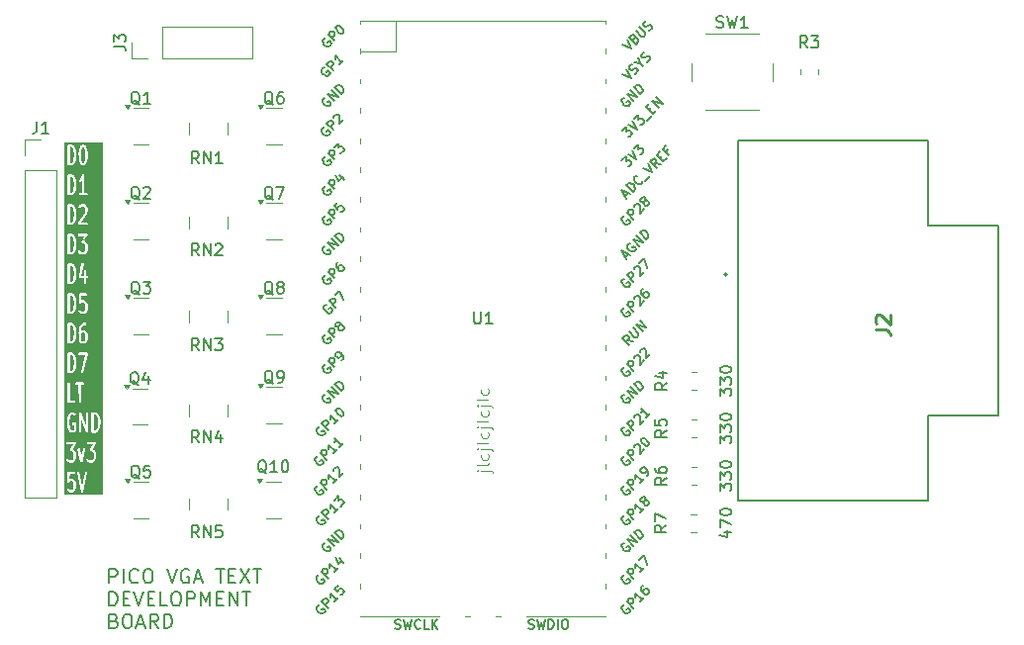
<source format=gbr>
%TF.GenerationSoftware,KiCad,Pcbnew,8.0.2*%
%TF.CreationDate,2025-03-07T16:53:29+01:00*%
%TF.ProjectId,pico-vga-devboard,7069636f-2d76-4676-912d-646576626f61,rev?*%
%TF.SameCoordinates,Original*%
%TF.FileFunction,Legend,Top*%
%TF.FilePolarity,Positive*%
%FSLAX46Y46*%
G04 Gerber Fmt 4.6, Leading zero omitted, Abs format (unit mm)*
G04 Created by KiCad (PCBNEW 8.0.2) date 2025-03-07 16:53:29*
%MOMM*%
%LPD*%
G01*
G04 APERTURE LIST*
%ADD10C,0.100000*%
%ADD11C,0.200000*%
%ADD12C,0.150000*%
%ADD13C,0.254000*%
%ADD14C,0.120000*%
G04 APERTURE END LIST*
D10*
X84930752Y-87961115D02*
X85787895Y-87961115D01*
X85787895Y-87961115D02*
X85883133Y-88008734D01*
X85883133Y-88008734D02*
X85930752Y-88103972D01*
X85930752Y-88103972D02*
X85930752Y-88151591D01*
X84597419Y-87961115D02*
X84645038Y-88008734D01*
X84645038Y-88008734D02*
X84692657Y-87961115D01*
X84692657Y-87961115D02*
X84645038Y-87913496D01*
X84645038Y-87913496D02*
X84597419Y-87961115D01*
X84597419Y-87961115D02*
X84692657Y-87961115D01*
X85597419Y-87342068D02*
X85549800Y-87437306D01*
X85549800Y-87437306D02*
X85454561Y-87484925D01*
X85454561Y-87484925D02*
X84597419Y-87484925D01*
X85549800Y-86532544D02*
X85597419Y-86627782D01*
X85597419Y-86627782D02*
X85597419Y-86818258D01*
X85597419Y-86818258D02*
X85549800Y-86913496D01*
X85549800Y-86913496D02*
X85502180Y-86961115D01*
X85502180Y-86961115D02*
X85406942Y-87008734D01*
X85406942Y-87008734D02*
X85121228Y-87008734D01*
X85121228Y-87008734D02*
X85025990Y-86961115D01*
X85025990Y-86961115D02*
X84978371Y-86913496D01*
X84978371Y-86913496D02*
X84930752Y-86818258D01*
X84930752Y-86818258D02*
X84930752Y-86627782D01*
X84930752Y-86627782D02*
X84978371Y-86532544D01*
X84930752Y-86103972D02*
X85787895Y-86103972D01*
X85787895Y-86103972D02*
X85883133Y-86151591D01*
X85883133Y-86151591D02*
X85930752Y-86246829D01*
X85930752Y-86246829D02*
X85930752Y-86294448D01*
X84597419Y-86103972D02*
X84645038Y-86151591D01*
X84645038Y-86151591D02*
X84692657Y-86103972D01*
X84692657Y-86103972D02*
X84645038Y-86056353D01*
X84645038Y-86056353D02*
X84597419Y-86103972D01*
X84597419Y-86103972D02*
X84692657Y-86103972D01*
X85597419Y-85484925D02*
X85549800Y-85580163D01*
X85549800Y-85580163D02*
X85454561Y-85627782D01*
X85454561Y-85627782D02*
X84597419Y-85627782D01*
X85549800Y-84675401D02*
X85597419Y-84770639D01*
X85597419Y-84770639D02*
X85597419Y-84961115D01*
X85597419Y-84961115D02*
X85549800Y-85056353D01*
X85549800Y-85056353D02*
X85502180Y-85103972D01*
X85502180Y-85103972D02*
X85406942Y-85151591D01*
X85406942Y-85151591D02*
X85121228Y-85151591D01*
X85121228Y-85151591D02*
X85025990Y-85103972D01*
X85025990Y-85103972D02*
X84978371Y-85056353D01*
X84978371Y-85056353D02*
X84930752Y-84961115D01*
X84930752Y-84961115D02*
X84930752Y-84770639D01*
X84930752Y-84770639D02*
X84978371Y-84675401D01*
X84930752Y-84246829D02*
X85787895Y-84246829D01*
X85787895Y-84246829D02*
X85883133Y-84294448D01*
X85883133Y-84294448D02*
X85930752Y-84389686D01*
X85930752Y-84389686D02*
X85930752Y-84437305D01*
X84597419Y-84246829D02*
X84645038Y-84294448D01*
X84645038Y-84294448D02*
X84692657Y-84246829D01*
X84692657Y-84246829D02*
X84645038Y-84199210D01*
X84645038Y-84199210D02*
X84597419Y-84246829D01*
X84597419Y-84246829D02*
X84692657Y-84246829D01*
X85597419Y-83627782D02*
X85549800Y-83723020D01*
X85549800Y-83723020D02*
X85454561Y-83770639D01*
X85454561Y-83770639D02*
X84597419Y-83770639D01*
X85549800Y-82818258D02*
X85597419Y-82913496D01*
X85597419Y-82913496D02*
X85597419Y-83103972D01*
X85597419Y-83103972D02*
X85549800Y-83199210D01*
X85549800Y-83199210D02*
X85502180Y-83246829D01*
X85502180Y-83246829D02*
X85406942Y-83294448D01*
X85406942Y-83294448D02*
X85121228Y-83294448D01*
X85121228Y-83294448D02*
X85025990Y-83246829D01*
X85025990Y-83246829D02*
X84978371Y-83199210D01*
X84978371Y-83199210D02*
X84930752Y-83103972D01*
X84930752Y-83103972D02*
X84930752Y-82913496D01*
X84930752Y-82913496D02*
X84978371Y-82818258D01*
X84930752Y-82389686D02*
X85787895Y-82389686D01*
X85787895Y-82389686D02*
X85883133Y-82437305D01*
X85883133Y-82437305D02*
X85930752Y-82532543D01*
X85930752Y-82532543D02*
X85930752Y-82580162D01*
X84597419Y-82389686D02*
X84645038Y-82437305D01*
X84645038Y-82437305D02*
X84692657Y-82389686D01*
X84692657Y-82389686D02*
X84645038Y-82342067D01*
X84645038Y-82342067D02*
X84597419Y-82389686D01*
X84597419Y-82389686D02*
X84692657Y-82389686D01*
X85597419Y-81770639D02*
X85549800Y-81865877D01*
X85549800Y-81865877D02*
X85454561Y-81913496D01*
X85454561Y-81913496D02*
X84597419Y-81913496D01*
X85549800Y-80961115D02*
X85597419Y-81056353D01*
X85597419Y-81056353D02*
X85597419Y-81246829D01*
X85597419Y-81246829D02*
X85549800Y-81342067D01*
X85549800Y-81342067D02*
X85502180Y-81389686D01*
X85502180Y-81389686D02*
X85406942Y-81437305D01*
X85406942Y-81437305D02*
X85121228Y-81437305D01*
X85121228Y-81437305D02*
X85025990Y-81389686D01*
X85025990Y-81389686D02*
X84978371Y-81342067D01*
X84978371Y-81342067D02*
X84930752Y-81246829D01*
X84930752Y-81246829D02*
X84930752Y-81056353D01*
X84930752Y-81056353D02*
X84978371Y-80961115D01*
D11*
X53122292Y-97578876D02*
X53122292Y-96378876D01*
X53122292Y-96378876D02*
X53579435Y-96378876D01*
X53579435Y-96378876D02*
X53693720Y-96436019D01*
X53693720Y-96436019D02*
X53750863Y-96493162D01*
X53750863Y-96493162D02*
X53808006Y-96607448D01*
X53808006Y-96607448D02*
X53808006Y-96778876D01*
X53808006Y-96778876D02*
X53750863Y-96893162D01*
X53750863Y-96893162D02*
X53693720Y-96950305D01*
X53693720Y-96950305D02*
X53579435Y-97007448D01*
X53579435Y-97007448D02*
X53122292Y-97007448D01*
X54322292Y-97578876D02*
X54322292Y-96378876D01*
X55579435Y-97464591D02*
X55522292Y-97521734D01*
X55522292Y-97521734D02*
X55350864Y-97578876D01*
X55350864Y-97578876D02*
X55236578Y-97578876D01*
X55236578Y-97578876D02*
X55065149Y-97521734D01*
X55065149Y-97521734D02*
X54950864Y-97407448D01*
X54950864Y-97407448D02*
X54893721Y-97293162D01*
X54893721Y-97293162D02*
X54836578Y-97064591D01*
X54836578Y-97064591D02*
X54836578Y-96893162D01*
X54836578Y-96893162D02*
X54893721Y-96664591D01*
X54893721Y-96664591D02*
X54950864Y-96550305D01*
X54950864Y-96550305D02*
X55065149Y-96436019D01*
X55065149Y-96436019D02*
X55236578Y-96378876D01*
X55236578Y-96378876D02*
X55350864Y-96378876D01*
X55350864Y-96378876D02*
X55522292Y-96436019D01*
X55522292Y-96436019D02*
X55579435Y-96493162D01*
X56322292Y-96378876D02*
X56550864Y-96378876D01*
X56550864Y-96378876D02*
X56665149Y-96436019D01*
X56665149Y-96436019D02*
X56779435Y-96550305D01*
X56779435Y-96550305D02*
X56836578Y-96778876D01*
X56836578Y-96778876D02*
X56836578Y-97178876D01*
X56836578Y-97178876D02*
X56779435Y-97407448D01*
X56779435Y-97407448D02*
X56665149Y-97521734D01*
X56665149Y-97521734D02*
X56550864Y-97578876D01*
X56550864Y-97578876D02*
X56322292Y-97578876D01*
X56322292Y-97578876D02*
X56208007Y-97521734D01*
X56208007Y-97521734D02*
X56093721Y-97407448D01*
X56093721Y-97407448D02*
X56036578Y-97178876D01*
X56036578Y-97178876D02*
X56036578Y-96778876D01*
X56036578Y-96778876D02*
X56093721Y-96550305D01*
X56093721Y-96550305D02*
X56208007Y-96436019D01*
X56208007Y-96436019D02*
X56322292Y-96378876D01*
X58093721Y-96378876D02*
X58493721Y-97578876D01*
X58493721Y-97578876D02*
X58893721Y-96378876D01*
X59922292Y-96436019D02*
X59808007Y-96378876D01*
X59808007Y-96378876D02*
X59636578Y-96378876D01*
X59636578Y-96378876D02*
X59465149Y-96436019D01*
X59465149Y-96436019D02*
X59350864Y-96550305D01*
X59350864Y-96550305D02*
X59293721Y-96664591D01*
X59293721Y-96664591D02*
X59236578Y-96893162D01*
X59236578Y-96893162D02*
X59236578Y-97064591D01*
X59236578Y-97064591D02*
X59293721Y-97293162D01*
X59293721Y-97293162D02*
X59350864Y-97407448D01*
X59350864Y-97407448D02*
X59465149Y-97521734D01*
X59465149Y-97521734D02*
X59636578Y-97578876D01*
X59636578Y-97578876D02*
X59750864Y-97578876D01*
X59750864Y-97578876D02*
X59922292Y-97521734D01*
X59922292Y-97521734D02*
X59979435Y-97464591D01*
X59979435Y-97464591D02*
X59979435Y-97064591D01*
X59979435Y-97064591D02*
X59750864Y-97064591D01*
X60436578Y-97236019D02*
X61008007Y-97236019D01*
X60322292Y-97578876D02*
X60722292Y-96378876D01*
X60722292Y-96378876D02*
X61122292Y-97578876D01*
X62265149Y-96378876D02*
X62950864Y-96378876D01*
X62608006Y-97578876D02*
X62608006Y-96378876D01*
X63350864Y-96950305D02*
X63750864Y-96950305D01*
X63922292Y-97578876D02*
X63350864Y-97578876D01*
X63350864Y-97578876D02*
X63350864Y-96378876D01*
X63350864Y-96378876D02*
X63922292Y-96378876D01*
X64322292Y-96378876D02*
X65122292Y-97578876D01*
X65122292Y-96378876D02*
X64322292Y-97578876D01*
X65408006Y-96378876D02*
X66093721Y-96378876D01*
X65750863Y-97578876D02*
X65750863Y-96378876D01*
X53122292Y-99510809D02*
X53122292Y-98310809D01*
X53122292Y-98310809D02*
X53408006Y-98310809D01*
X53408006Y-98310809D02*
X53579435Y-98367952D01*
X53579435Y-98367952D02*
X53693720Y-98482238D01*
X53693720Y-98482238D02*
X53750863Y-98596524D01*
X53750863Y-98596524D02*
X53808006Y-98825095D01*
X53808006Y-98825095D02*
X53808006Y-98996524D01*
X53808006Y-98996524D02*
X53750863Y-99225095D01*
X53750863Y-99225095D02*
X53693720Y-99339381D01*
X53693720Y-99339381D02*
X53579435Y-99453667D01*
X53579435Y-99453667D02*
X53408006Y-99510809D01*
X53408006Y-99510809D02*
X53122292Y-99510809D01*
X54322292Y-98882238D02*
X54722292Y-98882238D01*
X54893720Y-99510809D02*
X54322292Y-99510809D01*
X54322292Y-99510809D02*
X54322292Y-98310809D01*
X54322292Y-98310809D02*
X54893720Y-98310809D01*
X55236577Y-98310809D02*
X55636577Y-99510809D01*
X55636577Y-99510809D02*
X56036577Y-98310809D01*
X56436577Y-98882238D02*
X56836577Y-98882238D01*
X57008005Y-99510809D02*
X56436577Y-99510809D01*
X56436577Y-99510809D02*
X56436577Y-98310809D01*
X56436577Y-98310809D02*
X57008005Y-98310809D01*
X58093719Y-99510809D02*
X57522291Y-99510809D01*
X57522291Y-99510809D02*
X57522291Y-98310809D01*
X58722291Y-98310809D02*
X58950863Y-98310809D01*
X58950863Y-98310809D02*
X59065148Y-98367952D01*
X59065148Y-98367952D02*
X59179434Y-98482238D01*
X59179434Y-98482238D02*
X59236577Y-98710809D01*
X59236577Y-98710809D02*
X59236577Y-99110809D01*
X59236577Y-99110809D02*
X59179434Y-99339381D01*
X59179434Y-99339381D02*
X59065148Y-99453667D01*
X59065148Y-99453667D02*
X58950863Y-99510809D01*
X58950863Y-99510809D02*
X58722291Y-99510809D01*
X58722291Y-99510809D02*
X58608006Y-99453667D01*
X58608006Y-99453667D02*
X58493720Y-99339381D01*
X58493720Y-99339381D02*
X58436577Y-99110809D01*
X58436577Y-99110809D02*
X58436577Y-98710809D01*
X58436577Y-98710809D02*
X58493720Y-98482238D01*
X58493720Y-98482238D02*
X58608006Y-98367952D01*
X58608006Y-98367952D02*
X58722291Y-98310809D01*
X59750863Y-99510809D02*
X59750863Y-98310809D01*
X59750863Y-98310809D02*
X60208006Y-98310809D01*
X60208006Y-98310809D02*
X60322291Y-98367952D01*
X60322291Y-98367952D02*
X60379434Y-98425095D01*
X60379434Y-98425095D02*
X60436577Y-98539381D01*
X60436577Y-98539381D02*
X60436577Y-98710809D01*
X60436577Y-98710809D02*
X60379434Y-98825095D01*
X60379434Y-98825095D02*
X60322291Y-98882238D01*
X60322291Y-98882238D02*
X60208006Y-98939381D01*
X60208006Y-98939381D02*
X59750863Y-98939381D01*
X60950863Y-99510809D02*
X60950863Y-98310809D01*
X60950863Y-98310809D02*
X61350863Y-99167952D01*
X61350863Y-99167952D02*
X61750863Y-98310809D01*
X61750863Y-98310809D02*
X61750863Y-99510809D01*
X62322292Y-98882238D02*
X62722292Y-98882238D01*
X62893720Y-99510809D02*
X62322292Y-99510809D01*
X62322292Y-99510809D02*
X62322292Y-98310809D01*
X62322292Y-98310809D02*
X62893720Y-98310809D01*
X63408006Y-99510809D02*
X63408006Y-98310809D01*
X63408006Y-98310809D02*
X64093720Y-99510809D01*
X64093720Y-99510809D02*
X64093720Y-98310809D01*
X64493720Y-98310809D02*
X65179435Y-98310809D01*
X64836577Y-99510809D02*
X64836577Y-98310809D01*
X53522292Y-100814171D02*
X53693720Y-100871314D01*
X53693720Y-100871314D02*
X53750863Y-100928457D01*
X53750863Y-100928457D02*
X53808006Y-101042742D01*
X53808006Y-101042742D02*
X53808006Y-101214171D01*
X53808006Y-101214171D02*
X53750863Y-101328457D01*
X53750863Y-101328457D02*
X53693720Y-101385600D01*
X53693720Y-101385600D02*
X53579435Y-101442742D01*
X53579435Y-101442742D02*
X53122292Y-101442742D01*
X53122292Y-101442742D02*
X53122292Y-100242742D01*
X53122292Y-100242742D02*
X53522292Y-100242742D01*
X53522292Y-100242742D02*
X53636578Y-100299885D01*
X53636578Y-100299885D02*
X53693720Y-100357028D01*
X53693720Y-100357028D02*
X53750863Y-100471314D01*
X53750863Y-100471314D02*
X53750863Y-100585600D01*
X53750863Y-100585600D02*
X53693720Y-100699885D01*
X53693720Y-100699885D02*
X53636578Y-100757028D01*
X53636578Y-100757028D02*
X53522292Y-100814171D01*
X53522292Y-100814171D02*
X53122292Y-100814171D01*
X54550863Y-100242742D02*
X54779435Y-100242742D01*
X54779435Y-100242742D02*
X54893720Y-100299885D01*
X54893720Y-100299885D02*
X55008006Y-100414171D01*
X55008006Y-100414171D02*
X55065149Y-100642742D01*
X55065149Y-100642742D02*
X55065149Y-101042742D01*
X55065149Y-101042742D02*
X55008006Y-101271314D01*
X55008006Y-101271314D02*
X54893720Y-101385600D01*
X54893720Y-101385600D02*
X54779435Y-101442742D01*
X54779435Y-101442742D02*
X54550863Y-101442742D01*
X54550863Y-101442742D02*
X54436578Y-101385600D01*
X54436578Y-101385600D02*
X54322292Y-101271314D01*
X54322292Y-101271314D02*
X54265149Y-101042742D01*
X54265149Y-101042742D02*
X54265149Y-100642742D01*
X54265149Y-100642742D02*
X54322292Y-100414171D01*
X54322292Y-100414171D02*
X54436578Y-100299885D01*
X54436578Y-100299885D02*
X54550863Y-100242742D01*
X55522292Y-101099885D02*
X56093721Y-101099885D01*
X55408006Y-101442742D02*
X55808006Y-100242742D01*
X55808006Y-100242742D02*
X56208006Y-101442742D01*
X57293720Y-101442742D02*
X56893720Y-100871314D01*
X56608006Y-101442742D02*
X56608006Y-100242742D01*
X56608006Y-100242742D02*
X57065149Y-100242742D01*
X57065149Y-100242742D02*
X57179434Y-100299885D01*
X57179434Y-100299885D02*
X57236577Y-100357028D01*
X57236577Y-100357028D02*
X57293720Y-100471314D01*
X57293720Y-100471314D02*
X57293720Y-100642742D01*
X57293720Y-100642742D02*
X57236577Y-100757028D01*
X57236577Y-100757028D02*
X57179434Y-100814171D01*
X57179434Y-100814171D02*
X57065149Y-100871314D01*
X57065149Y-100871314D02*
X56608006Y-100871314D01*
X57808006Y-101442742D02*
X57808006Y-100242742D01*
X57808006Y-100242742D02*
X58093720Y-100242742D01*
X58093720Y-100242742D02*
X58265149Y-100299885D01*
X58265149Y-100299885D02*
X58379434Y-100414171D01*
X58379434Y-100414171D02*
X58436577Y-100528457D01*
X58436577Y-100528457D02*
X58493720Y-100757028D01*
X58493720Y-100757028D02*
X58493720Y-100928457D01*
X58493720Y-100928457D02*
X58436577Y-101157028D01*
X58436577Y-101157028D02*
X58379434Y-101271314D01*
X58379434Y-101271314D02*
X58265149Y-101385600D01*
X58265149Y-101385600D02*
X58093720Y-101442742D01*
X58093720Y-101442742D02*
X57808006Y-101442742D01*
G36*
X52002930Y-83193923D02*
G01*
X52076380Y-83307516D01*
X52118230Y-83434946D01*
X52118330Y-83436634D01*
X52164903Y-83720091D01*
X52164720Y-83721958D01*
X52166353Y-83930493D01*
X52165949Y-83932045D01*
X52122703Y-84216253D01*
X52121761Y-84218454D01*
X52081135Y-84351835D01*
X52006326Y-84472617D01*
X51909413Y-84524979D01*
X51793173Y-84525846D01*
X51791513Y-83144083D01*
X51904173Y-83143243D01*
X52002930Y-83193923D01*
G37*
G36*
X49955311Y-78106501D02*
G01*
X50028761Y-78220094D01*
X50070611Y-78347524D01*
X50070711Y-78349212D01*
X50117284Y-78632669D01*
X50117101Y-78634536D01*
X50118734Y-78843071D01*
X50118330Y-78844623D01*
X50075084Y-79128831D01*
X50074142Y-79131032D01*
X50033516Y-79264413D01*
X49958707Y-79385195D01*
X49861794Y-79437557D01*
X49745554Y-79438424D01*
X49743894Y-78056661D01*
X49856554Y-78055821D01*
X49955311Y-78106501D01*
G37*
G36*
X49955311Y-75562790D02*
G01*
X50028761Y-75676383D01*
X50070611Y-75803813D01*
X50070711Y-75805501D01*
X50117284Y-76088958D01*
X50117101Y-76090825D01*
X50118734Y-76299360D01*
X50118330Y-76300912D01*
X50075084Y-76585120D01*
X50074142Y-76587321D01*
X50033516Y-76720702D01*
X49958707Y-76841484D01*
X49861794Y-76893846D01*
X49745554Y-76894713D01*
X49743894Y-75512950D01*
X49856554Y-75512110D01*
X49955311Y-75562790D01*
G37*
G36*
X50997213Y-76155654D02*
G01*
X51029122Y-76204150D01*
X51069533Y-76327198D01*
X51071208Y-76672190D01*
X51033448Y-76796165D01*
X51001456Y-76848748D01*
X50945771Y-76893987D01*
X50824328Y-76895098D01*
X50770322Y-76853616D01*
X50738413Y-76805119D01*
X50698021Y-76682129D01*
X50696948Y-76335041D01*
X50734087Y-76213104D01*
X50766079Y-76160521D01*
X50821765Y-76115282D01*
X50943206Y-76114171D01*
X50997213Y-76155654D01*
G37*
G36*
X49955311Y-73019079D02*
G01*
X50028761Y-73132672D01*
X50070611Y-73260102D01*
X50070711Y-73261790D01*
X50117284Y-73545247D01*
X50117101Y-73547114D01*
X50118734Y-73755649D01*
X50118330Y-73757201D01*
X50075084Y-74041409D01*
X50074142Y-74043610D01*
X50033516Y-74176991D01*
X49958707Y-74297773D01*
X49861794Y-74350135D01*
X49745554Y-74351002D01*
X49743894Y-72969239D01*
X49856554Y-72968399D01*
X49955311Y-73019079D01*
G37*
G36*
X49955311Y-70475368D02*
G01*
X50028761Y-70588961D01*
X50070611Y-70716391D01*
X50070711Y-70718079D01*
X50117284Y-71001536D01*
X50117101Y-71003403D01*
X50118734Y-71211938D01*
X50118330Y-71213490D01*
X50075084Y-71497698D01*
X50074142Y-71499899D01*
X50033516Y-71633280D01*
X49958707Y-71754062D01*
X49861794Y-71806424D01*
X49745554Y-71807291D01*
X49743894Y-70425528D01*
X49856554Y-70424688D01*
X49955311Y-70475368D01*
G37*
G36*
X49955311Y-67931657D02*
G01*
X50028761Y-68045250D01*
X50070611Y-68172680D01*
X50070711Y-68174368D01*
X50117284Y-68457825D01*
X50117101Y-68459692D01*
X50118734Y-68668227D01*
X50118330Y-68669779D01*
X50075084Y-68953987D01*
X50074142Y-68956188D01*
X50033516Y-69089569D01*
X49958707Y-69210351D01*
X49861794Y-69262713D01*
X49745554Y-69263580D01*
X49743894Y-67881817D01*
X49856554Y-67880977D01*
X49955311Y-67931657D01*
G37*
G36*
X49955311Y-65387946D02*
G01*
X50028761Y-65501539D01*
X50070611Y-65628969D01*
X50070711Y-65630657D01*
X50117284Y-65914114D01*
X50117101Y-65915981D01*
X50118734Y-66124516D01*
X50118330Y-66126068D01*
X50075084Y-66410276D01*
X50074142Y-66412477D01*
X50033516Y-66545858D01*
X49958707Y-66666640D01*
X49861794Y-66719002D01*
X49745554Y-66719869D01*
X49743894Y-65338106D01*
X49856554Y-65337266D01*
X49955311Y-65387946D01*
G37*
G36*
X49955311Y-62844235D02*
G01*
X50028761Y-62957828D01*
X50070611Y-63085258D01*
X50070711Y-63086946D01*
X50117284Y-63370403D01*
X50117101Y-63372270D01*
X50118734Y-63580805D01*
X50118330Y-63582357D01*
X50075084Y-63866565D01*
X50074142Y-63868766D01*
X50033516Y-64002147D01*
X49958707Y-64122929D01*
X49861794Y-64175291D01*
X49745554Y-64176158D01*
X49743894Y-62794395D01*
X49856554Y-62793555D01*
X49955311Y-62844235D01*
G37*
G36*
X49955311Y-60300524D02*
G01*
X50028761Y-60414117D01*
X50070611Y-60541547D01*
X50070711Y-60543235D01*
X50117284Y-60826692D01*
X50117101Y-60828559D01*
X50118734Y-61037094D01*
X50118330Y-61038646D01*
X50075084Y-61322854D01*
X50074142Y-61325055D01*
X50033516Y-61458436D01*
X49958707Y-61579218D01*
X49861794Y-61631580D01*
X49745554Y-61632447D01*
X49743894Y-60250684D01*
X49856554Y-60249844D01*
X49955311Y-60300524D01*
G37*
G36*
X50949593Y-60291483D02*
G01*
X50981504Y-60339980D01*
X51022992Y-60466309D01*
X51023092Y-60467997D01*
X51069665Y-60751454D01*
X51069482Y-60753321D01*
X51071222Y-61111920D01*
X51070711Y-61113884D01*
X51027465Y-61398092D01*
X51026523Y-61400293D01*
X50985829Y-61533899D01*
X50953837Y-61586482D01*
X50897835Y-61631978D01*
X50871412Y-61632421D01*
X50817941Y-61591350D01*
X50786032Y-61542853D01*
X50744543Y-61416523D01*
X50744444Y-61414836D01*
X50697870Y-61131378D01*
X50698054Y-61129512D01*
X50696313Y-60770912D01*
X50696825Y-60768949D01*
X50740070Y-60484740D01*
X50741013Y-60482540D01*
X50781706Y-60348936D01*
X50813698Y-60296350D01*
X50869701Y-60250855D01*
X50896123Y-60250412D01*
X50949593Y-60291483D01*
G37*
G36*
X52540276Y-89987794D02*
G01*
X49274910Y-89987794D01*
X49274910Y-88887097D01*
X49498085Y-88887097D01*
X49499273Y-88892385D01*
X49498939Y-88897894D01*
X49503531Y-88911322D01*
X49506643Y-88925165D01*
X49509793Y-88929637D01*
X49511564Y-88934813D01*
X49520941Y-88945457D01*
X49529117Y-88957061D01*
X49533741Y-88959987D01*
X49537356Y-88964091D01*
X49550096Y-88970338D01*
X49562087Y-88977927D01*
X49567475Y-88978860D01*
X49572389Y-88981270D01*
X49586555Y-88982166D01*
X49600532Y-88984588D01*
X49605867Y-88983388D01*
X49611329Y-88983734D01*
X49624757Y-88979141D01*
X49638600Y-88976030D01*
X49643072Y-88972879D01*
X49648248Y-88971109D01*
X49658892Y-88961731D01*
X49670496Y-88953556D01*
X49675595Y-88947017D01*
X49677526Y-88945317D01*
X49678549Y-88943230D01*
X49682552Y-88938098D01*
X49718460Y-88879076D01*
X49774076Y-88833894D01*
X49943086Y-88832634D01*
X49997213Y-88874209D01*
X50029122Y-88922705D01*
X50069533Y-89045753D01*
X50071208Y-89390745D01*
X50033448Y-89514720D01*
X50001456Y-89567303D01*
X49945840Y-89612485D01*
X49776829Y-89613745D01*
X49722703Y-89572171D01*
X49670496Y-89492824D01*
X49638600Y-89470350D01*
X49600532Y-89461792D01*
X49562087Y-89468453D01*
X49529117Y-89489319D01*
X49506643Y-89521215D01*
X49498085Y-89559283D01*
X49504746Y-89597728D01*
X49513556Y-89615240D01*
X49564011Y-89691925D01*
X49569566Y-89701867D01*
X49572262Y-89704464D01*
X49573231Y-89705937D01*
X49575313Y-89707404D01*
X49583683Y-89715468D01*
X49677486Y-89787517D01*
X49685354Y-89795385D01*
X49690510Y-89797520D01*
X49695420Y-89801292D01*
X49708671Y-89805043D01*
X49721402Y-89810317D01*
X49730441Y-89811207D01*
X49732963Y-89811921D01*
X49735120Y-89811667D01*
X49740911Y-89812238D01*
X49974783Y-89810493D01*
X49986954Y-89811922D01*
X49992463Y-89810362D01*
X49998515Y-89810317D01*
X50011242Y-89805044D01*
X50024497Y-89801292D01*
X50032137Y-89796389D01*
X50034563Y-89795385D01*
X50036101Y-89793846D01*
X50040996Y-89790706D01*
X50136557Y-89713073D01*
X50146686Y-89705937D01*
X50149009Y-89702957D01*
X50150351Y-89701868D01*
X50151592Y-89699646D01*
X50158742Y-89690479D01*
X50203152Y-89617482D01*
X50209485Y-89609952D01*
X50213649Y-89600229D01*
X50215171Y-89597728D01*
X50215477Y-89595961D01*
X50217203Y-89591932D01*
X50262731Y-89442453D01*
X50267561Y-89430794D01*
X50268171Y-89424591D01*
X50268877Y-89422276D01*
X50268653Y-89419695D01*
X50269482Y-89411285D01*
X50267670Y-89038062D01*
X50268877Y-89024104D01*
X50267572Y-89017933D01*
X50267561Y-89015586D01*
X50266570Y-89013195D01*
X50264822Y-89004924D01*
X50217037Y-88859424D01*
X50215171Y-88848652D01*
X50210356Y-88839082D01*
X50209485Y-88836428D01*
X50208330Y-88835055D01*
X50206361Y-88831140D01*
X50155908Y-88754460D01*
X50150351Y-88744512D01*
X50147653Y-88741913D01*
X50146686Y-88740443D01*
X50144604Y-88738976D01*
X50136233Y-88730912D01*
X50042431Y-88658863D01*
X50034563Y-88650995D01*
X50029406Y-88648859D01*
X50024497Y-88645088D01*
X50011242Y-88641335D01*
X49998515Y-88636063D01*
X49989480Y-88635173D01*
X49986954Y-88634458D01*
X49984791Y-88634711D01*
X49979006Y-88634142D01*
X49745127Y-88635886D01*
X49732963Y-88634459D01*
X49727456Y-88636017D01*
X49721402Y-88636063D01*
X49713141Y-88639484D01*
X49737922Y-88231880D01*
X50141372Y-88230317D01*
X50177420Y-88215385D01*
X50205010Y-88187795D01*
X50219942Y-88151747D01*
X50219942Y-88133395D01*
X50355203Y-88133395D01*
X50357351Y-88152881D01*
X50692508Y-89732335D01*
X50695705Y-89749435D01*
X50696346Y-89750418D01*
X50696591Y-89751573D01*
X50706972Y-89766727D01*
X50717006Y-89782126D01*
X50717976Y-89782791D01*
X50718642Y-89783762D01*
X50734040Y-89793795D01*
X50749195Y-89804177D01*
X50750345Y-89804419D01*
X50751333Y-89805063D01*
X50769402Y-89808440D01*
X50787373Y-89812232D01*
X50788530Y-89812015D01*
X50789687Y-89812232D01*
X50807676Y-89808436D01*
X50825727Y-89805063D01*
X50826711Y-89804421D01*
X50827865Y-89804178D01*
X50843035Y-89793785D01*
X50858418Y-89783762D01*
X50859083Y-89782791D01*
X50860054Y-89782126D01*
X50870087Y-89766727D01*
X50880469Y-89751573D01*
X50880946Y-89750061D01*
X50881355Y-89749435D01*
X50881659Y-89747805D01*
X50886376Y-89732881D01*
X51221857Y-88133395D01*
X51214688Y-88095041D01*
X51193387Y-88062350D01*
X51161198Y-88040298D01*
X51123020Y-88032244D01*
X51084666Y-88039413D01*
X51051975Y-88060714D01*
X51029924Y-88092903D01*
X51024017Y-88111595D01*
X50788935Y-89232401D01*
X50547136Y-88092903D01*
X50525085Y-88060714D01*
X50492394Y-88039413D01*
X50454040Y-88032244D01*
X50415862Y-88040299D01*
X50383673Y-88062350D01*
X50362372Y-88095041D01*
X50355203Y-88133395D01*
X50219942Y-88133395D01*
X50219942Y-88112729D01*
X50205010Y-88076681D01*
X50177420Y-88049091D01*
X50141372Y-88034159D01*
X50121863Y-88032238D01*
X49647460Y-88034076D01*
X49632398Y-88033123D01*
X49629405Y-88034146D01*
X49626164Y-88034159D01*
X49610999Y-88040440D01*
X49595479Y-88045748D01*
X49593075Y-88047864D01*
X49590116Y-88049091D01*
X49578513Y-88060693D01*
X49566201Y-88071540D01*
X49564790Y-88074416D01*
X49562526Y-88076681D01*
X49556247Y-88091837D01*
X49549022Y-88106573D01*
X49548295Y-88111034D01*
X49547594Y-88112729D01*
X49547594Y-88115347D01*
X49545873Y-88125922D01*
X49500411Y-88873666D01*
X49498085Y-88887097D01*
X49274910Y-88887097D01*
X49274910Y-87015572D01*
X49450466Y-87015572D01*
X49457127Y-87054017D01*
X49465937Y-87071529D01*
X49516392Y-87148214D01*
X49521947Y-87158156D01*
X49524643Y-87160753D01*
X49525612Y-87162226D01*
X49527694Y-87163693D01*
X49536064Y-87171757D01*
X49629867Y-87243806D01*
X49637735Y-87251674D01*
X49642891Y-87253809D01*
X49647801Y-87257581D01*
X49661052Y-87261332D01*
X49673783Y-87266606D01*
X49682822Y-87267496D01*
X49685344Y-87268210D01*
X49687501Y-87267956D01*
X49693292Y-87268527D01*
X49974560Y-87266756D01*
X49986954Y-87268211D01*
X49992488Y-87266643D01*
X49998515Y-87266606D01*
X50011242Y-87261333D01*
X50024497Y-87257581D01*
X50032137Y-87252678D01*
X50034563Y-87251674D01*
X50036101Y-87250135D01*
X50040996Y-87246995D01*
X50136557Y-87169362D01*
X50146686Y-87162226D01*
X50149009Y-87159246D01*
X50150351Y-87158157D01*
X50151592Y-87155935D01*
X50158742Y-87146768D01*
X50203152Y-87073771D01*
X50209485Y-87066241D01*
X50213649Y-87056518D01*
X50215171Y-87054017D01*
X50215477Y-87052250D01*
X50217203Y-87048221D01*
X50262731Y-86898742D01*
X50267561Y-86887083D01*
X50268171Y-86880880D01*
X50268877Y-86878565D01*
X50268653Y-86875984D01*
X50269482Y-86867574D01*
X50267670Y-86494351D01*
X50268877Y-86480393D01*
X50267572Y-86474222D01*
X50267561Y-86471875D01*
X50266570Y-86469484D01*
X50264822Y-86461213D01*
X50217037Y-86315713D01*
X50215171Y-86304941D01*
X50210356Y-86295371D01*
X50209485Y-86292717D01*
X50208330Y-86291344D01*
X50206361Y-86287429D01*
X50155908Y-86210749D01*
X50150351Y-86200801D01*
X50147653Y-86198202D01*
X50146686Y-86196732D01*
X50144604Y-86195265D01*
X50136233Y-86187201D01*
X50045863Y-86117788D01*
X50402849Y-86117788D01*
X50405277Y-86137241D01*
X50644805Y-87188374D01*
X50647561Y-87204385D01*
X50648958Y-87206599D01*
X50649547Y-87209180D01*
X50659334Y-87223035D01*
X50668389Y-87237379D01*
X50670539Y-87238898D01*
X50672059Y-87241049D01*
X50686402Y-87250103D01*
X50700258Y-87259891D01*
X50702826Y-87260471D01*
X50705053Y-87261877D01*
X50721767Y-87264753D01*
X50738316Y-87268494D01*
X50740911Y-87268047D01*
X50743506Y-87268494D01*
X50760054Y-87264753D01*
X50776769Y-87261877D01*
X50778995Y-87260471D01*
X50781564Y-87259891D01*
X50795419Y-87250103D01*
X50809763Y-87241049D01*
X50811282Y-87238898D01*
X50813433Y-87237379D01*
X50822487Y-87223035D01*
X50832275Y-87209180D01*
X50833429Y-87205702D01*
X50834261Y-87204385D01*
X50834685Y-87201916D01*
X50838450Y-87190575D01*
X50877686Y-87015572D01*
X51164752Y-87015572D01*
X51171413Y-87054017D01*
X51180223Y-87071529D01*
X51230678Y-87148214D01*
X51236233Y-87158156D01*
X51238929Y-87160753D01*
X51239898Y-87162226D01*
X51241980Y-87163693D01*
X51250350Y-87171757D01*
X51344153Y-87243806D01*
X51352021Y-87251674D01*
X51357177Y-87253809D01*
X51362087Y-87257581D01*
X51375338Y-87261332D01*
X51388069Y-87266606D01*
X51397108Y-87267496D01*
X51399630Y-87268210D01*
X51401787Y-87267956D01*
X51407578Y-87268527D01*
X51688846Y-87266756D01*
X51701240Y-87268211D01*
X51706774Y-87266643D01*
X51712801Y-87266606D01*
X51725528Y-87261333D01*
X51738783Y-87257581D01*
X51746423Y-87252678D01*
X51748849Y-87251674D01*
X51750387Y-87250135D01*
X51755282Y-87246995D01*
X51850843Y-87169362D01*
X51860972Y-87162226D01*
X51863295Y-87159246D01*
X51864637Y-87158157D01*
X51865878Y-87155935D01*
X51873028Y-87146768D01*
X51917438Y-87073771D01*
X51923771Y-87066241D01*
X51927935Y-87056518D01*
X51929457Y-87054017D01*
X51929763Y-87052250D01*
X51931489Y-87048221D01*
X51977017Y-86898742D01*
X51981847Y-86887083D01*
X51982457Y-86880880D01*
X51983163Y-86878565D01*
X51982939Y-86875984D01*
X51983768Y-86867574D01*
X51981956Y-86494351D01*
X51983163Y-86480393D01*
X51981858Y-86474222D01*
X51981847Y-86471875D01*
X51980856Y-86469484D01*
X51979108Y-86461213D01*
X51931323Y-86315713D01*
X51929457Y-86304941D01*
X51924642Y-86295371D01*
X51923771Y-86292717D01*
X51922616Y-86291344D01*
X51920647Y-86287429D01*
X51870194Y-86210749D01*
X51864637Y-86200801D01*
X51861939Y-86198202D01*
X51860972Y-86196732D01*
X51858890Y-86195265D01*
X51850519Y-86187201D01*
X51756717Y-86115152D01*
X51748849Y-86107284D01*
X51743692Y-86105148D01*
X51738783Y-86101377D01*
X51725528Y-86097624D01*
X51717476Y-86094288D01*
X51963112Y-85647886D01*
X51966915Y-85644084D01*
X51972122Y-85631511D01*
X51979020Y-85618977D01*
X51979663Y-85613306D01*
X51981847Y-85608036D01*
X51981847Y-85594072D01*
X51983421Y-85580207D01*
X51981847Y-85574725D01*
X51981847Y-85569018D01*
X51976504Y-85556119D01*
X51972652Y-85542705D01*
X51969098Y-85538240D01*
X51966915Y-85532970D01*
X51957047Y-85523102D01*
X51948351Y-85512178D01*
X51943357Y-85509412D01*
X51939325Y-85505380D01*
X51926431Y-85500039D01*
X51914217Y-85493275D01*
X51908548Y-85492631D01*
X51903277Y-85490448D01*
X51883768Y-85488527D01*
X51245212Y-85490448D01*
X51209164Y-85505380D01*
X51181574Y-85532970D01*
X51166642Y-85569018D01*
X51166642Y-85608036D01*
X51181574Y-85644084D01*
X51209164Y-85671674D01*
X51245212Y-85686606D01*
X51264721Y-85688527D01*
X51715349Y-85687171D01*
X51471091Y-86131070D01*
X51467288Y-86134874D01*
X51462078Y-86147450D01*
X51455183Y-86159982D01*
X51454539Y-86165650D01*
X51452356Y-86170922D01*
X51452356Y-86184885D01*
X51450782Y-86198751D01*
X51452356Y-86204232D01*
X51452356Y-86209940D01*
X51457698Y-86222838D01*
X51461551Y-86236253D01*
X51465104Y-86240717D01*
X51467288Y-86245988D01*
X51477155Y-86255855D01*
X51485852Y-86266780D01*
X51490845Y-86269545D01*
X51494878Y-86273578D01*
X51507771Y-86278918D01*
X51519986Y-86285683D01*
X51525654Y-86286326D01*
X51530926Y-86288510D01*
X51550435Y-86290431D01*
X51657683Y-86289162D01*
X51711499Y-86330498D01*
X51743408Y-86378994D01*
X51783819Y-86502042D01*
X51785494Y-86847034D01*
X51747734Y-86971009D01*
X51715742Y-87023592D01*
X51660174Y-87068735D01*
X51443580Y-87070098D01*
X51389370Y-87028460D01*
X51337163Y-86949113D01*
X51305267Y-86926639D01*
X51267199Y-86918081D01*
X51228754Y-86924742D01*
X51195784Y-86945608D01*
X51173310Y-86977504D01*
X51164752Y-87015572D01*
X50877686Y-87015572D01*
X51078973Y-86117788D01*
X51072356Y-86079335D01*
X51051528Y-86046341D01*
X51019659Y-86023829D01*
X50981601Y-86015226D01*
X50943148Y-86021843D01*
X50910154Y-86042671D01*
X50887642Y-86074540D01*
X50881467Y-86093145D01*
X50741093Y-86719244D01*
X50594180Y-86074540D01*
X50571668Y-86042671D01*
X50538674Y-86021843D01*
X50500221Y-86015226D01*
X50462163Y-86023829D01*
X50430294Y-86046341D01*
X50409466Y-86079335D01*
X50402849Y-86117788D01*
X50045863Y-86117788D01*
X50042431Y-86115152D01*
X50034563Y-86107284D01*
X50029406Y-86105148D01*
X50024497Y-86101377D01*
X50011242Y-86097624D01*
X50003190Y-86094288D01*
X50248826Y-85647886D01*
X50252629Y-85644084D01*
X50257836Y-85631511D01*
X50264734Y-85618977D01*
X50265377Y-85613306D01*
X50267561Y-85608036D01*
X50267561Y-85594072D01*
X50269135Y-85580207D01*
X50267561Y-85574725D01*
X50267561Y-85569018D01*
X50262218Y-85556119D01*
X50258366Y-85542705D01*
X50254812Y-85538240D01*
X50252629Y-85532970D01*
X50242761Y-85523102D01*
X50234065Y-85512178D01*
X50229071Y-85509412D01*
X50225039Y-85505380D01*
X50212145Y-85500039D01*
X50199931Y-85493275D01*
X50194262Y-85492631D01*
X50188991Y-85490448D01*
X50169482Y-85488527D01*
X49530926Y-85490448D01*
X49494878Y-85505380D01*
X49467288Y-85532970D01*
X49452356Y-85569018D01*
X49452356Y-85608036D01*
X49467288Y-85644084D01*
X49494878Y-85671674D01*
X49530926Y-85686606D01*
X49550435Y-85688527D01*
X50001063Y-85687171D01*
X49756805Y-86131070D01*
X49753002Y-86134874D01*
X49747792Y-86147450D01*
X49740897Y-86159982D01*
X49740253Y-86165650D01*
X49738070Y-86170922D01*
X49738070Y-86184885D01*
X49736496Y-86198751D01*
X49738070Y-86204232D01*
X49738070Y-86209940D01*
X49743412Y-86222838D01*
X49747265Y-86236253D01*
X49750818Y-86240717D01*
X49753002Y-86245988D01*
X49762869Y-86255855D01*
X49771566Y-86266780D01*
X49776559Y-86269545D01*
X49780592Y-86273578D01*
X49793485Y-86278918D01*
X49805700Y-86285683D01*
X49811368Y-86286326D01*
X49816640Y-86288510D01*
X49836149Y-86290431D01*
X49943397Y-86289162D01*
X49997213Y-86330498D01*
X50029122Y-86378994D01*
X50069533Y-86502042D01*
X50071208Y-86847034D01*
X50033448Y-86971009D01*
X50001456Y-87023592D01*
X49945888Y-87068735D01*
X49729294Y-87070098D01*
X49675084Y-87028460D01*
X49622877Y-86949113D01*
X49590981Y-86926639D01*
X49552913Y-86918081D01*
X49514468Y-86924742D01*
X49481498Y-86945608D01*
X49459024Y-86977504D01*
X49450466Y-87015572D01*
X49274910Y-87015572D01*
X49274910Y-83721958D01*
X49498054Y-83721958D01*
X49499738Y-83937039D01*
X49498131Y-83943732D01*
X49499283Y-83963301D01*
X49546861Y-84252871D01*
X49546278Y-84259616D01*
X49550333Y-84278796D01*
X49598117Y-84424295D01*
X49599984Y-84435068D01*
X49604798Y-84444638D01*
X49605670Y-84447292D01*
X49606823Y-84448663D01*
X49608794Y-84452581D01*
X49699048Y-84592162D01*
X49700628Y-84597257D01*
X49708354Y-84606555D01*
X49716088Y-84618515D01*
X49721407Y-84622263D01*
X49725565Y-84627266D01*
X49741931Y-84638057D01*
X49873383Y-84705516D01*
X49875830Y-84707963D01*
X49887865Y-84712948D01*
X49902945Y-84720687D01*
X49907580Y-84721114D01*
X49911878Y-84722895D01*
X49931387Y-84724816D01*
X50013530Y-84723440D01*
X50016214Y-84724273D01*
X50027818Y-84723201D01*
X50046134Y-84722895D01*
X50050434Y-84721113D01*
X50055067Y-84720686D01*
X50073224Y-84713295D01*
X50204926Y-84642135D01*
X50210028Y-84640989D01*
X50219823Y-84634086D01*
X50232448Y-84627266D01*
X50236605Y-84622262D01*
X50241924Y-84618515D01*
X50253980Y-84603057D01*
X50295760Y-84534383D01*
X50300248Y-84529896D01*
X50303997Y-84520844D01*
X50310409Y-84510306D01*
X50311880Y-84501813D01*
X50315180Y-84493848D01*
X50317101Y-84474339D01*
X50315180Y-83928164D01*
X50300248Y-83892116D01*
X50272658Y-83864526D01*
X50236610Y-83849594D01*
X50217101Y-83847673D01*
X50007116Y-83849594D01*
X49971068Y-83864526D01*
X49943478Y-83892116D01*
X49928546Y-83928164D01*
X49928546Y-83967182D01*
X49943478Y-84003230D01*
X49971068Y-84030820D01*
X50007116Y-84045752D01*
X50026625Y-84047673D01*
X50117449Y-84046842D01*
X50118844Y-84443473D01*
X50100893Y-84472979D01*
X50004262Y-84525190D01*
X49957781Y-84525968D01*
X49859844Y-84475709D01*
X49786393Y-84362115D01*
X49744543Y-84234684D01*
X49744444Y-84232997D01*
X49697870Y-83949539D01*
X49698054Y-83947673D01*
X49696420Y-83739137D01*
X49696825Y-83737586D01*
X49740070Y-83453377D01*
X49741013Y-83451177D01*
X49781637Y-83317797D01*
X49856448Y-83197014D01*
X49953542Y-83144553D01*
X50038635Y-83143547D01*
X50123991Y-83209108D01*
X50161534Y-83219737D01*
X50200286Y-83215191D01*
X50234349Y-83196161D01*
X50258536Y-83165544D01*
X50269165Y-83128002D01*
X50264619Y-83089249D01*
X50245589Y-83055186D01*
X50234824Y-83044816D01*
X50545673Y-83044816D01*
X50547594Y-84644325D01*
X50562526Y-84680373D01*
X50590116Y-84707963D01*
X50626164Y-84722895D01*
X50665182Y-84722895D01*
X50701230Y-84707963D01*
X50728820Y-84680373D01*
X50743752Y-84644325D01*
X50745673Y-84624816D01*
X50744454Y-83610096D01*
X51119019Y-84642120D01*
X51119022Y-84644325D01*
X51125463Y-84659874D01*
X51131504Y-84676519D01*
X51133067Y-84678231D01*
X51133954Y-84680373D01*
X51146163Y-84692582D01*
X51157806Y-84705340D01*
X51159904Y-84706323D01*
X51161544Y-84707963D01*
X51177499Y-84714572D01*
X51193135Y-84721902D01*
X51195450Y-84722007D01*
X51197592Y-84722895D01*
X51214855Y-84722895D01*
X51232112Y-84723684D01*
X51234293Y-84722895D01*
X51236610Y-84722895D01*
X51252557Y-84716289D01*
X51268804Y-84710413D01*
X51270516Y-84708849D01*
X51272658Y-84707963D01*
X51284861Y-84695759D01*
X51297625Y-84684112D01*
X51298609Y-84682011D01*
X51300248Y-84680373D01*
X51306853Y-84664426D01*
X51314187Y-84648783D01*
X51314292Y-84646466D01*
X51315180Y-84644325D01*
X51317101Y-84624816D01*
X51315203Y-83044816D01*
X51593292Y-83044816D01*
X51595213Y-84644325D01*
X51610145Y-84680373D01*
X51637735Y-84707963D01*
X51673783Y-84722895D01*
X51693292Y-84724816D01*
X51917338Y-84723145D01*
X51920976Y-84724273D01*
X51934584Y-84723016D01*
X51950896Y-84722895D01*
X51955196Y-84721113D01*
X51959829Y-84720686D01*
X51977986Y-84713295D01*
X52109688Y-84642135D01*
X52114790Y-84640989D01*
X52124585Y-84634086D01*
X52137210Y-84627266D01*
X52141367Y-84622262D01*
X52146686Y-84618515D01*
X52158742Y-84603058D01*
X52249950Y-84455799D01*
X52257104Y-84447292D01*
X52261328Y-84437428D01*
X52262790Y-84435069D01*
X52263096Y-84433301D01*
X52264822Y-84429272D01*
X52307704Y-84288481D01*
X52310926Y-84283222D01*
X52315872Y-84264253D01*
X52360073Y-83973761D01*
X52362799Y-83967182D01*
X52364720Y-83947673D01*
X52363035Y-83732591D01*
X52364643Y-83725899D01*
X52363491Y-83706330D01*
X52315912Y-83416759D01*
X52316496Y-83410015D01*
X52312441Y-83390835D01*
X52264656Y-83245336D01*
X52262790Y-83234562D01*
X52257974Y-83224990D01*
X52257104Y-83222339D01*
X52255951Y-83220967D01*
X52253980Y-83217050D01*
X52163725Y-83077470D01*
X52162146Y-83072376D01*
X52154416Y-83063073D01*
X52146685Y-83051117D01*
X52141368Y-83047371D01*
X52137210Y-83042366D01*
X52120843Y-83031575D01*
X51989392Y-82964117D01*
X51986944Y-82961669D01*
X51974899Y-82956679D01*
X51959829Y-82948946D01*
X51955196Y-82948518D01*
X51950896Y-82946737D01*
X51931387Y-82944816D01*
X51673783Y-82946737D01*
X51637735Y-82961669D01*
X51610145Y-82989259D01*
X51595213Y-83025307D01*
X51593292Y-83044816D01*
X51315203Y-83044816D01*
X51315180Y-83025307D01*
X51300248Y-82989259D01*
X51272658Y-82961669D01*
X51236610Y-82946737D01*
X51197592Y-82946737D01*
X51161544Y-82961669D01*
X51133954Y-82989259D01*
X51119022Y-83025307D01*
X51117101Y-83044816D01*
X51118319Y-84059535D01*
X50743754Y-83027511D01*
X50743752Y-83025307D01*
X50737310Y-83009757D01*
X50731270Y-82993113D01*
X50729706Y-82991400D01*
X50728820Y-82989259D01*
X50716610Y-82977049D01*
X50704968Y-82964292D01*
X50702868Y-82963307D01*
X50701230Y-82961669D01*
X50685279Y-82955061D01*
X50669640Y-82947730D01*
X50667323Y-82947624D01*
X50665182Y-82946737D01*
X50647908Y-82946737D01*
X50630662Y-82945949D01*
X50628483Y-82946737D01*
X50626164Y-82946737D01*
X50610208Y-82953346D01*
X50593970Y-82959219D01*
X50592257Y-82960782D01*
X50590116Y-82961669D01*
X50577906Y-82973878D01*
X50565149Y-82985521D01*
X50564164Y-82987620D01*
X50562526Y-82989259D01*
X50555918Y-83005209D01*
X50548587Y-83020849D01*
X50548481Y-83023165D01*
X50547594Y-83025307D01*
X50545673Y-83044816D01*
X50234824Y-83044816D01*
X50231471Y-83041586D01*
X50137669Y-82969537D01*
X50129801Y-82961669D01*
X50124644Y-82959533D01*
X50119735Y-82955762D01*
X50106480Y-82952009D01*
X50093753Y-82946737D01*
X50084718Y-82945847D01*
X50082192Y-82945132D01*
X50080029Y-82945385D01*
X50074244Y-82944816D01*
X49944979Y-82946345D01*
X49941798Y-82945359D01*
X49929071Y-82946533D01*
X49911878Y-82946737D01*
X49907580Y-82948517D01*
X49902945Y-82948945D01*
X49884788Y-82956337D01*
X49753086Y-83027495D01*
X49747984Y-83028643D01*
X49738185Y-83035547D01*
X49725565Y-83042366D01*
X49721407Y-83047368D01*
X49716088Y-83051117D01*
X49704032Y-83066574D01*
X49612823Y-83213831D01*
X49605670Y-83222339D01*
X49601445Y-83232202D01*
X49599984Y-83234562D01*
X49599677Y-83236329D01*
X49597952Y-83240359D01*
X49555069Y-83381149D01*
X49551848Y-83386409D01*
X49546902Y-83405378D01*
X49502700Y-83695869D01*
X49499975Y-83702449D01*
X49498054Y-83721958D01*
X49274910Y-83721958D01*
X49274910Y-80501105D01*
X49545673Y-80501105D01*
X49547594Y-82100614D01*
X49562526Y-82136662D01*
X49590116Y-82164252D01*
X49626164Y-82179184D01*
X49645673Y-82181105D01*
X50141372Y-82179184D01*
X50177420Y-82164252D01*
X50205010Y-82136662D01*
X50219942Y-82100614D01*
X50219942Y-82061596D01*
X50205010Y-82025548D01*
X50177420Y-81997958D01*
X50141372Y-81983026D01*
X50121863Y-81981105D01*
X49745554Y-81982563D01*
X49743752Y-80481596D01*
X50214261Y-80481596D01*
X50214261Y-80520614D01*
X50229193Y-80556662D01*
X50256783Y-80584252D01*
X50292831Y-80599184D01*
X50312340Y-80601105D01*
X50498173Y-80600500D01*
X50499975Y-82100614D01*
X50514907Y-82136662D01*
X50542497Y-82164252D01*
X50578545Y-82179184D01*
X50617563Y-82179184D01*
X50653611Y-82164252D01*
X50681201Y-82136662D01*
X50696133Y-82100614D01*
X50698054Y-82081105D01*
X50696275Y-80599856D01*
X50903277Y-80599184D01*
X50939325Y-80584252D01*
X50966915Y-80556662D01*
X50981847Y-80520614D01*
X50981847Y-80481596D01*
X50966915Y-80445548D01*
X50939325Y-80417958D01*
X50903277Y-80403026D01*
X50883768Y-80401105D01*
X50292831Y-80403026D01*
X50256783Y-80417958D01*
X50229193Y-80445548D01*
X50214261Y-80481596D01*
X49743752Y-80481596D01*
X49728820Y-80445548D01*
X49701230Y-80417958D01*
X49665182Y-80403026D01*
X49626164Y-80403026D01*
X49590116Y-80417958D01*
X49562526Y-80445548D01*
X49547594Y-80481596D01*
X49545673Y-80501105D01*
X49274910Y-80501105D01*
X49274910Y-77957394D01*
X49545673Y-77957394D01*
X49547594Y-79556903D01*
X49562526Y-79592951D01*
X49590116Y-79620541D01*
X49626164Y-79635473D01*
X49645673Y-79637394D01*
X49869719Y-79635723D01*
X49873357Y-79636851D01*
X49886965Y-79635594D01*
X49903277Y-79635473D01*
X49907577Y-79633691D01*
X49912210Y-79633264D01*
X49930367Y-79625873D01*
X50062069Y-79554713D01*
X50067171Y-79553567D01*
X50076966Y-79546664D01*
X50089591Y-79539844D01*
X50093748Y-79534840D01*
X50099067Y-79531093D01*
X50111123Y-79515636D01*
X50202331Y-79368377D01*
X50209485Y-79359870D01*
X50213709Y-79350006D01*
X50215171Y-79347647D01*
X50215477Y-79345879D01*
X50217203Y-79341850D01*
X50260085Y-79201059D01*
X50263307Y-79195800D01*
X50268253Y-79176831D01*
X50312454Y-78886339D01*
X50315180Y-78879760D01*
X50317101Y-78860251D01*
X50315416Y-78645169D01*
X50317024Y-78638477D01*
X50315872Y-78618908D01*
X50268293Y-78329337D01*
X50268877Y-78322593D01*
X50264822Y-78303413D01*
X50217037Y-78157914D01*
X50215171Y-78147140D01*
X50210355Y-78137568D01*
X50209485Y-78134917D01*
X50208332Y-78133545D01*
X50206361Y-78129628D01*
X50116106Y-77990048D01*
X50114527Y-77984954D01*
X50106797Y-77975651D01*
X50099066Y-77963695D01*
X50093749Y-77959949D01*
X50089591Y-77954944D01*
X50073224Y-77944153D01*
X50061010Y-77937885D01*
X50452356Y-77937885D01*
X50452356Y-77976903D01*
X50467288Y-78012951D01*
X50494878Y-78040541D01*
X50530926Y-78055473D01*
X50550435Y-78057394D01*
X51086924Y-78055892D01*
X50688764Y-79530547D01*
X50693739Y-79569247D01*
X50713144Y-79603097D01*
X50744025Y-79626945D01*
X50781683Y-79637160D01*
X50820383Y-79632185D01*
X50854233Y-79612780D01*
X50878081Y-79581899D01*
X50885043Y-79563573D01*
X51310206Y-77988910D01*
X51315180Y-77976903D01*
X51315180Y-77970489D01*
X51316867Y-77964241D01*
X51315180Y-77951118D01*
X51315180Y-77937885D01*
X51312713Y-77931930D01*
X51311892Y-77925541D01*
X51305312Y-77914064D01*
X51300248Y-77901837D01*
X51295690Y-77897279D01*
X51292487Y-77891691D01*
X51282014Y-77883603D01*
X51272658Y-77874247D01*
X51266706Y-77871781D01*
X51261606Y-77867843D01*
X51248834Y-77864378D01*
X51236610Y-77859315D01*
X51226495Y-77858319D01*
X51223948Y-77857628D01*
X51222008Y-77857877D01*
X51217101Y-77857394D01*
X50530926Y-77859315D01*
X50494878Y-77874247D01*
X50467288Y-77901837D01*
X50452356Y-77937885D01*
X50061010Y-77937885D01*
X49941773Y-77876695D01*
X49939325Y-77874247D01*
X49927280Y-77869257D01*
X49912210Y-77861524D01*
X49907577Y-77861096D01*
X49903277Y-77859315D01*
X49883768Y-77857394D01*
X49626164Y-77859315D01*
X49590116Y-77874247D01*
X49562526Y-77901837D01*
X49547594Y-77937885D01*
X49545673Y-77957394D01*
X49274910Y-77957394D01*
X49274910Y-75413683D01*
X49545673Y-75413683D01*
X49547594Y-77013192D01*
X49562526Y-77049240D01*
X49590116Y-77076830D01*
X49626164Y-77091762D01*
X49645673Y-77093683D01*
X49869719Y-77092012D01*
X49873357Y-77093140D01*
X49886965Y-77091883D01*
X49903277Y-77091762D01*
X49907577Y-77089980D01*
X49912210Y-77089553D01*
X49930367Y-77082162D01*
X50062069Y-77011002D01*
X50067171Y-77009856D01*
X50076966Y-77002953D01*
X50089591Y-76996133D01*
X50093748Y-76991129D01*
X50099067Y-76987382D01*
X50111123Y-76971925D01*
X50202331Y-76824666D01*
X50209485Y-76816159D01*
X50213709Y-76806295D01*
X50215171Y-76803936D01*
X50215477Y-76802168D01*
X50217203Y-76798139D01*
X50260085Y-76657348D01*
X50263307Y-76652089D01*
X50268253Y-76633120D01*
X50312454Y-76342628D01*
X50315180Y-76336049D01*
X50317101Y-76316540D01*
X50315416Y-76101458D01*
X50317024Y-76094766D01*
X50316792Y-76090825D01*
X50498054Y-76090825D01*
X50498717Y-76305357D01*
X50498659Y-76305549D01*
X50498719Y-76306254D01*
X50499904Y-76689319D01*
X50498659Y-76703721D01*
X50499967Y-76709911D01*
X50499975Y-76712239D01*
X50500965Y-76714629D01*
X50502714Y-76722901D01*
X50550498Y-76868400D01*
X50552365Y-76879173D01*
X50557179Y-76888742D01*
X50558051Y-76891397D01*
X50559205Y-76892769D01*
X50561175Y-76896685D01*
X50611630Y-76973370D01*
X50617185Y-76983312D01*
X50619881Y-76985909D01*
X50620850Y-76987382D01*
X50622932Y-76988849D01*
X50631302Y-76996913D01*
X50725105Y-77068962D01*
X50732973Y-77076830D01*
X50738129Y-77078965D01*
X50743039Y-77082737D01*
X50756290Y-77086488D01*
X50769021Y-77091762D01*
X50778060Y-77092652D01*
X50780582Y-77093366D01*
X50782739Y-77093112D01*
X50788530Y-77093683D01*
X50975100Y-77091976D01*
X50986954Y-77093367D01*
X50992425Y-77091817D01*
X50998515Y-77091762D01*
X51011242Y-77086489D01*
X51024497Y-77082737D01*
X51032137Y-77077834D01*
X51034563Y-77076830D01*
X51036101Y-77075291D01*
X51040996Y-77072151D01*
X51136557Y-76994518D01*
X51146686Y-76987382D01*
X51149009Y-76984402D01*
X51150351Y-76983313D01*
X51151592Y-76981091D01*
X51158742Y-76971924D01*
X51203152Y-76898927D01*
X51209485Y-76891397D01*
X51213649Y-76881674D01*
X51215171Y-76879173D01*
X51215477Y-76877406D01*
X51217203Y-76873377D01*
X51262731Y-76723898D01*
X51267561Y-76712239D01*
X51268171Y-76706036D01*
X51268877Y-76703721D01*
X51268653Y-76701140D01*
X51269482Y-76692730D01*
X51267670Y-76319507D01*
X51268877Y-76305549D01*
X51267572Y-76299378D01*
X51267561Y-76297031D01*
X51266570Y-76294640D01*
X51264822Y-76286369D01*
X51217037Y-76140869D01*
X51215171Y-76130097D01*
X51210356Y-76120527D01*
X51209485Y-76117873D01*
X51208330Y-76116500D01*
X51206361Y-76112585D01*
X51155908Y-76035905D01*
X51150351Y-76025957D01*
X51147653Y-76023358D01*
X51146686Y-76021888D01*
X51144604Y-76020421D01*
X51136233Y-76012357D01*
X51042431Y-75940308D01*
X51034563Y-75932440D01*
X51029406Y-75930304D01*
X51024497Y-75926533D01*
X51011242Y-75922780D01*
X50998515Y-75917508D01*
X50989480Y-75916618D01*
X50986954Y-75915903D01*
X50984791Y-75916156D01*
X50979006Y-75915587D01*
X50792429Y-75917293D01*
X50780582Y-75915904D01*
X50775113Y-75917452D01*
X50769021Y-75917508D01*
X50756290Y-75922781D01*
X50743039Y-75926533D01*
X50735398Y-75931435D01*
X50732973Y-75932440D01*
X50731434Y-75933978D01*
X50726540Y-75937119D01*
X50722034Y-75940779D01*
X50739823Y-75823871D01*
X50824714Y-75618529D01*
X50825409Y-75617639D01*
X50861317Y-75558616D01*
X50917003Y-75513378D01*
X51093753Y-75511762D01*
X51129801Y-75496830D01*
X51157391Y-75469240D01*
X51172323Y-75433192D01*
X51172323Y-75394174D01*
X51157391Y-75358126D01*
X51129801Y-75330536D01*
X51093753Y-75315604D01*
X51074244Y-75313683D01*
X50887667Y-75315389D01*
X50875820Y-75314000D01*
X50870351Y-75315548D01*
X50864259Y-75315604D01*
X50851528Y-75320877D01*
X50838277Y-75324629D01*
X50830636Y-75329531D01*
X50828211Y-75330536D01*
X50826672Y-75332074D01*
X50821778Y-75335215D01*
X50726224Y-75412841D01*
X50716088Y-75419984D01*
X50713761Y-75422966D01*
X50712423Y-75424054D01*
X50711184Y-75426270D01*
X50704032Y-75435441D01*
X50662441Y-75503802D01*
X50658131Y-75508056D01*
X50648777Y-75525284D01*
X50557528Y-75746002D01*
X50551848Y-75755276D01*
X50548693Y-75767373D01*
X50547724Y-75769719D01*
X50547714Y-75771127D01*
X50546902Y-75774245D01*
X50502700Y-76064736D01*
X50499975Y-76071316D01*
X50498054Y-76090825D01*
X50316792Y-76090825D01*
X50315872Y-76075197D01*
X50268293Y-75785626D01*
X50268877Y-75778882D01*
X50264822Y-75759702D01*
X50217037Y-75614203D01*
X50215171Y-75603429D01*
X50210355Y-75593857D01*
X50209485Y-75591206D01*
X50208332Y-75589834D01*
X50206361Y-75585917D01*
X50116106Y-75446337D01*
X50114527Y-75441243D01*
X50106797Y-75431940D01*
X50099066Y-75419984D01*
X50093749Y-75416238D01*
X50089591Y-75411233D01*
X50073224Y-75400442D01*
X49941773Y-75332984D01*
X49939325Y-75330536D01*
X49927280Y-75325546D01*
X49912210Y-75317813D01*
X49907577Y-75317385D01*
X49903277Y-75315604D01*
X49883768Y-75313683D01*
X49626164Y-75315604D01*
X49590116Y-75330536D01*
X49562526Y-75358126D01*
X49547594Y-75394174D01*
X49545673Y-75413683D01*
X49274910Y-75413683D01*
X49274910Y-72869972D01*
X49545673Y-72869972D01*
X49547594Y-74469481D01*
X49562526Y-74505529D01*
X49590116Y-74533119D01*
X49626164Y-74548051D01*
X49645673Y-74549972D01*
X49869719Y-74548301D01*
X49873357Y-74549429D01*
X49886965Y-74548172D01*
X49903277Y-74548051D01*
X49907577Y-74546269D01*
X49912210Y-74545842D01*
X49930367Y-74538451D01*
X50062069Y-74467291D01*
X50067171Y-74466145D01*
X50076966Y-74459242D01*
X50089591Y-74452422D01*
X50093748Y-74447418D01*
X50099067Y-74443671D01*
X50111123Y-74428214D01*
X50202331Y-74280955D01*
X50209485Y-74272448D01*
X50213709Y-74262584D01*
X50215171Y-74260225D01*
X50215477Y-74258457D01*
X50217203Y-74254428D01*
X50260085Y-74113637D01*
X50263307Y-74108378D01*
X50268253Y-74089409D01*
X50312454Y-73798917D01*
X50315180Y-73792338D01*
X50317101Y-73772829D01*
X50315942Y-73624831D01*
X50498085Y-73624831D01*
X50499273Y-73630119D01*
X50498939Y-73635628D01*
X50503531Y-73649056D01*
X50506643Y-73662899D01*
X50509793Y-73667371D01*
X50511564Y-73672547D01*
X50520941Y-73683191D01*
X50529117Y-73694795D01*
X50533741Y-73697721D01*
X50537356Y-73701825D01*
X50550096Y-73708072D01*
X50562087Y-73715661D01*
X50567475Y-73716594D01*
X50572389Y-73719004D01*
X50586555Y-73719900D01*
X50600532Y-73722322D01*
X50605867Y-73721122D01*
X50611329Y-73721468D01*
X50624757Y-73716875D01*
X50638600Y-73713764D01*
X50643072Y-73710613D01*
X50648248Y-73708843D01*
X50658892Y-73699465D01*
X50670496Y-73691290D01*
X50675595Y-73684751D01*
X50677526Y-73683051D01*
X50678549Y-73680964D01*
X50682552Y-73675832D01*
X50718460Y-73616810D01*
X50774076Y-73571628D01*
X50943086Y-73570368D01*
X50997213Y-73611943D01*
X51029122Y-73660439D01*
X51069533Y-73783487D01*
X51071208Y-74128479D01*
X51033448Y-74252454D01*
X51001456Y-74305037D01*
X50945840Y-74350219D01*
X50776829Y-74351479D01*
X50722703Y-74309905D01*
X50670496Y-74230558D01*
X50638600Y-74208084D01*
X50600532Y-74199526D01*
X50562087Y-74206187D01*
X50529117Y-74227053D01*
X50506643Y-74258949D01*
X50498085Y-74297017D01*
X50504746Y-74335462D01*
X50513556Y-74352974D01*
X50564011Y-74429659D01*
X50569566Y-74439601D01*
X50572262Y-74442198D01*
X50573231Y-74443671D01*
X50575313Y-74445138D01*
X50583683Y-74453202D01*
X50677486Y-74525251D01*
X50685354Y-74533119D01*
X50690510Y-74535254D01*
X50695420Y-74539026D01*
X50708671Y-74542777D01*
X50721402Y-74548051D01*
X50730441Y-74548941D01*
X50732963Y-74549655D01*
X50735120Y-74549401D01*
X50740911Y-74549972D01*
X50974783Y-74548227D01*
X50986954Y-74549656D01*
X50992463Y-74548096D01*
X50998515Y-74548051D01*
X51011242Y-74542778D01*
X51024497Y-74539026D01*
X51032137Y-74534123D01*
X51034563Y-74533119D01*
X51036101Y-74531580D01*
X51040996Y-74528440D01*
X51136557Y-74450807D01*
X51146686Y-74443671D01*
X51149009Y-74440691D01*
X51150351Y-74439602D01*
X51151592Y-74437380D01*
X51158742Y-74428213D01*
X51203152Y-74355216D01*
X51209485Y-74347686D01*
X51213649Y-74337963D01*
X51215171Y-74335462D01*
X51215477Y-74333695D01*
X51217203Y-74329666D01*
X51262731Y-74180187D01*
X51267561Y-74168528D01*
X51268171Y-74162325D01*
X51268877Y-74160010D01*
X51268653Y-74157429D01*
X51269482Y-74149019D01*
X51267670Y-73775796D01*
X51268877Y-73761838D01*
X51267572Y-73755667D01*
X51267561Y-73753320D01*
X51266570Y-73750929D01*
X51264822Y-73742658D01*
X51217037Y-73597158D01*
X51215171Y-73586386D01*
X51210356Y-73576816D01*
X51209485Y-73574162D01*
X51208330Y-73572789D01*
X51206361Y-73568874D01*
X51155908Y-73492194D01*
X51150351Y-73482246D01*
X51147653Y-73479647D01*
X51146686Y-73478177D01*
X51144604Y-73476710D01*
X51136233Y-73468646D01*
X51042431Y-73396597D01*
X51034563Y-73388729D01*
X51029406Y-73386593D01*
X51024497Y-73382822D01*
X51011242Y-73379069D01*
X50998515Y-73373797D01*
X50989480Y-73372907D01*
X50986954Y-73372192D01*
X50984791Y-73372445D01*
X50979006Y-73371876D01*
X50745127Y-73373620D01*
X50732963Y-73372193D01*
X50727456Y-73373751D01*
X50721402Y-73373797D01*
X50713141Y-73377218D01*
X50737922Y-72969614D01*
X51141372Y-72968051D01*
X51177420Y-72953119D01*
X51205010Y-72925529D01*
X51219942Y-72889481D01*
X51219942Y-72850463D01*
X51205010Y-72814415D01*
X51177420Y-72786825D01*
X51141372Y-72771893D01*
X51121863Y-72769972D01*
X50647460Y-72771810D01*
X50632398Y-72770857D01*
X50629405Y-72771880D01*
X50626164Y-72771893D01*
X50610999Y-72778174D01*
X50595479Y-72783482D01*
X50593075Y-72785598D01*
X50590116Y-72786825D01*
X50578513Y-72798427D01*
X50566201Y-72809274D01*
X50564790Y-72812150D01*
X50562526Y-72814415D01*
X50556247Y-72829571D01*
X50549022Y-72844307D01*
X50548295Y-72848768D01*
X50547594Y-72850463D01*
X50547594Y-72853081D01*
X50545873Y-72863656D01*
X50500411Y-73611400D01*
X50498085Y-73624831D01*
X50315942Y-73624831D01*
X50315416Y-73557747D01*
X50317024Y-73551055D01*
X50315872Y-73531486D01*
X50268293Y-73241915D01*
X50268877Y-73235171D01*
X50264822Y-73215991D01*
X50217037Y-73070492D01*
X50215171Y-73059718D01*
X50210355Y-73050146D01*
X50209485Y-73047495D01*
X50208332Y-73046123D01*
X50206361Y-73042206D01*
X50116106Y-72902626D01*
X50114527Y-72897532D01*
X50106797Y-72888229D01*
X50099066Y-72876273D01*
X50093749Y-72872527D01*
X50089591Y-72867522D01*
X50073224Y-72856731D01*
X49941773Y-72789273D01*
X49939325Y-72786825D01*
X49927280Y-72781835D01*
X49912210Y-72774102D01*
X49907577Y-72773674D01*
X49903277Y-72771893D01*
X49883768Y-72769972D01*
X49626164Y-72771893D01*
X49590116Y-72786825D01*
X49562526Y-72814415D01*
X49547594Y-72850463D01*
X49545673Y-72869972D01*
X49274910Y-72869972D01*
X49274910Y-70326261D01*
X49545673Y-70326261D01*
X49547594Y-71925770D01*
X49562526Y-71961818D01*
X49590116Y-71989408D01*
X49626164Y-72004340D01*
X49645673Y-72006261D01*
X49869719Y-72004590D01*
X49873357Y-72005718D01*
X49886965Y-72004461D01*
X49903277Y-72004340D01*
X49907577Y-72002558D01*
X49912210Y-72002131D01*
X49930367Y-71994740D01*
X50062069Y-71923580D01*
X50067171Y-71922434D01*
X50076966Y-71915531D01*
X50089591Y-71908711D01*
X50093748Y-71903707D01*
X50099067Y-71899960D01*
X50111123Y-71884503D01*
X50202331Y-71737244D01*
X50209485Y-71728737D01*
X50213709Y-71718873D01*
X50215171Y-71716514D01*
X50215477Y-71714746D01*
X50217203Y-71710717D01*
X50260085Y-71569926D01*
X50263307Y-71564667D01*
X50268253Y-71545698D01*
X50293703Y-71378437D01*
X50498060Y-71378437D01*
X50499975Y-71388682D01*
X50499975Y-71399103D01*
X50503524Y-71407672D01*
X50505229Y-71416791D01*
X50510919Y-71425523D01*
X50514907Y-71435151D01*
X50521465Y-71441709D01*
X50526530Y-71449482D01*
X50535128Y-71455372D01*
X50542497Y-71462741D01*
X50551066Y-71466290D01*
X50558719Y-71471533D01*
X50568915Y-71473684D01*
X50578545Y-71477673D01*
X50595937Y-71479385D01*
X50596897Y-71479588D01*
X50597275Y-71479517D01*
X50598054Y-71479594D01*
X50975364Y-71478458D01*
X50976165Y-71925770D01*
X50991097Y-71961818D01*
X51018687Y-71989408D01*
X51054735Y-72004340D01*
X51093753Y-72004340D01*
X51129801Y-71989408D01*
X51157391Y-71961818D01*
X51172323Y-71925770D01*
X51174244Y-71906261D01*
X51173476Y-71477862D01*
X51236610Y-71477673D01*
X51272658Y-71462741D01*
X51300248Y-71435151D01*
X51315180Y-71399103D01*
X51315180Y-71360085D01*
X51300248Y-71324037D01*
X51272658Y-71296447D01*
X51236610Y-71281515D01*
X51217101Y-71279594D01*
X51173122Y-71279726D01*
X51172323Y-70833418D01*
X51157391Y-70797370D01*
X51129801Y-70769780D01*
X51093753Y-70754848D01*
X51054735Y-70754848D01*
X51018687Y-70769780D01*
X50991097Y-70797370D01*
X50976165Y-70833418D01*
X50974244Y-70852927D01*
X50975009Y-71280322D01*
X50720833Y-71281086D01*
X50936143Y-70252180D01*
X50928974Y-70213826D01*
X50907673Y-70181135D01*
X50875484Y-70159084D01*
X50837306Y-70151029D01*
X50798952Y-70158198D01*
X50766261Y-70179499D01*
X50744210Y-70211688D01*
X50738303Y-70230380D01*
X50503866Y-71350691D01*
X50499975Y-71360085D01*
X50499975Y-71369285D01*
X50498060Y-71378437D01*
X50293703Y-71378437D01*
X50312454Y-71255206D01*
X50315180Y-71248627D01*
X50317101Y-71229118D01*
X50315416Y-71014036D01*
X50317024Y-71007344D01*
X50315872Y-70987775D01*
X50268293Y-70698204D01*
X50268877Y-70691460D01*
X50264822Y-70672280D01*
X50217037Y-70526781D01*
X50215171Y-70516007D01*
X50210355Y-70506435D01*
X50209485Y-70503784D01*
X50208332Y-70502412D01*
X50206361Y-70498495D01*
X50116106Y-70358915D01*
X50114527Y-70353821D01*
X50106797Y-70344518D01*
X50099066Y-70332562D01*
X50093749Y-70328816D01*
X50089591Y-70323811D01*
X50073224Y-70313020D01*
X49941773Y-70245562D01*
X49939325Y-70243114D01*
X49927280Y-70238124D01*
X49912210Y-70230391D01*
X49907577Y-70229963D01*
X49903277Y-70228182D01*
X49883768Y-70226261D01*
X49626164Y-70228182D01*
X49590116Y-70243114D01*
X49562526Y-70270704D01*
X49547594Y-70306752D01*
X49545673Y-70326261D01*
X49274910Y-70326261D01*
X49274910Y-67782550D01*
X49545673Y-67782550D01*
X49547594Y-69382059D01*
X49562526Y-69418107D01*
X49590116Y-69445697D01*
X49626164Y-69460629D01*
X49645673Y-69462550D01*
X49869719Y-69460879D01*
X49873357Y-69462007D01*
X49886965Y-69460750D01*
X49903277Y-69460629D01*
X49907577Y-69458847D01*
X49912210Y-69458420D01*
X49930367Y-69451029D01*
X50062069Y-69379869D01*
X50067171Y-69378723D01*
X50076966Y-69371820D01*
X50089591Y-69365000D01*
X50093748Y-69359996D01*
X50099067Y-69356249D01*
X50111123Y-69340792D01*
X50192383Y-69209595D01*
X50450466Y-69209595D01*
X50457127Y-69248040D01*
X50465937Y-69265552D01*
X50516392Y-69342237D01*
X50521947Y-69352179D01*
X50524643Y-69354776D01*
X50525612Y-69356249D01*
X50527694Y-69357716D01*
X50536064Y-69365780D01*
X50629867Y-69437829D01*
X50637735Y-69445697D01*
X50642891Y-69447832D01*
X50647801Y-69451604D01*
X50661052Y-69455355D01*
X50673783Y-69460629D01*
X50682822Y-69461519D01*
X50685344Y-69462233D01*
X50687501Y-69461979D01*
X50693292Y-69462550D01*
X50974560Y-69460779D01*
X50986954Y-69462234D01*
X50992488Y-69460666D01*
X50998515Y-69460629D01*
X51011242Y-69455356D01*
X51024497Y-69451604D01*
X51032137Y-69446701D01*
X51034563Y-69445697D01*
X51036101Y-69444158D01*
X51040996Y-69441018D01*
X51136557Y-69363385D01*
X51146686Y-69356249D01*
X51149009Y-69353269D01*
X51150351Y-69352180D01*
X51151592Y-69349958D01*
X51158742Y-69340791D01*
X51203152Y-69267794D01*
X51209485Y-69260264D01*
X51213649Y-69250541D01*
X51215171Y-69248040D01*
X51215477Y-69246273D01*
X51217203Y-69242244D01*
X51262731Y-69092765D01*
X51267561Y-69081106D01*
X51268171Y-69074903D01*
X51268877Y-69072588D01*
X51268653Y-69070007D01*
X51269482Y-69061597D01*
X51267670Y-68688374D01*
X51268877Y-68674416D01*
X51267572Y-68668245D01*
X51267561Y-68665898D01*
X51266570Y-68663507D01*
X51264822Y-68655236D01*
X51217037Y-68509736D01*
X51215171Y-68498964D01*
X51210356Y-68489394D01*
X51209485Y-68486740D01*
X51208330Y-68485367D01*
X51206361Y-68481452D01*
X51155908Y-68404772D01*
X51150351Y-68394824D01*
X51147653Y-68392225D01*
X51146686Y-68390755D01*
X51144604Y-68389288D01*
X51136233Y-68381224D01*
X51042431Y-68309175D01*
X51034563Y-68301307D01*
X51029406Y-68299171D01*
X51024497Y-68295400D01*
X51011242Y-68291647D01*
X51003190Y-68288311D01*
X51248826Y-67841909D01*
X51252629Y-67838107D01*
X51257836Y-67825534D01*
X51264734Y-67813000D01*
X51265377Y-67807329D01*
X51267561Y-67802059D01*
X51267561Y-67788095D01*
X51269135Y-67774230D01*
X51267561Y-67768748D01*
X51267561Y-67763041D01*
X51262218Y-67750142D01*
X51258366Y-67736728D01*
X51254812Y-67732263D01*
X51252629Y-67726993D01*
X51242761Y-67717125D01*
X51234065Y-67706201D01*
X51229071Y-67703435D01*
X51225039Y-67699403D01*
X51212145Y-67694062D01*
X51199931Y-67687298D01*
X51194262Y-67686654D01*
X51188991Y-67684471D01*
X51169482Y-67682550D01*
X50530926Y-67684471D01*
X50494878Y-67699403D01*
X50467288Y-67726993D01*
X50452356Y-67763041D01*
X50452356Y-67802059D01*
X50467288Y-67838107D01*
X50494878Y-67865697D01*
X50530926Y-67880629D01*
X50550435Y-67882550D01*
X51001063Y-67881194D01*
X50756805Y-68325093D01*
X50753002Y-68328897D01*
X50747792Y-68341473D01*
X50740897Y-68354005D01*
X50740253Y-68359673D01*
X50738070Y-68364945D01*
X50738070Y-68378908D01*
X50736496Y-68392774D01*
X50738070Y-68398255D01*
X50738070Y-68403963D01*
X50743412Y-68416861D01*
X50747265Y-68430276D01*
X50750818Y-68434740D01*
X50753002Y-68440011D01*
X50762869Y-68449878D01*
X50771566Y-68460803D01*
X50776559Y-68463568D01*
X50780592Y-68467601D01*
X50793485Y-68472941D01*
X50805700Y-68479706D01*
X50811368Y-68480349D01*
X50816640Y-68482533D01*
X50836149Y-68484454D01*
X50943397Y-68483185D01*
X50997213Y-68524521D01*
X51029122Y-68573017D01*
X51069533Y-68696065D01*
X51071208Y-69041057D01*
X51033448Y-69165032D01*
X51001456Y-69217615D01*
X50945888Y-69262758D01*
X50729294Y-69264121D01*
X50675084Y-69222483D01*
X50622877Y-69143136D01*
X50590981Y-69120662D01*
X50552913Y-69112104D01*
X50514468Y-69118765D01*
X50481498Y-69139631D01*
X50459024Y-69171527D01*
X50450466Y-69209595D01*
X50192383Y-69209595D01*
X50202331Y-69193533D01*
X50209485Y-69185026D01*
X50213709Y-69175162D01*
X50215171Y-69172803D01*
X50215477Y-69171035D01*
X50217203Y-69167006D01*
X50260085Y-69026215D01*
X50263307Y-69020956D01*
X50268253Y-69001987D01*
X50312454Y-68711495D01*
X50315180Y-68704916D01*
X50317101Y-68685407D01*
X50315416Y-68470325D01*
X50317024Y-68463633D01*
X50315872Y-68444064D01*
X50268293Y-68154493D01*
X50268877Y-68147749D01*
X50264822Y-68128569D01*
X50217037Y-67983070D01*
X50215171Y-67972296D01*
X50210355Y-67962724D01*
X50209485Y-67960073D01*
X50208332Y-67958701D01*
X50206361Y-67954784D01*
X50116106Y-67815204D01*
X50114527Y-67810110D01*
X50106797Y-67800807D01*
X50099066Y-67788851D01*
X50093749Y-67785105D01*
X50089591Y-67780100D01*
X50073224Y-67769309D01*
X49941773Y-67701851D01*
X49939325Y-67699403D01*
X49927280Y-67694413D01*
X49912210Y-67686680D01*
X49907577Y-67686252D01*
X49903277Y-67684471D01*
X49883768Y-67682550D01*
X49626164Y-67684471D01*
X49590116Y-67699403D01*
X49562526Y-67726993D01*
X49547594Y-67763041D01*
X49545673Y-67782550D01*
X49274910Y-67782550D01*
X49274910Y-65238839D01*
X49545673Y-65238839D01*
X49547594Y-66838348D01*
X49562526Y-66874396D01*
X49590116Y-66901986D01*
X49626164Y-66916918D01*
X49645673Y-66918839D01*
X49869719Y-66917168D01*
X49873357Y-66918296D01*
X49886965Y-66917039D01*
X49903277Y-66916918D01*
X49907577Y-66915136D01*
X49912210Y-66914709D01*
X49930367Y-66907318D01*
X50062069Y-66836158D01*
X50067171Y-66835012D01*
X50076966Y-66828109D01*
X50089539Y-66821317D01*
X50450466Y-66821317D01*
X50452356Y-66829724D01*
X50452356Y-66838348D01*
X50456595Y-66848583D01*
X50459024Y-66859385D01*
X50463988Y-66866431D01*
X50467288Y-66874396D01*
X50475117Y-66882225D01*
X50481498Y-66891281D01*
X50488784Y-66895892D01*
X50494878Y-66901986D01*
X50505107Y-66906223D01*
X50514467Y-66912147D01*
X50522960Y-66913618D01*
X50530926Y-66916918D01*
X50550435Y-66918839D01*
X51188991Y-66916918D01*
X51225039Y-66901986D01*
X51252629Y-66874396D01*
X51267561Y-66838348D01*
X51267561Y-66799330D01*
X51252629Y-66763282D01*
X51225039Y-66735692D01*
X51188991Y-66720760D01*
X51169482Y-66718839D01*
X50730861Y-66720158D01*
X51204347Y-65969117D01*
X51213802Y-65955316D01*
X51214559Y-65952918D01*
X51215171Y-65951949D01*
X51215541Y-65949812D01*
X51219709Y-65936624D01*
X51264012Y-65718341D01*
X51267561Y-65709776D01*
X51269266Y-65692458D01*
X51269476Y-65691425D01*
X51269405Y-65691046D01*
X51269482Y-65690267D01*
X51267798Y-65541276D01*
X51268877Y-65528800D01*
X51267588Y-65522704D01*
X51267561Y-65520282D01*
X51266570Y-65517891D01*
X51264822Y-65509620D01*
X51217037Y-65364121D01*
X51215171Y-65353347D01*
X51210355Y-65343775D01*
X51209485Y-65341124D01*
X51208332Y-65339752D01*
X51206361Y-65335835D01*
X51155912Y-65259163D01*
X51150351Y-65249209D01*
X51147650Y-65246607D01*
X51146685Y-65245140D01*
X51144607Y-65243675D01*
X51136233Y-65235609D01*
X51042431Y-65163560D01*
X51034563Y-65155692D01*
X51029406Y-65153556D01*
X51024497Y-65149785D01*
X51011242Y-65146032D01*
X50998515Y-65140760D01*
X50989480Y-65139870D01*
X50986954Y-65139155D01*
X50984791Y-65139408D01*
X50979006Y-65138839D01*
X50745127Y-65140583D01*
X50732963Y-65139156D01*
X50727456Y-65140714D01*
X50721402Y-65140760D01*
X50708671Y-65146033D01*
X50695420Y-65149785D01*
X50687779Y-65154687D01*
X50685354Y-65155692D01*
X50683815Y-65157230D01*
X50678921Y-65160371D01*
X50583367Y-65237997D01*
X50573231Y-65245140D01*
X50570904Y-65248122D01*
X50569566Y-65249210D01*
X50568327Y-65251426D01*
X50561175Y-65260597D01*
X50504746Y-65353347D01*
X50498085Y-65391793D01*
X50506643Y-65429861D01*
X50529117Y-65461756D01*
X50562086Y-65482623D01*
X50600532Y-65489284D01*
X50638600Y-65480726D01*
X50670495Y-65458252D01*
X50682552Y-65442795D01*
X50718460Y-65383772D01*
X50774076Y-65338591D01*
X50943086Y-65337331D01*
X50997212Y-65378905D01*
X51029123Y-65427402D01*
X51069604Y-65550666D01*
X51070985Y-65672830D01*
X51030173Y-65873909D01*
X50473210Y-66757359D01*
X50467288Y-66763282D01*
X50463094Y-66773404D01*
X50457127Y-66782871D01*
X50455655Y-66791364D01*
X50452356Y-66799330D01*
X50452356Y-66810408D01*
X50450466Y-66821317D01*
X50089539Y-66821317D01*
X50089591Y-66821289D01*
X50093748Y-66816285D01*
X50099067Y-66812538D01*
X50111123Y-66797081D01*
X50202331Y-66649822D01*
X50209485Y-66641315D01*
X50213709Y-66631451D01*
X50215171Y-66629092D01*
X50215477Y-66627324D01*
X50217203Y-66623295D01*
X50260085Y-66482504D01*
X50263307Y-66477245D01*
X50268253Y-66458276D01*
X50312454Y-66167784D01*
X50315180Y-66161205D01*
X50317101Y-66141696D01*
X50315416Y-65926614D01*
X50317024Y-65919922D01*
X50315872Y-65900353D01*
X50268293Y-65610782D01*
X50268877Y-65604038D01*
X50264822Y-65584858D01*
X50217037Y-65439359D01*
X50215171Y-65428585D01*
X50210355Y-65419013D01*
X50209485Y-65416362D01*
X50208332Y-65414990D01*
X50206361Y-65411073D01*
X50116106Y-65271493D01*
X50114527Y-65266399D01*
X50106797Y-65257096D01*
X50099066Y-65245140D01*
X50093749Y-65241394D01*
X50089591Y-65236389D01*
X50073224Y-65225598D01*
X49941773Y-65158140D01*
X49939325Y-65155692D01*
X49927280Y-65150702D01*
X49912210Y-65142969D01*
X49907577Y-65142541D01*
X49903277Y-65140760D01*
X49883768Y-65138839D01*
X49626164Y-65140760D01*
X49590116Y-65155692D01*
X49562526Y-65183282D01*
X49547594Y-65219330D01*
X49545673Y-65238839D01*
X49274910Y-65238839D01*
X49274910Y-62695128D01*
X49545673Y-62695128D01*
X49547594Y-64294637D01*
X49562526Y-64330685D01*
X49590116Y-64358275D01*
X49626164Y-64373207D01*
X49645673Y-64375128D01*
X49869719Y-64373457D01*
X49873357Y-64374585D01*
X49886965Y-64373328D01*
X49903277Y-64373207D01*
X49907577Y-64371425D01*
X49912210Y-64370998D01*
X49930367Y-64363607D01*
X50062069Y-64292447D01*
X50067171Y-64291301D01*
X50076966Y-64284398D01*
X50089591Y-64277578D01*
X50093748Y-64272574D01*
X50099067Y-64268827D01*
X50111123Y-64253370D01*
X50202331Y-64106111D01*
X50209485Y-64097604D01*
X50213709Y-64087740D01*
X50215171Y-64085381D01*
X50215477Y-64083613D01*
X50217203Y-64079584D01*
X50260085Y-63938793D01*
X50263307Y-63933534D01*
X50268253Y-63914565D01*
X50312454Y-63624073D01*
X50315180Y-63617494D01*
X50317101Y-63597985D01*
X50315416Y-63382903D01*
X50317024Y-63376211D01*
X50315872Y-63356642D01*
X50282659Y-63154504D01*
X50498370Y-63154504D01*
X50509000Y-63192047D01*
X50533187Y-63222663D01*
X50567250Y-63241693D01*
X50606002Y-63246240D01*
X50643545Y-63235610D01*
X50660044Y-63225024D01*
X50755610Y-63147387D01*
X50765733Y-63140255D01*
X50768055Y-63137277D01*
X50769399Y-63136186D01*
X50770640Y-63133963D01*
X50777790Y-63124798D01*
X50784271Y-63114333D01*
X50785546Y-64176376D01*
X50578545Y-64177049D01*
X50542497Y-64191981D01*
X50514907Y-64219571D01*
X50499975Y-64255619D01*
X50499975Y-64294637D01*
X50514907Y-64330685D01*
X50542497Y-64358275D01*
X50578545Y-64373207D01*
X50598054Y-64375128D01*
X51188991Y-64373207D01*
X51225039Y-64358275D01*
X51252629Y-64330685D01*
X51267561Y-64294637D01*
X51267561Y-64255619D01*
X51252629Y-64219571D01*
X51225039Y-64191981D01*
X51188991Y-64177049D01*
X51169482Y-64175128D01*
X50983648Y-64175732D01*
X50981867Y-62692396D01*
X50981973Y-62676264D01*
X50981847Y-62675955D01*
X50981847Y-62675619D01*
X50974515Y-62657920D01*
X50967279Y-62640119D01*
X50967042Y-62639879D01*
X50966915Y-62639571D01*
X50953386Y-62626042D01*
X50939871Y-62612348D01*
X50939561Y-62612217D01*
X50939325Y-62611981D01*
X50921660Y-62604663D01*
X50903922Y-62597179D01*
X50903585Y-62597176D01*
X50903277Y-62597049D01*
X50884109Y-62597049D01*
X50864905Y-62596923D01*
X50864595Y-62597049D01*
X50864259Y-62597049D01*
X50846534Y-62604390D01*
X50828759Y-62611617D01*
X50828519Y-62611853D01*
X50828211Y-62611981D01*
X50814682Y-62625509D01*
X50800988Y-62639025D01*
X50800775Y-62639416D01*
X50800621Y-62639571D01*
X50800393Y-62640119D01*
X50791634Y-62656253D01*
X50704726Y-62866471D01*
X50704032Y-62867362D01*
X50621249Y-63001016D01*
X50521947Y-63081689D01*
X50502917Y-63115752D01*
X50498370Y-63154504D01*
X50282659Y-63154504D01*
X50268293Y-63067071D01*
X50268877Y-63060327D01*
X50264822Y-63041147D01*
X50217037Y-62895648D01*
X50215171Y-62884874D01*
X50210355Y-62875302D01*
X50209485Y-62872651D01*
X50208332Y-62871279D01*
X50206361Y-62867362D01*
X50116106Y-62727782D01*
X50114527Y-62722688D01*
X50106797Y-62713385D01*
X50099066Y-62701429D01*
X50093749Y-62697683D01*
X50089591Y-62692678D01*
X50073224Y-62681887D01*
X49941773Y-62614429D01*
X49939325Y-62611981D01*
X49927280Y-62606991D01*
X49912210Y-62599258D01*
X49907577Y-62598830D01*
X49903277Y-62597049D01*
X49883768Y-62595128D01*
X49626164Y-62597049D01*
X49590116Y-62611981D01*
X49562526Y-62639571D01*
X49547594Y-62675619D01*
X49545673Y-62695128D01*
X49274910Y-62695128D01*
X49274910Y-60151417D01*
X49545673Y-60151417D01*
X49547594Y-61750926D01*
X49562526Y-61786974D01*
X49590116Y-61814564D01*
X49626164Y-61829496D01*
X49645673Y-61831417D01*
X49869719Y-61829746D01*
X49873357Y-61830874D01*
X49886965Y-61829617D01*
X49903277Y-61829496D01*
X49907577Y-61827714D01*
X49912210Y-61827287D01*
X49930367Y-61819896D01*
X50062069Y-61748736D01*
X50067171Y-61747590D01*
X50076966Y-61740687D01*
X50089591Y-61733867D01*
X50093748Y-61728863D01*
X50099067Y-61725116D01*
X50111123Y-61709659D01*
X50202331Y-61562400D01*
X50209485Y-61553893D01*
X50213709Y-61544029D01*
X50215171Y-61541670D01*
X50215477Y-61539902D01*
X50217203Y-61535873D01*
X50260085Y-61395082D01*
X50263307Y-61389823D01*
X50268253Y-61370854D01*
X50312454Y-61080362D01*
X50315180Y-61073783D01*
X50317101Y-61054274D01*
X50315416Y-60839192D01*
X50317024Y-60832500D01*
X50315872Y-60812931D01*
X50306078Y-60753321D01*
X50498054Y-60753321D01*
X50499826Y-61118512D01*
X50498131Y-61125571D01*
X50499283Y-61145140D01*
X50546861Y-61434710D01*
X50546278Y-61441455D01*
X50550333Y-61460635D01*
X50598117Y-61606134D01*
X50599984Y-61616907D01*
X50604798Y-61626476D01*
X50605670Y-61629131D01*
X50606824Y-61630503D01*
X50608794Y-61634419D01*
X50659249Y-61711104D01*
X50664804Y-61721046D01*
X50667500Y-61723643D01*
X50668469Y-61725116D01*
X50670551Y-61726583D01*
X50678921Y-61734647D01*
X50772724Y-61806696D01*
X50780592Y-61814564D01*
X50785748Y-61816699D01*
X50790658Y-61820471D01*
X50803909Y-61824222D01*
X50816640Y-61829496D01*
X50825679Y-61830386D01*
X50828201Y-61831100D01*
X50830358Y-61830846D01*
X50836149Y-61831417D01*
X50928807Y-61829865D01*
X50939335Y-61831101D01*
X50944633Y-61829600D01*
X50950896Y-61829496D01*
X50963623Y-61824223D01*
X50976878Y-61820471D01*
X50984518Y-61815568D01*
X50986944Y-61814564D01*
X50988482Y-61813025D01*
X50993377Y-61809885D01*
X51088938Y-61732252D01*
X51099067Y-61725116D01*
X51101390Y-61722136D01*
X51102732Y-61721047D01*
X51103973Y-61718825D01*
X51111123Y-61709658D01*
X51155533Y-61636661D01*
X51161866Y-61629131D01*
X51166030Y-61619408D01*
X51167552Y-61616907D01*
X51167858Y-61615140D01*
X51169584Y-61611111D01*
X51212466Y-61470320D01*
X51215688Y-61465061D01*
X51220634Y-61446092D01*
X51264835Y-61155600D01*
X51267561Y-61149021D01*
X51269482Y-61129512D01*
X51267709Y-60764320D01*
X51269405Y-60757262D01*
X51268253Y-60737693D01*
X51220674Y-60448122D01*
X51221258Y-60441378D01*
X51217203Y-60422198D01*
X51169418Y-60276699D01*
X51167552Y-60265925D01*
X51162736Y-60256353D01*
X51161866Y-60253702D01*
X51160713Y-60252330D01*
X51158742Y-60248413D01*
X51108293Y-60171741D01*
X51102732Y-60161787D01*
X51100031Y-60159185D01*
X51099066Y-60157718D01*
X51096988Y-60156253D01*
X51088614Y-60148187D01*
X50994812Y-60076138D01*
X50986944Y-60068270D01*
X50981787Y-60066134D01*
X50976878Y-60062363D01*
X50963623Y-60058610D01*
X50950896Y-60053338D01*
X50941861Y-60052448D01*
X50939335Y-60051733D01*
X50937172Y-60051986D01*
X50931387Y-60051417D01*
X50838722Y-60052968D01*
X50828201Y-60051734D01*
X50822905Y-60053233D01*
X50816640Y-60053338D01*
X50803909Y-60058611D01*
X50790658Y-60062363D01*
X50783017Y-60067265D01*
X50780592Y-60068270D01*
X50779053Y-60069808D01*
X50774159Y-60072949D01*
X50678605Y-60150575D01*
X50668469Y-60157718D01*
X50666142Y-60160700D01*
X50664804Y-60161788D01*
X50663565Y-60164004D01*
X50656413Y-60173175D01*
X50612000Y-60246173D01*
X50605670Y-60253702D01*
X50601507Y-60263421D01*
X50599984Y-60265925D01*
X50599677Y-60267692D01*
X50597952Y-60271722D01*
X50555069Y-60412512D01*
X50551848Y-60417772D01*
X50546902Y-60436741D01*
X50502700Y-60727232D01*
X50499975Y-60733812D01*
X50498054Y-60753321D01*
X50306078Y-60753321D01*
X50268293Y-60523360D01*
X50268877Y-60516616D01*
X50264822Y-60497436D01*
X50217037Y-60351937D01*
X50215171Y-60341163D01*
X50210355Y-60331591D01*
X50209485Y-60328940D01*
X50208332Y-60327568D01*
X50206361Y-60323651D01*
X50116106Y-60184071D01*
X50114527Y-60178977D01*
X50106797Y-60169674D01*
X50099066Y-60157718D01*
X50093749Y-60153972D01*
X50089591Y-60148967D01*
X50073224Y-60138176D01*
X49941773Y-60070718D01*
X49939325Y-60068270D01*
X49927280Y-60063280D01*
X49912210Y-60055547D01*
X49907577Y-60055119D01*
X49903277Y-60053338D01*
X49883768Y-60051417D01*
X49626164Y-60053338D01*
X49590116Y-60068270D01*
X49562526Y-60095860D01*
X49547594Y-60131908D01*
X49545673Y-60151417D01*
X49274910Y-60151417D01*
X49274910Y-59875861D01*
X52540276Y-59875861D01*
X52540276Y-89987794D01*
G37*
D12*
X60777523Y-77670819D02*
X60444190Y-77194628D01*
X60206095Y-77670819D02*
X60206095Y-76670819D01*
X60206095Y-76670819D02*
X60587047Y-76670819D01*
X60587047Y-76670819D02*
X60682285Y-76718438D01*
X60682285Y-76718438D02*
X60729904Y-76766057D01*
X60729904Y-76766057D02*
X60777523Y-76861295D01*
X60777523Y-76861295D02*
X60777523Y-77004152D01*
X60777523Y-77004152D02*
X60729904Y-77099390D01*
X60729904Y-77099390D02*
X60682285Y-77147009D01*
X60682285Y-77147009D02*
X60587047Y-77194628D01*
X60587047Y-77194628D02*
X60206095Y-77194628D01*
X61206095Y-77670819D02*
X61206095Y-76670819D01*
X61206095Y-76670819D02*
X61777523Y-77670819D01*
X61777523Y-77670819D02*
X61777523Y-76670819D01*
X62158476Y-76670819D02*
X62777523Y-76670819D01*
X62777523Y-76670819D02*
X62444190Y-77051771D01*
X62444190Y-77051771D02*
X62587047Y-77051771D01*
X62587047Y-77051771D02*
X62682285Y-77099390D01*
X62682285Y-77099390D02*
X62729904Y-77147009D01*
X62729904Y-77147009D02*
X62777523Y-77242247D01*
X62777523Y-77242247D02*
X62777523Y-77480342D01*
X62777523Y-77480342D02*
X62729904Y-77575580D01*
X62729904Y-77575580D02*
X62682285Y-77623200D01*
X62682285Y-77623200D02*
X62587047Y-77670819D01*
X62587047Y-77670819D02*
X62301333Y-77670819D01*
X62301333Y-77670819D02*
X62206095Y-77623200D01*
X62206095Y-77623200D02*
X62158476Y-77575580D01*
X55724761Y-64764057D02*
X55629523Y-64716438D01*
X55629523Y-64716438D02*
X55534285Y-64621200D01*
X55534285Y-64621200D02*
X55391428Y-64478342D01*
X55391428Y-64478342D02*
X55296190Y-64430723D01*
X55296190Y-64430723D02*
X55200952Y-64430723D01*
X55248571Y-64668819D02*
X55153333Y-64621200D01*
X55153333Y-64621200D02*
X55058095Y-64525961D01*
X55058095Y-64525961D02*
X55010476Y-64335485D01*
X55010476Y-64335485D02*
X55010476Y-64002152D01*
X55010476Y-64002152D02*
X55058095Y-63811676D01*
X55058095Y-63811676D02*
X55153333Y-63716438D01*
X55153333Y-63716438D02*
X55248571Y-63668819D01*
X55248571Y-63668819D02*
X55439047Y-63668819D01*
X55439047Y-63668819D02*
X55534285Y-63716438D01*
X55534285Y-63716438D02*
X55629523Y-63811676D01*
X55629523Y-63811676D02*
X55677142Y-64002152D01*
X55677142Y-64002152D02*
X55677142Y-64335485D01*
X55677142Y-64335485D02*
X55629523Y-64525961D01*
X55629523Y-64525961D02*
X55534285Y-64621200D01*
X55534285Y-64621200D02*
X55439047Y-64668819D01*
X55439047Y-64668819D02*
X55248571Y-64668819D01*
X56058095Y-63764057D02*
X56105714Y-63716438D01*
X56105714Y-63716438D02*
X56200952Y-63668819D01*
X56200952Y-63668819D02*
X56439047Y-63668819D01*
X56439047Y-63668819D02*
X56534285Y-63716438D01*
X56534285Y-63716438D02*
X56581904Y-63764057D01*
X56581904Y-63764057D02*
X56629523Y-63859295D01*
X56629523Y-63859295D02*
X56629523Y-63954533D01*
X56629523Y-63954533D02*
X56581904Y-64097390D01*
X56581904Y-64097390D02*
X56010476Y-64668819D01*
X56010476Y-64668819D02*
X56629523Y-64668819D01*
D13*
X118657798Y-75913432D02*
X119564941Y-75913432D01*
X119564941Y-75913432D02*
X119746369Y-75973909D01*
X119746369Y-75973909D02*
X119867322Y-76094861D01*
X119867322Y-76094861D02*
X119927798Y-76276290D01*
X119927798Y-76276290D02*
X119927798Y-76397242D01*
X118778750Y-75369147D02*
X118718274Y-75308671D01*
X118718274Y-75308671D02*
X118657798Y-75187718D01*
X118657798Y-75187718D02*
X118657798Y-74885337D01*
X118657798Y-74885337D02*
X118718274Y-74764385D01*
X118718274Y-74764385D02*
X118778750Y-74703909D01*
X118778750Y-74703909D02*
X118899702Y-74643432D01*
X118899702Y-74643432D02*
X119020655Y-74643432D01*
X119020655Y-74643432D02*
X119202083Y-74703909D01*
X119202083Y-74703909D02*
X119927798Y-75429623D01*
X119927798Y-75429623D02*
X119927798Y-74643432D01*
D12*
X100816819Y-88558666D02*
X100340628Y-88891999D01*
X100816819Y-89130094D02*
X99816819Y-89130094D01*
X99816819Y-89130094D02*
X99816819Y-88749142D01*
X99816819Y-88749142D02*
X99864438Y-88653904D01*
X99864438Y-88653904D02*
X99912057Y-88606285D01*
X99912057Y-88606285D02*
X100007295Y-88558666D01*
X100007295Y-88558666D02*
X100150152Y-88558666D01*
X100150152Y-88558666D02*
X100245390Y-88606285D01*
X100245390Y-88606285D02*
X100293009Y-88653904D01*
X100293009Y-88653904D02*
X100340628Y-88749142D01*
X100340628Y-88749142D02*
X100340628Y-89130094D01*
X99816819Y-87701523D02*
X99816819Y-87891999D01*
X99816819Y-87891999D02*
X99864438Y-87987237D01*
X99864438Y-87987237D02*
X99912057Y-88034856D01*
X99912057Y-88034856D02*
X100054914Y-88130094D01*
X100054914Y-88130094D02*
X100245390Y-88177713D01*
X100245390Y-88177713D02*
X100626342Y-88177713D01*
X100626342Y-88177713D02*
X100721580Y-88130094D01*
X100721580Y-88130094D02*
X100769200Y-88082475D01*
X100769200Y-88082475D02*
X100816819Y-87987237D01*
X100816819Y-87987237D02*
X100816819Y-87796761D01*
X100816819Y-87796761D02*
X100769200Y-87701523D01*
X100769200Y-87701523D02*
X100721580Y-87653904D01*
X100721580Y-87653904D02*
X100626342Y-87606285D01*
X100626342Y-87606285D02*
X100388247Y-87606285D01*
X100388247Y-87606285D02*
X100293009Y-87653904D01*
X100293009Y-87653904D02*
X100245390Y-87701523D01*
X100245390Y-87701523D02*
X100197771Y-87796761D01*
X100197771Y-87796761D02*
X100197771Y-87987237D01*
X100197771Y-87987237D02*
X100245390Y-88082475D01*
X100245390Y-88082475D02*
X100293009Y-88130094D01*
X100293009Y-88130094D02*
X100388247Y-88177713D01*
X105372819Y-89677713D02*
X105372819Y-89058666D01*
X105372819Y-89058666D02*
X105753771Y-89391999D01*
X105753771Y-89391999D02*
X105753771Y-89249142D01*
X105753771Y-89249142D02*
X105801390Y-89153904D01*
X105801390Y-89153904D02*
X105849009Y-89106285D01*
X105849009Y-89106285D02*
X105944247Y-89058666D01*
X105944247Y-89058666D02*
X106182342Y-89058666D01*
X106182342Y-89058666D02*
X106277580Y-89106285D01*
X106277580Y-89106285D02*
X106325200Y-89153904D01*
X106325200Y-89153904D02*
X106372819Y-89249142D01*
X106372819Y-89249142D02*
X106372819Y-89534856D01*
X106372819Y-89534856D02*
X106325200Y-89630094D01*
X106325200Y-89630094D02*
X106277580Y-89677713D01*
X105372819Y-88725332D02*
X105372819Y-88106285D01*
X105372819Y-88106285D02*
X105753771Y-88439618D01*
X105753771Y-88439618D02*
X105753771Y-88296761D01*
X105753771Y-88296761D02*
X105801390Y-88201523D01*
X105801390Y-88201523D02*
X105849009Y-88153904D01*
X105849009Y-88153904D02*
X105944247Y-88106285D01*
X105944247Y-88106285D02*
X106182342Y-88106285D01*
X106182342Y-88106285D02*
X106277580Y-88153904D01*
X106277580Y-88153904D02*
X106325200Y-88201523D01*
X106325200Y-88201523D02*
X106372819Y-88296761D01*
X106372819Y-88296761D02*
X106372819Y-88582475D01*
X106372819Y-88582475D02*
X106325200Y-88677713D01*
X106325200Y-88677713D02*
X106277580Y-88725332D01*
X105372819Y-87487237D02*
X105372819Y-87391999D01*
X105372819Y-87391999D02*
X105420438Y-87296761D01*
X105420438Y-87296761D02*
X105468057Y-87249142D01*
X105468057Y-87249142D02*
X105563295Y-87201523D01*
X105563295Y-87201523D02*
X105753771Y-87153904D01*
X105753771Y-87153904D02*
X105991866Y-87153904D01*
X105991866Y-87153904D02*
X106182342Y-87201523D01*
X106182342Y-87201523D02*
X106277580Y-87249142D01*
X106277580Y-87249142D02*
X106325200Y-87296761D01*
X106325200Y-87296761D02*
X106372819Y-87391999D01*
X106372819Y-87391999D02*
X106372819Y-87487237D01*
X106372819Y-87487237D02*
X106325200Y-87582475D01*
X106325200Y-87582475D02*
X106277580Y-87630094D01*
X106277580Y-87630094D02*
X106182342Y-87677713D01*
X106182342Y-87677713D02*
X105991866Y-87725332D01*
X105991866Y-87725332D02*
X105753771Y-87725332D01*
X105753771Y-87725332D02*
X105563295Y-87677713D01*
X105563295Y-87677713D02*
X105468057Y-87630094D01*
X105468057Y-87630094D02*
X105420438Y-87582475D01*
X105420438Y-87582475D02*
X105372819Y-87487237D01*
X55724761Y-56636057D02*
X55629523Y-56588438D01*
X55629523Y-56588438D02*
X55534285Y-56493200D01*
X55534285Y-56493200D02*
X55391428Y-56350342D01*
X55391428Y-56350342D02*
X55296190Y-56302723D01*
X55296190Y-56302723D02*
X55200952Y-56302723D01*
X55248571Y-56540819D02*
X55153333Y-56493200D01*
X55153333Y-56493200D02*
X55058095Y-56397961D01*
X55058095Y-56397961D02*
X55010476Y-56207485D01*
X55010476Y-56207485D02*
X55010476Y-55874152D01*
X55010476Y-55874152D02*
X55058095Y-55683676D01*
X55058095Y-55683676D02*
X55153333Y-55588438D01*
X55153333Y-55588438D02*
X55248571Y-55540819D01*
X55248571Y-55540819D02*
X55439047Y-55540819D01*
X55439047Y-55540819D02*
X55534285Y-55588438D01*
X55534285Y-55588438D02*
X55629523Y-55683676D01*
X55629523Y-55683676D02*
X55677142Y-55874152D01*
X55677142Y-55874152D02*
X55677142Y-56207485D01*
X55677142Y-56207485D02*
X55629523Y-56397961D01*
X55629523Y-56397961D02*
X55534285Y-56493200D01*
X55534285Y-56493200D02*
X55439047Y-56540819D01*
X55439047Y-56540819D02*
X55248571Y-56540819D01*
X56629523Y-56540819D02*
X56058095Y-56540819D01*
X56343809Y-56540819D02*
X56343809Y-55540819D01*
X56343809Y-55540819D02*
X56248571Y-55683676D01*
X56248571Y-55683676D02*
X56153333Y-55778914D01*
X56153333Y-55778914D02*
X56058095Y-55826533D01*
X66581571Y-88180057D02*
X66486333Y-88132438D01*
X66486333Y-88132438D02*
X66391095Y-88037200D01*
X66391095Y-88037200D02*
X66248238Y-87894342D01*
X66248238Y-87894342D02*
X66153000Y-87846723D01*
X66153000Y-87846723D02*
X66057762Y-87846723D01*
X66105381Y-88084819D02*
X66010143Y-88037200D01*
X66010143Y-88037200D02*
X65914905Y-87941961D01*
X65914905Y-87941961D02*
X65867286Y-87751485D01*
X65867286Y-87751485D02*
X65867286Y-87418152D01*
X65867286Y-87418152D02*
X65914905Y-87227676D01*
X65914905Y-87227676D02*
X66010143Y-87132438D01*
X66010143Y-87132438D02*
X66105381Y-87084819D01*
X66105381Y-87084819D02*
X66295857Y-87084819D01*
X66295857Y-87084819D02*
X66391095Y-87132438D01*
X66391095Y-87132438D02*
X66486333Y-87227676D01*
X66486333Y-87227676D02*
X66533952Y-87418152D01*
X66533952Y-87418152D02*
X66533952Y-87751485D01*
X66533952Y-87751485D02*
X66486333Y-87941961D01*
X66486333Y-87941961D02*
X66391095Y-88037200D01*
X66391095Y-88037200D02*
X66295857Y-88084819D01*
X66295857Y-88084819D02*
X66105381Y-88084819D01*
X67486333Y-88084819D02*
X66914905Y-88084819D01*
X67200619Y-88084819D02*
X67200619Y-87084819D01*
X67200619Y-87084819D02*
X67105381Y-87227676D01*
X67105381Y-87227676D02*
X67010143Y-87322914D01*
X67010143Y-87322914D02*
X66914905Y-87370533D01*
X68105381Y-87084819D02*
X68200619Y-87084819D01*
X68200619Y-87084819D02*
X68295857Y-87132438D01*
X68295857Y-87132438D02*
X68343476Y-87180057D01*
X68343476Y-87180057D02*
X68391095Y-87275295D01*
X68391095Y-87275295D02*
X68438714Y-87465771D01*
X68438714Y-87465771D02*
X68438714Y-87703866D01*
X68438714Y-87703866D02*
X68391095Y-87894342D01*
X68391095Y-87894342D02*
X68343476Y-87989580D01*
X68343476Y-87989580D02*
X68295857Y-88037200D01*
X68295857Y-88037200D02*
X68200619Y-88084819D01*
X68200619Y-88084819D02*
X68105381Y-88084819D01*
X68105381Y-88084819D02*
X68010143Y-88037200D01*
X68010143Y-88037200D02*
X67962524Y-87989580D01*
X67962524Y-87989580D02*
X67914905Y-87894342D01*
X67914905Y-87894342D02*
X67867286Y-87703866D01*
X67867286Y-87703866D02*
X67867286Y-87465771D01*
X67867286Y-87465771D02*
X67914905Y-87275295D01*
X67914905Y-87275295D02*
X67962524Y-87180057D01*
X67962524Y-87180057D02*
X68010143Y-87132438D01*
X68010143Y-87132438D02*
X68105381Y-87084819D01*
X55724761Y-72892057D02*
X55629523Y-72844438D01*
X55629523Y-72844438D02*
X55534285Y-72749200D01*
X55534285Y-72749200D02*
X55391428Y-72606342D01*
X55391428Y-72606342D02*
X55296190Y-72558723D01*
X55296190Y-72558723D02*
X55200952Y-72558723D01*
X55248571Y-72796819D02*
X55153333Y-72749200D01*
X55153333Y-72749200D02*
X55058095Y-72653961D01*
X55058095Y-72653961D02*
X55010476Y-72463485D01*
X55010476Y-72463485D02*
X55010476Y-72130152D01*
X55010476Y-72130152D02*
X55058095Y-71939676D01*
X55058095Y-71939676D02*
X55153333Y-71844438D01*
X55153333Y-71844438D02*
X55248571Y-71796819D01*
X55248571Y-71796819D02*
X55439047Y-71796819D01*
X55439047Y-71796819D02*
X55534285Y-71844438D01*
X55534285Y-71844438D02*
X55629523Y-71939676D01*
X55629523Y-71939676D02*
X55677142Y-72130152D01*
X55677142Y-72130152D02*
X55677142Y-72463485D01*
X55677142Y-72463485D02*
X55629523Y-72653961D01*
X55629523Y-72653961D02*
X55534285Y-72749200D01*
X55534285Y-72749200D02*
X55439047Y-72796819D01*
X55439047Y-72796819D02*
X55248571Y-72796819D01*
X56010476Y-71796819D02*
X56629523Y-71796819D01*
X56629523Y-71796819D02*
X56296190Y-72177771D01*
X56296190Y-72177771D02*
X56439047Y-72177771D01*
X56439047Y-72177771D02*
X56534285Y-72225390D01*
X56534285Y-72225390D02*
X56581904Y-72273009D01*
X56581904Y-72273009D02*
X56629523Y-72368247D01*
X56629523Y-72368247D02*
X56629523Y-72606342D01*
X56629523Y-72606342D02*
X56581904Y-72701580D01*
X56581904Y-72701580D02*
X56534285Y-72749200D01*
X56534285Y-72749200D02*
X56439047Y-72796819D01*
X56439047Y-72796819D02*
X56153333Y-72796819D01*
X56153333Y-72796819D02*
X56058095Y-72749200D01*
X56058095Y-72749200D02*
X56010476Y-72701580D01*
X60777523Y-85544819D02*
X60444190Y-85068628D01*
X60206095Y-85544819D02*
X60206095Y-84544819D01*
X60206095Y-84544819D02*
X60587047Y-84544819D01*
X60587047Y-84544819D02*
X60682285Y-84592438D01*
X60682285Y-84592438D02*
X60729904Y-84640057D01*
X60729904Y-84640057D02*
X60777523Y-84735295D01*
X60777523Y-84735295D02*
X60777523Y-84878152D01*
X60777523Y-84878152D02*
X60729904Y-84973390D01*
X60729904Y-84973390D02*
X60682285Y-85021009D01*
X60682285Y-85021009D02*
X60587047Y-85068628D01*
X60587047Y-85068628D02*
X60206095Y-85068628D01*
X61206095Y-85544819D02*
X61206095Y-84544819D01*
X61206095Y-84544819D02*
X61777523Y-85544819D01*
X61777523Y-85544819D02*
X61777523Y-84544819D01*
X62682285Y-84878152D02*
X62682285Y-85544819D01*
X62444190Y-84497200D02*
X62206095Y-85211485D01*
X62206095Y-85211485D02*
X62825142Y-85211485D01*
X60777523Y-61668819D02*
X60444190Y-61192628D01*
X60206095Y-61668819D02*
X60206095Y-60668819D01*
X60206095Y-60668819D02*
X60587047Y-60668819D01*
X60587047Y-60668819D02*
X60682285Y-60716438D01*
X60682285Y-60716438D02*
X60729904Y-60764057D01*
X60729904Y-60764057D02*
X60777523Y-60859295D01*
X60777523Y-60859295D02*
X60777523Y-61002152D01*
X60777523Y-61002152D02*
X60729904Y-61097390D01*
X60729904Y-61097390D02*
X60682285Y-61145009D01*
X60682285Y-61145009D02*
X60587047Y-61192628D01*
X60587047Y-61192628D02*
X60206095Y-61192628D01*
X61206095Y-61668819D02*
X61206095Y-60668819D01*
X61206095Y-60668819D02*
X61777523Y-61668819D01*
X61777523Y-61668819D02*
X61777523Y-60668819D01*
X62777523Y-61668819D02*
X62206095Y-61668819D01*
X62491809Y-61668819D02*
X62491809Y-60668819D01*
X62491809Y-60668819D02*
X62396571Y-60811676D01*
X62396571Y-60811676D02*
X62301333Y-60906914D01*
X62301333Y-60906914D02*
X62206095Y-60954533D01*
X60777523Y-69542819D02*
X60444190Y-69066628D01*
X60206095Y-69542819D02*
X60206095Y-68542819D01*
X60206095Y-68542819D02*
X60587047Y-68542819D01*
X60587047Y-68542819D02*
X60682285Y-68590438D01*
X60682285Y-68590438D02*
X60729904Y-68638057D01*
X60729904Y-68638057D02*
X60777523Y-68733295D01*
X60777523Y-68733295D02*
X60777523Y-68876152D01*
X60777523Y-68876152D02*
X60729904Y-68971390D01*
X60729904Y-68971390D02*
X60682285Y-69019009D01*
X60682285Y-69019009D02*
X60587047Y-69066628D01*
X60587047Y-69066628D02*
X60206095Y-69066628D01*
X61206095Y-69542819D02*
X61206095Y-68542819D01*
X61206095Y-68542819D02*
X61777523Y-69542819D01*
X61777523Y-69542819D02*
X61777523Y-68542819D01*
X62206095Y-68638057D02*
X62253714Y-68590438D01*
X62253714Y-68590438D02*
X62348952Y-68542819D01*
X62348952Y-68542819D02*
X62587047Y-68542819D01*
X62587047Y-68542819D02*
X62682285Y-68590438D01*
X62682285Y-68590438D02*
X62729904Y-68638057D01*
X62729904Y-68638057D02*
X62777523Y-68733295D01*
X62777523Y-68733295D02*
X62777523Y-68828533D01*
X62777523Y-68828533D02*
X62729904Y-68971390D01*
X62729904Y-68971390D02*
X62158476Y-69542819D01*
X62158476Y-69542819D02*
X62777523Y-69542819D01*
X67136261Y-64764057D02*
X67041023Y-64716438D01*
X67041023Y-64716438D02*
X66945785Y-64621200D01*
X66945785Y-64621200D02*
X66802928Y-64478342D01*
X66802928Y-64478342D02*
X66707690Y-64430723D01*
X66707690Y-64430723D02*
X66612452Y-64430723D01*
X66660071Y-64668819D02*
X66564833Y-64621200D01*
X66564833Y-64621200D02*
X66469595Y-64525961D01*
X66469595Y-64525961D02*
X66421976Y-64335485D01*
X66421976Y-64335485D02*
X66421976Y-64002152D01*
X66421976Y-64002152D02*
X66469595Y-63811676D01*
X66469595Y-63811676D02*
X66564833Y-63716438D01*
X66564833Y-63716438D02*
X66660071Y-63668819D01*
X66660071Y-63668819D02*
X66850547Y-63668819D01*
X66850547Y-63668819D02*
X66945785Y-63716438D01*
X66945785Y-63716438D02*
X67041023Y-63811676D01*
X67041023Y-63811676D02*
X67088642Y-64002152D01*
X67088642Y-64002152D02*
X67088642Y-64335485D01*
X67088642Y-64335485D02*
X67041023Y-64525961D01*
X67041023Y-64525961D02*
X66945785Y-64621200D01*
X66945785Y-64621200D02*
X66850547Y-64668819D01*
X66850547Y-64668819D02*
X66660071Y-64668819D01*
X67421976Y-63668819D02*
X68088642Y-63668819D01*
X68088642Y-63668819D02*
X67660071Y-64668819D01*
X100848819Y-80430666D02*
X100372628Y-80763999D01*
X100848819Y-81002094D02*
X99848819Y-81002094D01*
X99848819Y-81002094D02*
X99848819Y-80621142D01*
X99848819Y-80621142D02*
X99896438Y-80525904D01*
X99896438Y-80525904D02*
X99944057Y-80478285D01*
X99944057Y-80478285D02*
X100039295Y-80430666D01*
X100039295Y-80430666D02*
X100182152Y-80430666D01*
X100182152Y-80430666D02*
X100277390Y-80478285D01*
X100277390Y-80478285D02*
X100325009Y-80525904D01*
X100325009Y-80525904D02*
X100372628Y-80621142D01*
X100372628Y-80621142D02*
X100372628Y-81002094D01*
X100182152Y-79573523D02*
X100848819Y-79573523D01*
X99801200Y-79811618D02*
X100515485Y-80049713D01*
X100515485Y-80049713D02*
X100515485Y-79430666D01*
X105372819Y-81549713D02*
X105372819Y-80930666D01*
X105372819Y-80930666D02*
X105753771Y-81263999D01*
X105753771Y-81263999D02*
X105753771Y-81121142D01*
X105753771Y-81121142D02*
X105801390Y-81025904D01*
X105801390Y-81025904D02*
X105849009Y-80978285D01*
X105849009Y-80978285D02*
X105944247Y-80930666D01*
X105944247Y-80930666D02*
X106182342Y-80930666D01*
X106182342Y-80930666D02*
X106277580Y-80978285D01*
X106277580Y-80978285D02*
X106325200Y-81025904D01*
X106325200Y-81025904D02*
X106372819Y-81121142D01*
X106372819Y-81121142D02*
X106372819Y-81406856D01*
X106372819Y-81406856D02*
X106325200Y-81502094D01*
X106325200Y-81502094D02*
X106277580Y-81549713D01*
X105372819Y-80597332D02*
X105372819Y-79978285D01*
X105372819Y-79978285D02*
X105753771Y-80311618D01*
X105753771Y-80311618D02*
X105753771Y-80168761D01*
X105753771Y-80168761D02*
X105801390Y-80073523D01*
X105801390Y-80073523D02*
X105849009Y-80025904D01*
X105849009Y-80025904D02*
X105944247Y-79978285D01*
X105944247Y-79978285D02*
X106182342Y-79978285D01*
X106182342Y-79978285D02*
X106277580Y-80025904D01*
X106277580Y-80025904D02*
X106325200Y-80073523D01*
X106325200Y-80073523D02*
X106372819Y-80168761D01*
X106372819Y-80168761D02*
X106372819Y-80454475D01*
X106372819Y-80454475D02*
X106325200Y-80549713D01*
X106325200Y-80549713D02*
X106277580Y-80597332D01*
X105372819Y-79359237D02*
X105372819Y-79263999D01*
X105372819Y-79263999D02*
X105420438Y-79168761D01*
X105420438Y-79168761D02*
X105468057Y-79121142D01*
X105468057Y-79121142D02*
X105563295Y-79073523D01*
X105563295Y-79073523D02*
X105753771Y-79025904D01*
X105753771Y-79025904D02*
X105991866Y-79025904D01*
X105991866Y-79025904D02*
X106182342Y-79073523D01*
X106182342Y-79073523D02*
X106277580Y-79121142D01*
X106277580Y-79121142D02*
X106325200Y-79168761D01*
X106325200Y-79168761D02*
X106372819Y-79263999D01*
X106372819Y-79263999D02*
X106372819Y-79359237D01*
X106372819Y-79359237D02*
X106325200Y-79454475D01*
X106325200Y-79454475D02*
X106277580Y-79502094D01*
X106277580Y-79502094D02*
X106182342Y-79549713D01*
X106182342Y-79549713D02*
X105991866Y-79597332D01*
X105991866Y-79597332D02*
X105753771Y-79597332D01*
X105753771Y-79597332D02*
X105563295Y-79549713D01*
X105563295Y-79549713D02*
X105468057Y-79502094D01*
X105468057Y-79502094D02*
X105420438Y-79454475D01*
X105420438Y-79454475D02*
X105372819Y-79359237D01*
X67136261Y-56636057D02*
X67041023Y-56588438D01*
X67041023Y-56588438D02*
X66945785Y-56493200D01*
X66945785Y-56493200D02*
X66802928Y-56350342D01*
X66802928Y-56350342D02*
X66707690Y-56302723D01*
X66707690Y-56302723D02*
X66612452Y-56302723D01*
X66660071Y-56540819D02*
X66564833Y-56493200D01*
X66564833Y-56493200D02*
X66469595Y-56397961D01*
X66469595Y-56397961D02*
X66421976Y-56207485D01*
X66421976Y-56207485D02*
X66421976Y-55874152D01*
X66421976Y-55874152D02*
X66469595Y-55683676D01*
X66469595Y-55683676D02*
X66564833Y-55588438D01*
X66564833Y-55588438D02*
X66660071Y-55540819D01*
X66660071Y-55540819D02*
X66850547Y-55540819D01*
X66850547Y-55540819D02*
X66945785Y-55588438D01*
X66945785Y-55588438D02*
X67041023Y-55683676D01*
X67041023Y-55683676D02*
X67088642Y-55874152D01*
X67088642Y-55874152D02*
X67088642Y-56207485D01*
X67088642Y-56207485D02*
X67041023Y-56397961D01*
X67041023Y-56397961D02*
X66945785Y-56493200D01*
X66945785Y-56493200D02*
X66850547Y-56540819D01*
X66850547Y-56540819D02*
X66660071Y-56540819D01*
X67945785Y-55540819D02*
X67755309Y-55540819D01*
X67755309Y-55540819D02*
X67660071Y-55588438D01*
X67660071Y-55588438D02*
X67612452Y-55636057D01*
X67612452Y-55636057D02*
X67517214Y-55778914D01*
X67517214Y-55778914D02*
X67469595Y-55969390D01*
X67469595Y-55969390D02*
X67469595Y-56350342D01*
X67469595Y-56350342D02*
X67517214Y-56445580D01*
X67517214Y-56445580D02*
X67564833Y-56493200D01*
X67564833Y-56493200D02*
X67660071Y-56540819D01*
X67660071Y-56540819D02*
X67850547Y-56540819D01*
X67850547Y-56540819D02*
X67945785Y-56493200D01*
X67945785Y-56493200D02*
X67993404Y-56445580D01*
X67993404Y-56445580D02*
X68041023Y-56350342D01*
X68041023Y-56350342D02*
X68041023Y-56112247D01*
X68041023Y-56112247D02*
X67993404Y-56017009D01*
X67993404Y-56017009D02*
X67945785Y-55969390D01*
X67945785Y-55969390D02*
X67850547Y-55921771D01*
X67850547Y-55921771D02*
X67660071Y-55921771D01*
X67660071Y-55921771D02*
X67564833Y-55969390D01*
X67564833Y-55969390D02*
X67517214Y-56017009D01*
X67517214Y-56017009D02*
X67469595Y-56112247D01*
X84328095Y-74384819D02*
X84328095Y-75194342D01*
X84328095Y-75194342D02*
X84375714Y-75289580D01*
X84375714Y-75289580D02*
X84423333Y-75337200D01*
X84423333Y-75337200D02*
X84518571Y-75384819D01*
X84518571Y-75384819D02*
X84709047Y-75384819D01*
X84709047Y-75384819D02*
X84804285Y-75337200D01*
X84804285Y-75337200D02*
X84851904Y-75289580D01*
X84851904Y-75289580D02*
X84899523Y-75194342D01*
X84899523Y-75194342D02*
X84899523Y-74384819D01*
X85899523Y-75384819D02*
X85328095Y-75384819D01*
X85613809Y-75384819D02*
X85613809Y-74384819D01*
X85613809Y-74384819D02*
X85518571Y-74527676D01*
X85518571Y-74527676D02*
X85423333Y-74622914D01*
X85423333Y-74622914D02*
X85328095Y-74670533D01*
X71079998Y-99450868D02*
X70999185Y-99477805D01*
X70999185Y-99477805D02*
X70918373Y-99558618D01*
X70918373Y-99558618D02*
X70864498Y-99666367D01*
X70864498Y-99666367D02*
X70864498Y-99774117D01*
X70864498Y-99774117D02*
X70891436Y-99854929D01*
X70891436Y-99854929D02*
X70972248Y-99989616D01*
X70972248Y-99989616D02*
X71053060Y-100070428D01*
X71053060Y-100070428D02*
X71187747Y-100151241D01*
X71187747Y-100151241D02*
X71268560Y-100178178D01*
X71268560Y-100178178D02*
X71376309Y-100178178D01*
X71376309Y-100178178D02*
X71484059Y-100124303D01*
X71484059Y-100124303D02*
X71537934Y-100070428D01*
X71537934Y-100070428D02*
X71591808Y-99962679D01*
X71591808Y-99962679D02*
X71591808Y-99908804D01*
X71591808Y-99908804D02*
X71403247Y-99720242D01*
X71403247Y-99720242D02*
X71295497Y-99827992D01*
X71888120Y-99720242D02*
X71322434Y-99154557D01*
X71322434Y-99154557D02*
X71537934Y-98939057D01*
X71537934Y-98939057D02*
X71618746Y-98912120D01*
X71618746Y-98912120D02*
X71672621Y-98912120D01*
X71672621Y-98912120D02*
X71753433Y-98939057D01*
X71753433Y-98939057D02*
X71834245Y-99019870D01*
X71834245Y-99019870D02*
X71861182Y-99100682D01*
X71861182Y-99100682D02*
X71861182Y-99154557D01*
X71861182Y-99154557D02*
X71834245Y-99235369D01*
X71834245Y-99235369D02*
X71618746Y-99450868D01*
X72750117Y-98858245D02*
X72426868Y-99181494D01*
X72588492Y-99019870D02*
X72022807Y-98454184D01*
X72022807Y-98454184D02*
X72049744Y-98588871D01*
X72049744Y-98588871D02*
X72049744Y-98696621D01*
X72049744Y-98696621D02*
X72022807Y-98777433D01*
X72696242Y-97780749D02*
X72426868Y-98050123D01*
X72426868Y-98050123D02*
X72669305Y-98346434D01*
X72669305Y-98346434D02*
X72669305Y-98292560D01*
X72669305Y-98292560D02*
X72696242Y-98211747D01*
X72696242Y-98211747D02*
X72830929Y-98077060D01*
X72830929Y-98077060D02*
X72911741Y-98050123D01*
X72911741Y-98050123D02*
X72965616Y-98050123D01*
X72965616Y-98050123D02*
X73046428Y-98077060D01*
X73046428Y-98077060D02*
X73181115Y-98211747D01*
X73181115Y-98211747D02*
X73208053Y-98292560D01*
X73208053Y-98292560D02*
X73208053Y-98346434D01*
X73208053Y-98346434D02*
X73181115Y-98427247D01*
X73181115Y-98427247D02*
X73046428Y-98561934D01*
X73046428Y-98561934D02*
X72965616Y-98588871D01*
X72965616Y-98588871D02*
X72911741Y-98588871D01*
X97176435Y-81428431D02*
X97095623Y-81455368D01*
X97095623Y-81455368D02*
X97014811Y-81536180D01*
X97014811Y-81536180D02*
X96960936Y-81643930D01*
X96960936Y-81643930D02*
X96960936Y-81751680D01*
X96960936Y-81751680D02*
X96987873Y-81832492D01*
X96987873Y-81832492D02*
X97068685Y-81967179D01*
X97068685Y-81967179D02*
X97149498Y-82047991D01*
X97149498Y-82047991D02*
X97284185Y-82128803D01*
X97284185Y-82128803D02*
X97364997Y-82155741D01*
X97364997Y-82155741D02*
X97472746Y-82155741D01*
X97472746Y-82155741D02*
X97580496Y-82101866D01*
X97580496Y-82101866D02*
X97634371Y-82047991D01*
X97634371Y-82047991D02*
X97688246Y-81940241D01*
X97688246Y-81940241D02*
X97688246Y-81886367D01*
X97688246Y-81886367D02*
X97499684Y-81697805D01*
X97499684Y-81697805D02*
X97391934Y-81805554D01*
X97984557Y-81697805D02*
X97418872Y-81132119D01*
X97418872Y-81132119D02*
X98307806Y-81374556D01*
X98307806Y-81374556D02*
X97742120Y-80808871D01*
X98577180Y-81105182D02*
X98011494Y-80539497D01*
X98011494Y-80539497D02*
X98146181Y-80404810D01*
X98146181Y-80404810D02*
X98253931Y-80350935D01*
X98253931Y-80350935D02*
X98361680Y-80350935D01*
X98361680Y-80350935D02*
X98442493Y-80377872D01*
X98442493Y-80377872D02*
X98577180Y-80458685D01*
X98577180Y-80458685D02*
X98657992Y-80539497D01*
X98657992Y-80539497D02*
X98738804Y-80674184D01*
X98738804Y-80674184D02*
X98765741Y-80754996D01*
X98765741Y-80754996D02*
X98765741Y-80862746D01*
X98765741Y-80862746D02*
X98711867Y-80970495D01*
X98711867Y-80970495D02*
X98577180Y-81105182D01*
X97187998Y-74050868D02*
X97107185Y-74077805D01*
X97107185Y-74077805D02*
X97026373Y-74158618D01*
X97026373Y-74158618D02*
X96972498Y-74266367D01*
X96972498Y-74266367D02*
X96972498Y-74374117D01*
X96972498Y-74374117D02*
X96999436Y-74454929D01*
X96999436Y-74454929D02*
X97080248Y-74589616D01*
X97080248Y-74589616D02*
X97161060Y-74670428D01*
X97161060Y-74670428D02*
X97295747Y-74751241D01*
X97295747Y-74751241D02*
X97376560Y-74778178D01*
X97376560Y-74778178D02*
X97484309Y-74778178D01*
X97484309Y-74778178D02*
X97592059Y-74724303D01*
X97592059Y-74724303D02*
X97645934Y-74670428D01*
X97645934Y-74670428D02*
X97699808Y-74562679D01*
X97699808Y-74562679D02*
X97699808Y-74508804D01*
X97699808Y-74508804D02*
X97511247Y-74320242D01*
X97511247Y-74320242D02*
X97403497Y-74427992D01*
X97996120Y-74320242D02*
X97430434Y-73754557D01*
X97430434Y-73754557D02*
X97645934Y-73539057D01*
X97645934Y-73539057D02*
X97726746Y-73512120D01*
X97726746Y-73512120D02*
X97780621Y-73512120D01*
X97780621Y-73512120D02*
X97861433Y-73539057D01*
X97861433Y-73539057D02*
X97942245Y-73619870D01*
X97942245Y-73619870D02*
X97969182Y-73700682D01*
X97969182Y-73700682D02*
X97969182Y-73754557D01*
X97969182Y-73754557D02*
X97942245Y-73835369D01*
X97942245Y-73835369D02*
X97726746Y-74050868D01*
X98023057Y-73269683D02*
X98023057Y-73215809D01*
X98023057Y-73215809D02*
X98049995Y-73134996D01*
X98049995Y-73134996D02*
X98184682Y-73000309D01*
X98184682Y-73000309D02*
X98265494Y-72973372D01*
X98265494Y-72973372D02*
X98319369Y-72973372D01*
X98319369Y-72973372D02*
X98400181Y-73000309D01*
X98400181Y-73000309D02*
X98454056Y-73054184D01*
X98454056Y-73054184D02*
X98507930Y-73161934D01*
X98507930Y-73161934D02*
X98507930Y-73808431D01*
X98507930Y-73808431D02*
X98858117Y-73458245D01*
X98777305Y-72407686D02*
X98669555Y-72515436D01*
X98669555Y-72515436D02*
X98642618Y-72596248D01*
X98642618Y-72596248D02*
X98642618Y-72650123D01*
X98642618Y-72650123D02*
X98669555Y-72784810D01*
X98669555Y-72784810D02*
X98750367Y-72919497D01*
X98750367Y-72919497D02*
X98965866Y-73134996D01*
X98965866Y-73134996D02*
X99046679Y-73161934D01*
X99046679Y-73161934D02*
X99100553Y-73161934D01*
X99100553Y-73161934D02*
X99181366Y-73134996D01*
X99181366Y-73134996D02*
X99289115Y-73027247D01*
X99289115Y-73027247D02*
X99316053Y-72946434D01*
X99316053Y-72946434D02*
X99316053Y-72892560D01*
X99316053Y-72892560D02*
X99289115Y-72811747D01*
X99289115Y-72811747D02*
X99154428Y-72677060D01*
X99154428Y-72677060D02*
X99073616Y-72650123D01*
X99073616Y-72650123D02*
X99019741Y-72650123D01*
X99019741Y-72650123D02*
X98938929Y-72677060D01*
X98938929Y-72677060D02*
X98831179Y-72784810D01*
X98831179Y-72784810D02*
X98804242Y-72865622D01*
X98804242Y-72865622D02*
X98804242Y-72919497D01*
X98804242Y-72919497D02*
X98831179Y-73000309D01*
X71079998Y-91830868D02*
X70999185Y-91857805D01*
X70999185Y-91857805D02*
X70918373Y-91938618D01*
X70918373Y-91938618D02*
X70864498Y-92046367D01*
X70864498Y-92046367D02*
X70864498Y-92154117D01*
X70864498Y-92154117D02*
X70891436Y-92234929D01*
X70891436Y-92234929D02*
X70972248Y-92369616D01*
X70972248Y-92369616D02*
X71053060Y-92450428D01*
X71053060Y-92450428D02*
X71187747Y-92531241D01*
X71187747Y-92531241D02*
X71268560Y-92558178D01*
X71268560Y-92558178D02*
X71376309Y-92558178D01*
X71376309Y-92558178D02*
X71484059Y-92504303D01*
X71484059Y-92504303D02*
X71537934Y-92450428D01*
X71537934Y-92450428D02*
X71591808Y-92342679D01*
X71591808Y-92342679D02*
X71591808Y-92288804D01*
X71591808Y-92288804D02*
X71403247Y-92100242D01*
X71403247Y-92100242D02*
X71295497Y-92207992D01*
X71888120Y-92100242D02*
X71322434Y-91534557D01*
X71322434Y-91534557D02*
X71537934Y-91319057D01*
X71537934Y-91319057D02*
X71618746Y-91292120D01*
X71618746Y-91292120D02*
X71672621Y-91292120D01*
X71672621Y-91292120D02*
X71753433Y-91319057D01*
X71753433Y-91319057D02*
X71834245Y-91399870D01*
X71834245Y-91399870D02*
X71861182Y-91480682D01*
X71861182Y-91480682D02*
X71861182Y-91534557D01*
X71861182Y-91534557D02*
X71834245Y-91615369D01*
X71834245Y-91615369D02*
X71618746Y-91830868D01*
X72750117Y-91238245D02*
X72426868Y-91561494D01*
X72588492Y-91399870D02*
X72022807Y-90834184D01*
X72022807Y-90834184D02*
X72049744Y-90968871D01*
X72049744Y-90968871D02*
X72049744Y-91076621D01*
X72049744Y-91076621D02*
X72022807Y-91157433D01*
X72372993Y-90483998D02*
X72723179Y-90133812D01*
X72723179Y-90133812D02*
X72750117Y-90537873D01*
X72750117Y-90537873D02*
X72830929Y-90457060D01*
X72830929Y-90457060D02*
X72911741Y-90430123D01*
X72911741Y-90430123D02*
X72965616Y-90430123D01*
X72965616Y-90430123D02*
X73046428Y-90457060D01*
X73046428Y-90457060D02*
X73181115Y-90591747D01*
X73181115Y-90591747D02*
X73208053Y-90672560D01*
X73208053Y-90672560D02*
X73208053Y-90726434D01*
X73208053Y-90726434D02*
X73181115Y-90807247D01*
X73181115Y-90807247D02*
X73019491Y-90968871D01*
X73019491Y-90968871D02*
X72938679Y-90995808D01*
X72938679Y-90995808D02*
X72884804Y-90995808D01*
X71603372Y-78861494D02*
X71522560Y-78888431D01*
X71522560Y-78888431D02*
X71441748Y-78969243D01*
X71441748Y-78969243D02*
X71387873Y-79076993D01*
X71387873Y-79076993D02*
X71387873Y-79184742D01*
X71387873Y-79184742D02*
X71414810Y-79265555D01*
X71414810Y-79265555D02*
X71495623Y-79400242D01*
X71495623Y-79400242D02*
X71576435Y-79481054D01*
X71576435Y-79481054D02*
X71711122Y-79561866D01*
X71711122Y-79561866D02*
X71791934Y-79588803D01*
X71791934Y-79588803D02*
X71899684Y-79588803D01*
X71899684Y-79588803D02*
X72007433Y-79534929D01*
X72007433Y-79534929D02*
X72061308Y-79481054D01*
X72061308Y-79481054D02*
X72115183Y-79373304D01*
X72115183Y-79373304D02*
X72115183Y-79319429D01*
X72115183Y-79319429D02*
X71926621Y-79130868D01*
X71926621Y-79130868D02*
X71818871Y-79238617D01*
X72411494Y-79130868D02*
X71845809Y-78565182D01*
X71845809Y-78565182D02*
X72061308Y-78349683D01*
X72061308Y-78349683D02*
X72142120Y-78322746D01*
X72142120Y-78322746D02*
X72195995Y-78322746D01*
X72195995Y-78322746D02*
X72276807Y-78349683D01*
X72276807Y-78349683D02*
X72357619Y-78430495D01*
X72357619Y-78430495D02*
X72384557Y-78511307D01*
X72384557Y-78511307D02*
X72384557Y-78565182D01*
X72384557Y-78565182D02*
X72357619Y-78645994D01*
X72357619Y-78645994D02*
X72142120Y-78861494D01*
X73004117Y-78538245D02*
X73111867Y-78430495D01*
X73111867Y-78430495D02*
X73138804Y-78349683D01*
X73138804Y-78349683D02*
X73138804Y-78295808D01*
X73138804Y-78295808D02*
X73111867Y-78161121D01*
X73111867Y-78161121D02*
X73031054Y-78026434D01*
X73031054Y-78026434D02*
X72815555Y-77810935D01*
X72815555Y-77810935D02*
X72734743Y-77783998D01*
X72734743Y-77783998D02*
X72680868Y-77783998D01*
X72680868Y-77783998D02*
X72600056Y-77810935D01*
X72600056Y-77810935D02*
X72492306Y-77918685D01*
X72492306Y-77918685D02*
X72465369Y-77999497D01*
X72465369Y-77999497D02*
X72465369Y-78053372D01*
X72465369Y-78053372D02*
X72492306Y-78134184D01*
X72492306Y-78134184D02*
X72626993Y-78268871D01*
X72626993Y-78268871D02*
X72707806Y-78295808D01*
X72707806Y-78295808D02*
X72761680Y-78295808D01*
X72761680Y-78295808D02*
X72842493Y-78268871D01*
X72842493Y-78268871D02*
X72950242Y-78161121D01*
X72950242Y-78161121D02*
X72977180Y-78080309D01*
X72977180Y-78080309D02*
X72977180Y-78026434D01*
X72977180Y-78026434D02*
X72950242Y-77945622D01*
X97176435Y-94128431D02*
X97095623Y-94155368D01*
X97095623Y-94155368D02*
X97014811Y-94236180D01*
X97014811Y-94236180D02*
X96960936Y-94343930D01*
X96960936Y-94343930D02*
X96960936Y-94451680D01*
X96960936Y-94451680D02*
X96987873Y-94532492D01*
X96987873Y-94532492D02*
X97068685Y-94667179D01*
X97068685Y-94667179D02*
X97149498Y-94747991D01*
X97149498Y-94747991D02*
X97284185Y-94828803D01*
X97284185Y-94828803D02*
X97364997Y-94855741D01*
X97364997Y-94855741D02*
X97472746Y-94855741D01*
X97472746Y-94855741D02*
X97580496Y-94801866D01*
X97580496Y-94801866D02*
X97634371Y-94747991D01*
X97634371Y-94747991D02*
X97688246Y-94640241D01*
X97688246Y-94640241D02*
X97688246Y-94586367D01*
X97688246Y-94586367D02*
X97499684Y-94397805D01*
X97499684Y-94397805D02*
X97391934Y-94505554D01*
X97984557Y-94397805D02*
X97418872Y-93832119D01*
X97418872Y-93832119D02*
X98307806Y-94074556D01*
X98307806Y-94074556D02*
X97742120Y-93508871D01*
X98577180Y-93805182D02*
X98011494Y-93239497D01*
X98011494Y-93239497D02*
X98146181Y-93104810D01*
X98146181Y-93104810D02*
X98253931Y-93050935D01*
X98253931Y-93050935D02*
X98361680Y-93050935D01*
X98361680Y-93050935D02*
X98442493Y-93077872D01*
X98442493Y-93077872D02*
X98577180Y-93158685D01*
X98577180Y-93158685D02*
X98657992Y-93239497D01*
X98657992Y-93239497D02*
X98738804Y-93374184D01*
X98738804Y-93374184D02*
X98765741Y-93454996D01*
X98765741Y-93454996D02*
X98765741Y-93562746D01*
X98765741Y-93562746D02*
X98711867Y-93670495D01*
X98711867Y-93670495D02*
X98577180Y-93805182D01*
X97187998Y-71520868D02*
X97107185Y-71547805D01*
X97107185Y-71547805D02*
X97026373Y-71628618D01*
X97026373Y-71628618D02*
X96972498Y-71736367D01*
X96972498Y-71736367D02*
X96972498Y-71844117D01*
X96972498Y-71844117D02*
X96999436Y-71924929D01*
X96999436Y-71924929D02*
X97080248Y-72059616D01*
X97080248Y-72059616D02*
X97161060Y-72140428D01*
X97161060Y-72140428D02*
X97295747Y-72221241D01*
X97295747Y-72221241D02*
X97376560Y-72248178D01*
X97376560Y-72248178D02*
X97484309Y-72248178D01*
X97484309Y-72248178D02*
X97592059Y-72194303D01*
X97592059Y-72194303D02*
X97645934Y-72140428D01*
X97645934Y-72140428D02*
X97699808Y-72032679D01*
X97699808Y-72032679D02*
X97699808Y-71978804D01*
X97699808Y-71978804D02*
X97511247Y-71790242D01*
X97511247Y-71790242D02*
X97403497Y-71897992D01*
X97996120Y-71790242D02*
X97430434Y-71224557D01*
X97430434Y-71224557D02*
X97645934Y-71009057D01*
X97645934Y-71009057D02*
X97726746Y-70982120D01*
X97726746Y-70982120D02*
X97780621Y-70982120D01*
X97780621Y-70982120D02*
X97861433Y-71009057D01*
X97861433Y-71009057D02*
X97942245Y-71089870D01*
X97942245Y-71089870D02*
X97969182Y-71170682D01*
X97969182Y-71170682D02*
X97969182Y-71224557D01*
X97969182Y-71224557D02*
X97942245Y-71305369D01*
X97942245Y-71305369D02*
X97726746Y-71520868D01*
X98023057Y-70739683D02*
X98023057Y-70685809D01*
X98023057Y-70685809D02*
X98049995Y-70604996D01*
X98049995Y-70604996D02*
X98184682Y-70470309D01*
X98184682Y-70470309D02*
X98265494Y-70443372D01*
X98265494Y-70443372D02*
X98319369Y-70443372D01*
X98319369Y-70443372D02*
X98400181Y-70470309D01*
X98400181Y-70470309D02*
X98454056Y-70524184D01*
X98454056Y-70524184D02*
X98507930Y-70631934D01*
X98507930Y-70631934D02*
X98507930Y-71278431D01*
X98507930Y-71278431D02*
X98858117Y-70928245D01*
X98480993Y-70173998D02*
X98858117Y-69796874D01*
X98858117Y-69796874D02*
X99181366Y-70604996D01*
X97012407Y-58888584D02*
X97362593Y-58538398D01*
X97362593Y-58538398D02*
X97389531Y-58942459D01*
X97389531Y-58942459D02*
X97470343Y-58861646D01*
X97470343Y-58861646D02*
X97551155Y-58834709D01*
X97551155Y-58834709D02*
X97605030Y-58834709D01*
X97605030Y-58834709D02*
X97685842Y-58861646D01*
X97685842Y-58861646D02*
X97820529Y-58996333D01*
X97820529Y-58996333D02*
X97847467Y-59077146D01*
X97847467Y-59077146D02*
X97847467Y-59131020D01*
X97847467Y-59131020D02*
X97820529Y-59211833D01*
X97820529Y-59211833D02*
X97658905Y-59373457D01*
X97658905Y-59373457D02*
X97578093Y-59400394D01*
X97578093Y-59400394D02*
X97524218Y-59400394D01*
X97524218Y-58376773D02*
X98278465Y-58753897D01*
X98278465Y-58753897D02*
X97901342Y-57999649D01*
X98036028Y-57864963D02*
X98386215Y-57514776D01*
X98386215Y-57514776D02*
X98413152Y-57918837D01*
X98413152Y-57918837D02*
X98493964Y-57838025D01*
X98493964Y-57838025D02*
X98574776Y-57811088D01*
X98574776Y-57811088D02*
X98628651Y-57811088D01*
X98628651Y-57811088D02*
X98709464Y-57838025D01*
X98709464Y-57838025D02*
X98844151Y-57972712D01*
X98844151Y-57972712D02*
X98871088Y-58053524D01*
X98871088Y-58053524D02*
X98871088Y-58107399D01*
X98871088Y-58107399D02*
X98844151Y-58188211D01*
X98844151Y-58188211D02*
X98682526Y-58349836D01*
X98682526Y-58349836D02*
X98601714Y-58376773D01*
X98601714Y-58376773D02*
X98547839Y-58376773D01*
X99113525Y-58026587D02*
X99544523Y-57595588D01*
X99329024Y-57110715D02*
X99517586Y-56922153D01*
X99894709Y-57137652D02*
X99625335Y-57407026D01*
X99625335Y-57407026D02*
X99059650Y-56841341D01*
X99059650Y-56841341D02*
X99329024Y-56571967D01*
X100137146Y-56895215D02*
X99571461Y-56329530D01*
X99571461Y-56329530D02*
X100460395Y-56571967D01*
X100460395Y-56571967D02*
X99894710Y-56006281D01*
X71576435Y-94128431D02*
X71495623Y-94155368D01*
X71495623Y-94155368D02*
X71414811Y-94236180D01*
X71414811Y-94236180D02*
X71360936Y-94343930D01*
X71360936Y-94343930D02*
X71360936Y-94451680D01*
X71360936Y-94451680D02*
X71387873Y-94532492D01*
X71387873Y-94532492D02*
X71468685Y-94667179D01*
X71468685Y-94667179D02*
X71549498Y-94747991D01*
X71549498Y-94747991D02*
X71684185Y-94828803D01*
X71684185Y-94828803D02*
X71764997Y-94855741D01*
X71764997Y-94855741D02*
X71872746Y-94855741D01*
X71872746Y-94855741D02*
X71980496Y-94801866D01*
X71980496Y-94801866D02*
X72034371Y-94747991D01*
X72034371Y-94747991D02*
X72088246Y-94640241D01*
X72088246Y-94640241D02*
X72088246Y-94586367D01*
X72088246Y-94586367D02*
X71899684Y-94397805D01*
X71899684Y-94397805D02*
X71791934Y-94505554D01*
X72384557Y-94397805D02*
X71818872Y-93832119D01*
X71818872Y-93832119D02*
X72707806Y-94074556D01*
X72707806Y-94074556D02*
X72142120Y-93508871D01*
X72977180Y-93805182D02*
X72411494Y-93239497D01*
X72411494Y-93239497D02*
X72546181Y-93104810D01*
X72546181Y-93104810D02*
X72653931Y-93050935D01*
X72653931Y-93050935D02*
X72761680Y-93050935D01*
X72761680Y-93050935D02*
X72842493Y-93077872D01*
X72842493Y-93077872D02*
X72977180Y-93158685D01*
X72977180Y-93158685D02*
X73057992Y-93239497D01*
X73057992Y-93239497D02*
X73138804Y-93374184D01*
X73138804Y-93374184D02*
X73165741Y-93454996D01*
X73165741Y-93454996D02*
X73165741Y-93562746D01*
X73165741Y-93562746D02*
X73111867Y-93670495D01*
X73111867Y-93670495D02*
X72977180Y-93805182D01*
X71603372Y-50921494D02*
X71522560Y-50948431D01*
X71522560Y-50948431D02*
X71441748Y-51029243D01*
X71441748Y-51029243D02*
X71387873Y-51136993D01*
X71387873Y-51136993D02*
X71387873Y-51244742D01*
X71387873Y-51244742D02*
X71414810Y-51325555D01*
X71414810Y-51325555D02*
X71495623Y-51460242D01*
X71495623Y-51460242D02*
X71576435Y-51541054D01*
X71576435Y-51541054D02*
X71711122Y-51621866D01*
X71711122Y-51621866D02*
X71791934Y-51648803D01*
X71791934Y-51648803D02*
X71899684Y-51648803D01*
X71899684Y-51648803D02*
X72007433Y-51594929D01*
X72007433Y-51594929D02*
X72061308Y-51541054D01*
X72061308Y-51541054D02*
X72115183Y-51433304D01*
X72115183Y-51433304D02*
X72115183Y-51379429D01*
X72115183Y-51379429D02*
X71926621Y-51190868D01*
X71926621Y-51190868D02*
X71818871Y-51298617D01*
X72411494Y-51190868D02*
X71845809Y-50625182D01*
X71845809Y-50625182D02*
X72061308Y-50409683D01*
X72061308Y-50409683D02*
X72142120Y-50382746D01*
X72142120Y-50382746D02*
X72195995Y-50382746D01*
X72195995Y-50382746D02*
X72276807Y-50409683D01*
X72276807Y-50409683D02*
X72357619Y-50490495D01*
X72357619Y-50490495D02*
X72384557Y-50571307D01*
X72384557Y-50571307D02*
X72384557Y-50625182D01*
X72384557Y-50625182D02*
X72357619Y-50705994D01*
X72357619Y-50705994D02*
X72142120Y-50921494D01*
X72519244Y-49951747D02*
X72573119Y-49897872D01*
X72573119Y-49897872D02*
X72653931Y-49870935D01*
X72653931Y-49870935D02*
X72707806Y-49870935D01*
X72707806Y-49870935D02*
X72788618Y-49897872D01*
X72788618Y-49897872D02*
X72923305Y-49978685D01*
X72923305Y-49978685D02*
X73057992Y-50113372D01*
X73057992Y-50113372D02*
X73138804Y-50248059D01*
X73138804Y-50248059D02*
X73165741Y-50328871D01*
X73165741Y-50328871D02*
X73165741Y-50382746D01*
X73165741Y-50382746D02*
X73138804Y-50463558D01*
X73138804Y-50463558D02*
X73084929Y-50517433D01*
X73084929Y-50517433D02*
X73004117Y-50544370D01*
X73004117Y-50544370D02*
X72950242Y-50544370D01*
X72950242Y-50544370D02*
X72869430Y-50517433D01*
X72869430Y-50517433D02*
X72734743Y-50436620D01*
X72734743Y-50436620D02*
X72600056Y-50301933D01*
X72600056Y-50301933D02*
X72519244Y-50167246D01*
X72519244Y-50167246D02*
X72492306Y-50086434D01*
X72492306Y-50086434D02*
X72492306Y-50032559D01*
X72492306Y-50032559D02*
X72519244Y-49951747D01*
X97187998Y-89290868D02*
X97107185Y-89317805D01*
X97107185Y-89317805D02*
X97026373Y-89398618D01*
X97026373Y-89398618D02*
X96972498Y-89506367D01*
X96972498Y-89506367D02*
X96972498Y-89614117D01*
X96972498Y-89614117D02*
X96999436Y-89694929D01*
X96999436Y-89694929D02*
X97080248Y-89829616D01*
X97080248Y-89829616D02*
X97161060Y-89910428D01*
X97161060Y-89910428D02*
X97295747Y-89991241D01*
X97295747Y-89991241D02*
X97376560Y-90018178D01*
X97376560Y-90018178D02*
X97484309Y-90018178D01*
X97484309Y-90018178D02*
X97592059Y-89964303D01*
X97592059Y-89964303D02*
X97645934Y-89910428D01*
X97645934Y-89910428D02*
X97699808Y-89802679D01*
X97699808Y-89802679D02*
X97699808Y-89748804D01*
X97699808Y-89748804D02*
X97511247Y-89560242D01*
X97511247Y-89560242D02*
X97403497Y-89667992D01*
X97996120Y-89560242D02*
X97430434Y-88994557D01*
X97430434Y-88994557D02*
X97645934Y-88779057D01*
X97645934Y-88779057D02*
X97726746Y-88752120D01*
X97726746Y-88752120D02*
X97780621Y-88752120D01*
X97780621Y-88752120D02*
X97861433Y-88779057D01*
X97861433Y-88779057D02*
X97942245Y-88859870D01*
X97942245Y-88859870D02*
X97969182Y-88940682D01*
X97969182Y-88940682D02*
X97969182Y-88994557D01*
X97969182Y-88994557D02*
X97942245Y-89075369D01*
X97942245Y-89075369D02*
X97726746Y-89290868D01*
X98858117Y-88698245D02*
X98534868Y-89021494D01*
X98696492Y-88859870D02*
X98130807Y-88294184D01*
X98130807Y-88294184D02*
X98157744Y-88428871D01*
X98157744Y-88428871D02*
X98157744Y-88536621D01*
X98157744Y-88536621D02*
X98130807Y-88617433D01*
X99127491Y-88428871D02*
X99235240Y-88321121D01*
X99235240Y-88321121D02*
X99262178Y-88240309D01*
X99262178Y-88240309D02*
X99262178Y-88186434D01*
X99262178Y-88186434D02*
X99235240Y-88051747D01*
X99235240Y-88051747D02*
X99154428Y-87917060D01*
X99154428Y-87917060D02*
X98938929Y-87701561D01*
X98938929Y-87701561D02*
X98858117Y-87674624D01*
X98858117Y-87674624D02*
X98804242Y-87674624D01*
X98804242Y-87674624D02*
X98723430Y-87701561D01*
X98723430Y-87701561D02*
X98615680Y-87809311D01*
X98615680Y-87809311D02*
X98588743Y-87890123D01*
X98588743Y-87890123D02*
X98588743Y-87943998D01*
X98588743Y-87943998D02*
X98615680Y-88024810D01*
X98615680Y-88024810D02*
X98750367Y-88159497D01*
X98750367Y-88159497D02*
X98831179Y-88186434D01*
X98831179Y-88186434D02*
X98885054Y-88186434D01*
X98885054Y-88186434D02*
X98965866Y-88159497D01*
X98965866Y-88159497D02*
X99073616Y-88051747D01*
X99073616Y-88051747D02*
X99100553Y-87970935D01*
X99100553Y-87970935D02*
X99100553Y-87917060D01*
X99100553Y-87917060D02*
X99073616Y-87836248D01*
X70933998Y-89290868D02*
X70853185Y-89317805D01*
X70853185Y-89317805D02*
X70772373Y-89398618D01*
X70772373Y-89398618D02*
X70718498Y-89506367D01*
X70718498Y-89506367D02*
X70718498Y-89614117D01*
X70718498Y-89614117D02*
X70745436Y-89694929D01*
X70745436Y-89694929D02*
X70826248Y-89829616D01*
X70826248Y-89829616D02*
X70907060Y-89910428D01*
X70907060Y-89910428D02*
X71041747Y-89991241D01*
X71041747Y-89991241D02*
X71122560Y-90018178D01*
X71122560Y-90018178D02*
X71230309Y-90018178D01*
X71230309Y-90018178D02*
X71338059Y-89964303D01*
X71338059Y-89964303D02*
X71391934Y-89910428D01*
X71391934Y-89910428D02*
X71445808Y-89802679D01*
X71445808Y-89802679D02*
X71445808Y-89748804D01*
X71445808Y-89748804D02*
X71257247Y-89560242D01*
X71257247Y-89560242D02*
X71149497Y-89667992D01*
X71742120Y-89560242D02*
X71176434Y-88994557D01*
X71176434Y-88994557D02*
X71391934Y-88779057D01*
X71391934Y-88779057D02*
X71472746Y-88752120D01*
X71472746Y-88752120D02*
X71526621Y-88752120D01*
X71526621Y-88752120D02*
X71607433Y-88779057D01*
X71607433Y-88779057D02*
X71688245Y-88859870D01*
X71688245Y-88859870D02*
X71715182Y-88940682D01*
X71715182Y-88940682D02*
X71715182Y-88994557D01*
X71715182Y-88994557D02*
X71688245Y-89075369D01*
X71688245Y-89075369D02*
X71472746Y-89290868D01*
X72604117Y-88698245D02*
X72280868Y-89021494D01*
X72442492Y-88859870D02*
X71876807Y-88294184D01*
X71876807Y-88294184D02*
X71903744Y-88428871D01*
X71903744Y-88428871D02*
X71903744Y-88536621D01*
X71903744Y-88536621D02*
X71876807Y-88617433D01*
X72307805Y-87970935D02*
X72307805Y-87917060D01*
X72307805Y-87917060D02*
X72334743Y-87836248D01*
X72334743Y-87836248D02*
X72469430Y-87701561D01*
X72469430Y-87701561D02*
X72550242Y-87674624D01*
X72550242Y-87674624D02*
X72604117Y-87674624D01*
X72604117Y-87674624D02*
X72684929Y-87701561D01*
X72684929Y-87701561D02*
X72738804Y-87755436D01*
X72738804Y-87755436D02*
X72792679Y-87863186D01*
X72792679Y-87863186D02*
X72792679Y-88509683D01*
X72792679Y-88509683D02*
X73142865Y-88159497D01*
X71603372Y-61081494D02*
X71522560Y-61108431D01*
X71522560Y-61108431D02*
X71441748Y-61189243D01*
X71441748Y-61189243D02*
X71387873Y-61296993D01*
X71387873Y-61296993D02*
X71387873Y-61404742D01*
X71387873Y-61404742D02*
X71414810Y-61485555D01*
X71414810Y-61485555D02*
X71495623Y-61620242D01*
X71495623Y-61620242D02*
X71576435Y-61701054D01*
X71576435Y-61701054D02*
X71711122Y-61781866D01*
X71711122Y-61781866D02*
X71791934Y-61808803D01*
X71791934Y-61808803D02*
X71899684Y-61808803D01*
X71899684Y-61808803D02*
X72007433Y-61754929D01*
X72007433Y-61754929D02*
X72061308Y-61701054D01*
X72061308Y-61701054D02*
X72115183Y-61593304D01*
X72115183Y-61593304D02*
X72115183Y-61539429D01*
X72115183Y-61539429D02*
X71926621Y-61350868D01*
X71926621Y-61350868D02*
X71818871Y-61458617D01*
X72411494Y-61350868D02*
X71845809Y-60785182D01*
X71845809Y-60785182D02*
X72061308Y-60569683D01*
X72061308Y-60569683D02*
X72142120Y-60542746D01*
X72142120Y-60542746D02*
X72195995Y-60542746D01*
X72195995Y-60542746D02*
X72276807Y-60569683D01*
X72276807Y-60569683D02*
X72357619Y-60650495D01*
X72357619Y-60650495D02*
X72384557Y-60731307D01*
X72384557Y-60731307D02*
X72384557Y-60785182D01*
X72384557Y-60785182D02*
X72357619Y-60865994D01*
X72357619Y-60865994D02*
X72142120Y-61081494D01*
X72357619Y-60273372D02*
X72707806Y-59923185D01*
X72707806Y-59923185D02*
X72734743Y-60327246D01*
X72734743Y-60327246D02*
X72815555Y-60246434D01*
X72815555Y-60246434D02*
X72896367Y-60219497D01*
X72896367Y-60219497D02*
X72950242Y-60219497D01*
X72950242Y-60219497D02*
X73031054Y-60246434D01*
X73031054Y-60246434D02*
X73165741Y-60381121D01*
X73165741Y-60381121D02*
X73192679Y-60461933D01*
X73192679Y-60461933D02*
X73192679Y-60515808D01*
X73192679Y-60515808D02*
X73165741Y-60596620D01*
X73165741Y-60596620D02*
X73004117Y-60758245D01*
X73004117Y-60758245D02*
X72923305Y-60785182D01*
X72923305Y-60785182D02*
X72869430Y-60785182D01*
X71603372Y-66161494D02*
X71522560Y-66188431D01*
X71522560Y-66188431D02*
X71441748Y-66269243D01*
X71441748Y-66269243D02*
X71387873Y-66376993D01*
X71387873Y-66376993D02*
X71387873Y-66484742D01*
X71387873Y-66484742D02*
X71414810Y-66565555D01*
X71414810Y-66565555D02*
X71495623Y-66700242D01*
X71495623Y-66700242D02*
X71576435Y-66781054D01*
X71576435Y-66781054D02*
X71711122Y-66861866D01*
X71711122Y-66861866D02*
X71791934Y-66888803D01*
X71791934Y-66888803D02*
X71899684Y-66888803D01*
X71899684Y-66888803D02*
X72007433Y-66834929D01*
X72007433Y-66834929D02*
X72061308Y-66781054D01*
X72061308Y-66781054D02*
X72115183Y-66673304D01*
X72115183Y-66673304D02*
X72115183Y-66619429D01*
X72115183Y-66619429D02*
X71926621Y-66430868D01*
X71926621Y-66430868D02*
X71818871Y-66538617D01*
X72411494Y-66430868D02*
X71845809Y-65865182D01*
X71845809Y-65865182D02*
X72061308Y-65649683D01*
X72061308Y-65649683D02*
X72142120Y-65622746D01*
X72142120Y-65622746D02*
X72195995Y-65622746D01*
X72195995Y-65622746D02*
X72276807Y-65649683D01*
X72276807Y-65649683D02*
X72357619Y-65730495D01*
X72357619Y-65730495D02*
X72384557Y-65811307D01*
X72384557Y-65811307D02*
X72384557Y-65865182D01*
X72384557Y-65865182D02*
X72357619Y-65945994D01*
X72357619Y-65945994D02*
X72142120Y-66161494D01*
X72680868Y-65030123D02*
X72411494Y-65299497D01*
X72411494Y-65299497D02*
X72653931Y-65595808D01*
X72653931Y-65595808D02*
X72653931Y-65541933D01*
X72653931Y-65541933D02*
X72680868Y-65461121D01*
X72680868Y-65461121D02*
X72815555Y-65326434D01*
X72815555Y-65326434D02*
X72896367Y-65299497D01*
X72896367Y-65299497D02*
X72950242Y-65299497D01*
X72950242Y-65299497D02*
X73031054Y-65326434D01*
X73031054Y-65326434D02*
X73165741Y-65461121D01*
X73165741Y-65461121D02*
X73192679Y-65541933D01*
X73192679Y-65541933D02*
X73192679Y-65595808D01*
X73192679Y-65595808D02*
X73165741Y-65676620D01*
X73165741Y-65676620D02*
X73031054Y-65811307D01*
X73031054Y-65811307D02*
X72950242Y-65838245D01*
X72950242Y-65838245D02*
X72896367Y-65838245D01*
X97187998Y-86750868D02*
X97107185Y-86777805D01*
X97107185Y-86777805D02*
X97026373Y-86858618D01*
X97026373Y-86858618D02*
X96972498Y-86966367D01*
X96972498Y-86966367D02*
X96972498Y-87074117D01*
X96972498Y-87074117D02*
X96999436Y-87154929D01*
X96999436Y-87154929D02*
X97080248Y-87289616D01*
X97080248Y-87289616D02*
X97161060Y-87370428D01*
X97161060Y-87370428D02*
X97295747Y-87451241D01*
X97295747Y-87451241D02*
X97376560Y-87478178D01*
X97376560Y-87478178D02*
X97484309Y-87478178D01*
X97484309Y-87478178D02*
X97592059Y-87424303D01*
X97592059Y-87424303D02*
X97645934Y-87370428D01*
X97645934Y-87370428D02*
X97699808Y-87262679D01*
X97699808Y-87262679D02*
X97699808Y-87208804D01*
X97699808Y-87208804D02*
X97511247Y-87020242D01*
X97511247Y-87020242D02*
X97403497Y-87127992D01*
X97996120Y-87020242D02*
X97430434Y-86454557D01*
X97430434Y-86454557D02*
X97645934Y-86239057D01*
X97645934Y-86239057D02*
X97726746Y-86212120D01*
X97726746Y-86212120D02*
X97780621Y-86212120D01*
X97780621Y-86212120D02*
X97861433Y-86239057D01*
X97861433Y-86239057D02*
X97942245Y-86319870D01*
X97942245Y-86319870D02*
X97969182Y-86400682D01*
X97969182Y-86400682D02*
X97969182Y-86454557D01*
X97969182Y-86454557D02*
X97942245Y-86535369D01*
X97942245Y-86535369D02*
X97726746Y-86750868D01*
X98023057Y-85969683D02*
X98023057Y-85915809D01*
X98023057Y-85915809D02*
X98049995Y-85834996D01*
X98049995Y-85834996D02*
X98184682Y-85700309D01*
X98184682Y-85700309D02*
X98265494Y-85673372D01*
X98265494Y-85673372D02*
X98319369Y-85673372D01*
X98319369Y-85673372D02*
X98400181Y-85700309D01*
X98400181Y-85700309D02*
X98454056Y-85754184D01*
X98454056Y-85754184D02*
X98507930Y-85861934D01*
X98507930Y-85861934D02*
X98507930Y-86508431D01*
X98507930Y-86508431D02*
X98858117Y-86158245D01*
X98642618Y-85242373D02*
X98696492Y-85188499D01*
X98696492Y-85188499D02*
X98777305Y-85161561D01*
X98777305Y-85161561D02*
X98831179Y-85161561D01*
X98831179Y-85161561D02*
X98911992Y-85188499D01*
X98911992Y-85188499D02*
X99046679Y-85269311D01*
X99046679Y-85269311D02*
X99181366Y-85403998D01*
X99181366Y-85403998D02*
X99262178Y-85538685D01*
X99262178Y-85538685D02*
X99289115Y-85619497D01*
X99289115Y-85619497D02*
X99289115Y-85673372D01*
X99289115Y-85673372D02*
X99262178Y-85754184D01*
X99262178Y-85754184D02*
X99208303Y-85808059D01*
X99208303Y-85808059D02*
X99127491Y-85834996D01*
X99127491Y-85834996D02*
X99073616Y-85834996D01*
X99073616Y-85834996D02*
X98992804Y-85808059D01*
X98992804Y-85808059D02*
X98858117Y-85727247D01*
X98858117Y-85727247D02*
X98723430Y-85592560D01*
X98723430Y-85592560D02*
X98642618Y-85457873D01*
X98642618Y-85457873D02*
X98615680Y-85377060D01*
X98615680Y-85377060D02*
X98615680Y-85323186D01*
X98615680Y-85323186D02*
X98642618Y-85242373D01*
X71576435Y-68728431D02*
X71495623Y-68755368D01*
X71495623Y-68755368D02*
X71414811Y-68836180D01*
X71414811Y-68836180D02*
X71360936Y-68943930D01*
X71360936Y-68943930D02*
X71360936Y-69051680D01*
X71360936Y-69051680D02*
X71387873Y-69132492D01*
X71387873Y-69132492D02*
X71468685Y-69267179D01*
X71468685Y-69267179D02*
X71549498Y-69347991D01*
X71549498Y-69347991D02*
X71684185Y-69428803D01*
X71684185Y-69428803D02*
X71764997Y-69455741D01*
X71764997Y-69455741D02*
X71872746Y-69455741D01*
X71872746Y-69455741D02*
X71980496Y-69401866D01*
X71980496Y-69401866D02*
X72034371Y-69347991D01*
X72034371Y-69347991D02*
X72088246Y-69240241D01*
X72088246Y-69240241D02*
X72088246Y-69186367D01*
X72088246Y-69186367D02*
X71899684Y-68997805D01*
X71899684Y-68997805D02*
X71791934Y-69105554D01*
X72384557Y-68997805D02*
X71818872Y-68432119D01*
X71818872Y-68432119D02*
X72707806Y-68674556D01*
X72707806Y-68674556D02*
X72142120Y-68108871D01*
X72977180Y-68405182D02*
X72411494Y-67839497D01*
X72411494Y-67839497D02*
X72546181Y-67704810D01*
X72546181Y-67704810D02*
X72653931Y-67650935D01*
X72653931Y-67650935D02*
X72761680Y-67650935D01*
X72761680Y-67650935D02*
X72842493Y-67677872D01*
X72842493Y-67677872D02*
X72977180Y-67758685D01*
X72977180Y-67758685D02*
X73057992Y-67839497D01*
X73057992Y-67839497D02*
X73138804Y-67974184D01*
X73138804Y-67974184D02*
X73165741Y-68054996D01*
X73165741Y-68054996D02*
X73165741Y-68162746D01*
X73165741Y-68162746D02*
X73111867Y-68270495D01*
X73111867Y-68270495D02*
X72977180Y-68405182D01*
X71503372Y-58541494D02*
X71422560Y-58568431D01*
X71422560Y-58568431D02*
X71341748Y-58649243D01*
X71341748Y-58649243D02*
X71287873Y-58756993D01*
X71287873Y-58756993D02*
X71287873Y-58864742D01*
X71287873Y-58864742D02*
X71314810Y-58945555D01*
X71314810Y-58945555D02*
X71395623Y-59080242D01*
X71395623Y-59080242D02*
X71476435Y-59161054D01*
X71476435Y-59161054D02*
X71611122Y-59241866D01*
X71611122Y-59241866D02*
X71691934Y-59268803D01*
X71691934Y-59268803D02*
X71799684Y-59268803D01*
X71799684Y-59268803D02*
X71907433Y-59214929D01*
X71907433Y-59214929D02*
X71961308Y-59161054D01*
X71961308Y-59161054D02*
X72015183Y-59053304D01*
X72015183Y-59053304D02*
X72015183Y-58999429D01*
X72015183Y-58999429D02*
X71826621Y-58810868D01*
X71826621Y-58810868D02*
X71718871Y-58918617D01*
X72311494Y-58810868D02*
X71745809Y-58245182D01*
X71745809Y-58245182D02*
X71961308Y-58029683D01*
X71961308Y-58029683D02*
X72042120Y-58002746D01*
X72042120Y-58002746D02*
X72095995Y-58002746D01*
X72095995Y-58002746D02*
X72176807Y-58029683D01*
X72176807Y-58029683D02*
X72257619Y-58110495D01*
X72257619Y-58110495D02*
X72284557Y-58191307D01*
X72284557Y-58191307D02*
X72284557Y-58245182D01*
X72284557Y-58245182D02*
X72257619Y-58325994D01*
X72257619Y-58325994D02*
X72042120Y-58541494D01*
X72338432Y-57760309D02*
X72338432Y-57706434D01*
X72338432Y-57706434D02*
X72365369Y-57625622D01*
X72365369Y-57625622D02*
X72500056Y-57490935D01*
X72500056Y-57490935D02*
X72580868Y-57463998D01*
X72580868Y-57463998D02*
X72634743Y-57463998D01*
X72634743Y-57463998D02*
X72715555Y-57490935D01*
X72715555Y-57490935D02*
X72769430Y-57544810D01*
X72769430Y-57544810D02*
X72823305Y-57652559D01*
X72823305Y-57652559D02*
X72823305Y-58299057D01*
X72823305Y-58299057D02*
X73173491Y-57948871D01*
X97187998Y-96910868D02*
X97107185Y-96937805D01*
X97107185Y-96937805D02*
X97026373Y-97018618D01*
X97026373Y-97018618D02*
X96972498Y-97126367D01*
X96972498Y-97126367D02*
X96972498Y-97234117D01*
X96972498Y-97234117D02*
X96999436Y-97314929D01*
X96999436Y-97314929D02*
X97080248Y-97449616D01*
X97080248Y-97449616D02*
X97161060Y-97530428D01*
X97161060Y-97530428D02*
X97295747Y-97611241D01*
X97295747Y-97611241D02*
X97376560Y-97638178D01*
X97376560Y-97638178D02*
X97484309Y-97638178D01*
X97484309Y-97638178D02*
X97592059Y-97584303D01*
X97592059Y-97584303D02*
X97645934Y-97530428D01*
X97645934Y-97530428D02*
X97699808Y-97422679D01*
X97699808Y-97422679D02*
X97699808Y-97368804D01*
X97699808Y-97368804D02*
X97511247Y-97180242D01*
X97511247Y-97180242D02*
X97403497Y-97287992D01*
X97996120Y-97180242D02*
X97430434Y-96614557D01*
X97430434Y-96614557D02*
X97645934Y-96399057D01*
X97645934Y-96399057D02*
X97726746Y-96372120D01*
X97726746Y-96372120D02*
X97780621Y-96372120D01*
X97780621Y-96372120D02*
X97861433Y-96399057D01*
X97861433Y-96399057D02*
X97942245Y-96479870D01*
X97942245Y-96479870D02*
X97969182Y-96560682D01*
X97969182Y-96560682D02*
X97969182Y-96614557D01*
X97969182Y-96614557D02*
X97942245Y-96695369D01*
X97942245Y-96695369D02*
X97726746Y-96910868D01*
X98858117Y-96318245D02*
X98534868Y-96641494D01*
X98696492Y-96479870D02*
X98130807Y-95914184D01*
X98130807Y-95914184D02*
X98157744Y-96048871D01*
X98157744Y-96048871D02*
X98157744Y-96156621D01*
X98157744Y-96156621D02*
X98130807Y-96237433D01*
X98480993Y-95563998D02*
X98858117Y-95186874D01*
X98858117Y-95186874D02*
X99181366Y-95994996D01*
X71576435Y-56028431D02*
X71495623Y-56055368D01*
X71495623Y-56055368D02*
X71414811Y-56136180D01*
X71414811Y-56136180D02*
X71360936Y-56243930D01*
X71360936Y-56243930D02*
X71360936Y-56351680D01*
X71360936Y-56351680D02*
X71387873Y-56432492D01*
X71387873Y-56432492D02*
X71468685Y-56567179D01*
X71468685Y-56567179D02*
X71549498Y-56647991D01*
X71549498Y-56647991D02*
X71684185Y-56728803D01*
X71684185Y-56728803D02*
X71764997Y-56755741D01*
X71764997Y-56755741D02*
X71872746Y-56755741D01*
X71872746Y-56755741D02*
X71980496Y-56701866D01*
X71980496Y-56701866D02*
X72034371Y-56647991D01*
X72034371Y-56647991D02*
X72088246Y-56540241D01*
X72088246Y-56540241D02*
X72088246Y-56486367D01*
X72088246Y-56486367D02*
X71899684Y-56297805D01*
X71899684Y-56297805D02*
X71791934Y-56405554D01*
X72384557Y-56297805D02*
X71818872Y-55732119D01*
X71818872Y-55732119D02*
X72707806Y-55974556D01*
X72707806Y-55974556D02*
X72142120Y-55408871D01*
X72977180Y-55705182D02*
X72411494Y-55139497D01*
X72411494Y-55139497D02*
X72546181Y-55004810D01*
X72546181Y-55004810D02*
X72653931Y-54950935D01*
X72653931Y-54950935D02*
X72761680Y-54950935D01*
X72761680Y-54950935D02*
X72842493Y-54977872D01*
X72842493Y-54977872D02*
X72977180Y-55058685D01*
X72977180Y-55058685D02*
X73057992Y-55139497D01*
X73057992Y-55139497D02*
X73138804Y-55274184D01*
X73138804Y-55274184D02*
X73165741Y-55354996D01*
X73165741Y-55354996D02*
X73165741Y-55462746D01*
X73165741Y-55462746D02*
X73111867Y-55570495D01*
X73111867Y-55570495D02*
X72977180Y-55705182D01*
X71603372Y-63621494D02*
X71522560Y-63648431D01*
X71522560Y-63648431D02*
X71441748Y-63729243D01*
X71441748Y-63729243D02*
X71387873Y-63836993D01*
X71387873Y-63836993D02*
X71387873Y-63944742D01*
X71387873Y-63944742D02*
X71414810Y-64025555D01*
X71414810Y-64025555D02*
X71495623Y-64160242D01*
X71495623Y-64160242D02*
X71576435Y-64241054D01*
X71576435Y-64241054D02*
X71711122Y-64321866D01*
X71711122Y-64321866D02*
X71791934Y-64348803D01*
X71791934Y-64348803D02*
X71899684Y-64348803D01*
X71899684Y-64348803D02*
X72007433Y-64294929D01*
X72007433Y-64294929D02*
X72061308Y-64241054D01*
X72061308Y-64241054D02*
X72115183Y-64133304D01*
X72115183Y-64133304D02*
X72115183Y-64079429D01*
X72115183Y-64079429D02*
X71926621Y-63890868D01*
X71926621Y-63890868D02*
X71818871Y-63998617D01*
X72411494Y-63890868D02*
X71845809Y-63325182D01*
X71845809Y-63325182D02*
X72061308Y-63109683D01*
X72061308Y-63109683D02*
X72142120Y-63082746D01*
X72142120Y-63082746D02*
X72195995Y-63082746D01*
X72195995Y-63082746D02*
X72276807Y-63109683D01*
X72276807Y-63109683D02*
X72357619Y-63190495D01*
X72357619Y-63190495D02*
X72384557Y-63271307D01*
X72384557Y-63271307D02*
X72384557Y-63325182D01*
X72384557Y-63325182D02*
X72357619Y-63405994D01*
X72357619Y-63405994D02*
X72142120Y-63621494D01*
X72842493Y-62705622D02*
X73219616Y-63082746D01*
X72492306Y-62624810D02*
X72761680Y-63163558D01*
X72761680Y-63163558D02*
X73111867Y-62813372D01*
X97176435Y-56028431D02*
X97095623Y-56055368D01*
X97095623Y-56055368D02*
X97014811Y-56136180D01*
X97014811Y-56136180D02*
X96960936Y-56243930D01*
X96960936Y-56243930D02*
X96960936Y-56351680D01*
X96960936Y-56351680D02*
X96987873Y-56432492D01*
X96987873Y-56432492D02*
X97068685Y-56567179D01*
X97068685Y-56567179D02*
X97149498Y-56647991D01*
X97149498Y-56647991D02*
X97284185Y-56728803D01*
X97284185Y-56728803D02*
X97364997Y-56755741D01*
X97364997Y-56755741D02*
X97472746Y-56755741D01*
X97472746Y-56755741D02*
X97580496Y-56701866D01*
X97580496Y-56701866D02*
X97634371Y-56647991D01*
X97634371Y-56647991D02*
X97688246Y-56540241D01*
X97688246Y-56540241D02*
X97688246Y-56486367D01*
X97688246Y-56486367D02*
X97499684Y-56297805D01*
X97499684Y-56297805D02*
X97391934Y-56405554D01*
X97984557Y-56297805D02*
X97418872Y-55732119D01*
X97418872Y-55732119D02*
X98307806Y-55974556D01*
X98307806Y-55974556D02*
X97742120Y-55408871D01*
X98577180Y-55705182D02*
X98011494Y-55139497D01*
X98011494Y-55139497D02*
X98146181Y-55004810D01*
X98146181Y-55004810D02*
X98253931Y-54950935D01*
X98253931Y-54950935D02*
X98361680Y-54950935D01*
X98361680Y-54950935D02*
X98442493Y-54977872D01*
X98442493Y-54977872D02*
X98577180Y-55058685D01*
X98577180Y-55058685D02*
X98657992Y-55139497D01*
X98657992Y-55139497D02*
X98738804Y-55274184D01*
X98738804Y-55274184D02*
X98765741Y-55354996D01*
X98765741Y-55354996D02*
X98765741Y-55462746D01*
X98765741Y-55462746D02*
X98711867Y-55570495D01*
X98711867Y-55570495D02*
X98577180Y-55705182D01*
X97245064Y-64464049D02*
X97514438Y-64194675D01*
X97352813Y-64679549D02*
X96975690Y-63925301D01*
X96975690Y-63925301D02*
X97729937Y-64302425D01*
X97918499Y-64113863D02*
X97352813Y-63548178D01*
X97352813Y-63548178D02*
X97487500Y-63413491D01*
X97487500Y-63413491D02*
X97595250Y-63359616D01*
X97595250Y-63359616D02*
X97702999Y-63359616D01*
X97702999Y-63359616D02*
X97783812Y-63386553D01*
X97783812Y-63386553D02*
X97918499Y-63467366D01*
X97918499Y-63467366D02*
X97999311Y-63548178D01*
X97999311Y-63548178D02*
X98080123Y-63682865D01*
X98080123Y-63682865D02*
X98107060Y-63763677D01*
X98107060Y-63763677D02*
X98107060Y-63871427D01*
X98107060Y-63871427D02*
X98053186Y-63979176D01*
X98053186Y-63979176D02*
X97918499Y-64113863D01*
X98753558Y-63171054D02*
X98753558Y-63224929D01*
X98753558Y-63224929D02*
X98699683Y-63332679D01*
X98699683Y-63332679D02*
X98645808Y-63386553D01*
X98645808Y-63386553D02*
X98538059Y-63440428D01*
X98538059Y-63440428D02*
X98430309Y-63440428D01*
X98430309Y-63440428D02*
X98349497Y-63413491D01*
X98349497Y-63413491D02*
X98214810Y-63332679D01*
X98214810Y-63332679D02*
X98133998Y-63251866D01*
X98133998Y-63251866D02*
X98053186Y-63117179D01*
X98053186Y-63117179D02*
X98026248Y-63036367D01*
X98026248Y-63036367D02*
X98026248Y-62928618D01*
X98026248Y-62928618D02*
X98080123Y-62820868D01*
X98080123Y-62820868D02*
X98133998Y-62766993D01*
X98133998Y-62766993D02*
X98241747Y-62713118D01*
X98241747Y-62713118D02*
X98295622Y-62713118D01*
X98969057Y-63171054D02*
X99400056Y-62740056D01*
X98834370Y-62066621D02*
X99588618Y-62443744D01*
X99588618Y-62443744D02*
X99211494Y-61689497D01*
X100288990Y-61743372D02*
X99831054Y-61662560D01*
X99965741Y-62066621D02*
X99400056Y-61500935D01*
X99400056Y-61500935D02*
X99615555Y-61285436D01*
X99615555Y-61285436D02*
X99696367Y-61258499D01*
X99696367Y-61258499D02*
X99750242Y-61258499D01*
X99750242Y-61258499D02*
X99831054Y-61285436D01*
X99831054Y-61285436D02*
X99911866Y-61366248D01*
X99911866Y-61366248D02*
X99938804Y-61447061D01*
X99938804Y-61447061D02*
X99938804Y-61500935D01*
X99938804Y-61500935D02*
X99911866Y-61581748D01*
X99911866Y-61581748D02*
X99696367Y-61797247D01*
X100235115Y-61204624D02*
X100423677Y-61016062D01*
X100800800Y-61231561D02*
X100531426Y-61500935D01*
X100531426Y-61500935D02*
X99965741Y-60935250D01*
X99965741Y-60935250D02*
X100235115Y-60665876D01*
X100935488Y-60504251D02*
X100746926Y-60692813D01*
X101043237Y-60989125D02*
X100477552Y-60423439D01*
X100477552Y-60423439D02*
X100746926Y-60154065D01*
X97187998Y-99450868D02*
X97107185Y-99477805D01*
X97107185Y-99477805D02*
X97026373Y-99558618D01*
X97026373Y-99558618D02*
X96972498Y-99666367D01*
X96972498Y-99666367D02*
X96972498Y-99774117D01*
X96972498Y-99774117D02*
X96999436Y-99854929D01*
X96999436Y-99854929D02*
X97080248Y-99989616D01*
X97080248Y-99989616D02*
X97161060Y-100070428D01*
X97161060Y-100070428D02*
X97295747Y-100151241D01*
X97295747Y-100151241D02*
X97376560Y-100178178D01*
X97376560Y-100178178D02*
X97484309Y-100178178D01*
X97484309Y-100178178D02*
X97592059Y-100124303D01*
X97592059Y-100124303D02*
X97645934Y-100070428D01*
X97645934Y-100070428D02*
X97699808Y-99962679D01*
X97699808Y-99962679D02*
X97699808Y-99908804D01*
X97699808Y-99908804D02*
X97511247Y-99720242D01*
X97511247Y-99720242D02*
X97403497Y-99827992D01*
X97996120Y-99720242D02*
X97430434Y-99154557D01*
X97430434Y-99154557D02*
X97645934Y-98939057D01*
X97645934Y-98939057D02*
X97726746Y-98912120D01*
X97726746Y-98912120D02*
X97780621Y-98912120D01*
X97780621Y-98912120D02*
X97861433Y-98939057D01*
X97861433Y-98939057D02*
X97942245Y-99019870D01*
X97942245Y-99019870D02*
X97969182Y-99100682D01*
X97969182Y-99100682D02*
X97969182Y-99154557D01*
X97969182Y-99154557D02*
X97942245Y-99235369D01*
X97942245Y-99235369D02*
X97726746Y-99450868D01*
X98858117Y-98858245D02*
X98534868Y-99181494D01*
X98696492Y-99019870D02*
X98130807Y-98454184D01*
X98130807Y-98454184D02*
X98157744Y-98588871D01*
X98157744Y-98588871D02*
X98157744Y-98696621D01*
X98157744Y-98696621D02*
X98130807Y-98777433D01*
X98777305Y-97807686D02*
X98669555Y-97915436D01*
X98669555Y-97915436D02*
X98642618Y-97996248D01*
X98642618Y-97996248D02*
X98642618Y-98050123D01*
X98642618Y-98050123D02*
X98669555Y-98184810D01*
X98669555Y-98184810D02*
X98750367Y-98319497D01*
X98750367Y-98319497D02*
X98965866Y-98534996D01*
X98965866Y-98534996D02*
X99046679Y-98561934D01*
X99046679Y-98561934D02*
X99100553Y-98561934D01*
X99100553Y-98561934D02*
X99181366Y-98534996D01*
X99181366Y-98534996D02*
X99289115Y-98427247D01*
X99289115Y-98427247D02*
X99316053Y-98346434D01*
X99316053Y-98346434D02*
X99316053Y-98292560D01*
X99316053Y-98292560D02*
X99289115Y-98211747D01*
X99289115Y-98211747D02*
X99154428Y-98077060D01*
X99154428Y-98077060D02*
X99073616Y-98050123D01*
X99073616Y-98050123D02*
X99019741Y-98050123D01*
X99019741Y-98050123D02*
X98938929Y-98077060D01*
X98938929Y-98077060D02*
X98831179Y-98184810D01*
X98831179Y-98184810D02*
X98804242Y-98265622D01*
X98804242Y-98265622D02*
X98804242Y-98319497D01*
X98804242Y-98319497D02*
X98831179Y-98400309D01*
X77580475Y-101454200D02*
X77694761Y-101492295D01*
X77694761Y-101492295D02*
X77885237Y-101492295D01*
X77885237Y-101492295D02*
X77961428Y-101454200D01*
X77961428Y-101454200D02*
X77999523Y-101416104D01*
X77999523Y-101416104D02*
X78037618Y-101339914D01*
X78037618Y-101339914D02*
X78037618Y-101263723D01*
X78037618Y-101263723D02*
X77999523Y-101187533D01*
X77999523Y-101187533D02*
X77961428Y-101149438D01*
X77961428Y-101149438D02*
X77885237Y-101111342D01*
X77885237Y-101111342D02*
X77732856Y-101073247D01*
X77732856Y-101073247D02*
X77656666Y-101035152D01*
X77656666Y-101035152D02*
X77618571Y-100997057D01*
X77618571Y-100997057D02*
X77580475Y-100920866D01*
X77580475Y-100920866D02*
X77580475Y-100844676D01*
X77580475Y-100844676D02*
X77618571Y-100768485D01*
X77618571Y-100768485D02*
X77656666Y-100730390D01*
X77656666Y-100730390D02*
X77732856Y-100692295D01*
X77732856Y-100692295D02*
X77923333Y-100692295D01*
X77923333Y-100692295D02*
X78037618Y-100730390D01*
X78304285Y-100692295D02*
X78494761Y-101492295D01*
X78494761Y-101492295D02*
X78647142Y-100920866D01*
X78647142Y-100920866D02*
X78799523Y-101492295D01*
X78799523Y-101492295D02*
X78990000Y-100692295D01*
X79751905Y-101416104D02*
X79713809Y-101454200D01*
X79713809Y-101454200D02*
X79599524Y-101492295D01*
X79599524Y-101492295D02*
X79523333Y-101492295D01*
X79523333Y-101492295D02*
X79409047Y-101454200D01*
X79409047Y-101454200D02*
X79332857Y-101378009D01*
X79332857Y-101378009D02*
X79294762Y-101301819D01*
X79294762Y-101301819D02*
X79256666Y-101149438D01*
X79256666Y-101149438D02*
X79256666Y-101035152D01*
X79256666Y-101035152D02*
X79294762Y-100882771D01*
X79294762Y-100882771D02*
X79332857Y-100806580D01*
X79332857Y-100806580D02*
X79409047Y-100730390D01*
X79409047Y-100730390D02*
X79523333Y-100692295D01*
X79523333Y-100692295D02*
X79599524Y-100692295D01*
X79599524Y-100692295D02*
X79713809Y-100730390D01*
X79713809Y-100730390D02*
X79751905Y-100768485D01*
X80475714Y-101492295D02*
X80094762Y-101492295D01*
X80094762Y-101492295D02*
X80094762Y-100692295D01*
X80742381Y-101492295D02*
X80742381Y-100692295D01*
X81199524Y-101492295D02*
X80856666Y-101035152D01*
X81199524Y-100692295D02*
X80742381Y-101149438D01*
X71603372Y-76321494D02*
X71522560Y-76348431D01*
X71522560Y-76348431D02*
X71441748Y-76429243D01*
X71441748Y-76429243D02*
X71387873Y-76536993D01*
X71387873Y-76536993D02*
X71387873Y-76644742D01*
X71387873Y-76644742D02*
X71414810Y-76725555D01*
X71414810Y-76725555D02*
X71495623Y-76860242D01*
X71495623Y-76860242D02*
X71576435Y-76941054D01*
X71576435Y-76941054D02*
X71711122Y-77021866D01*
X71711122Y-77021866D02*
X71791934Y-77048803D01*
X71791934Y-77048803D02*
X71899684Y-77048803D01*
X71899684Y-77048803D02*
X72007433Y-76994929D01*
X72007433Y-76994929D02*
X72061308Y-76941054D01*
X72061308Y-76941054D02*
X72115183Y-76833304D01*
X72115183Y-76833304D02*
X72115183Y-76779429D01*
X72115183Y-76779429D02*
X71926621Y-76590868D01*
X71926621Y-76590868D02*
X71818871Y-76698617D01*
X72411494Y-76590868D02*
X71845809Y-76025182D01*
X71845809Y-76025182D02*
X72061308Y-75809683D01*
X72061308Y-75809683D02*
X72142120Y-75782746D01*
X72142120Y-75782746D02*
X72195995Y-75782746D01*
X72195995Y-75782746D02*
X72276807Y-75809683D01*
X72276807Y-75809683D02*
X72357619Y-75890495D01*
X72357619Y-75890495D02*
X72384557Y-75971307D01*
X72384557Y-75971307D02*
X72384557Y-76025182D01*
X72384557Y-76025182D02*
X72357619Y-76105994D01*
X72357619Y-76105994D02*
X72142120Y-76321494D01*
X72734743Y-75621121D02*
X72653931Y-75648059D01*
X72653931Y-75648059D02*
X72600056Y-75648059D01*
X72600056Y-75648059D02*
X72519244Y-75621121D01*
X72519244Y-75621121D02*
X72492306Y-75594184D01*
X72492306Y-75594184D02*
X72465369Y-75513372D01*
X72465369Y-75513372D02*
X72465369Y-75459497D01*
X72465369Y-75459497D02*
X72492306Y-75378685D01*
X72492306Y-75378685D02*
X72600056Y-75270935D01*
X72600056Y-75270935D02*
X72680868Y-75243998D01*
X72680868Y-75243998D02*
X72734743Y-75243998D01*
X72734743Y-75243998D02*
X72815555Y-75270935D01*
X72815555Y-75270935D02*
X72842493Y-75297872D01*
X72842493Y-75297872D02*
X72869430Y-75378685D01*
X72869430Y-75378685D02*
X72869430Y-75432559D01*
X72869430Y-75432559D02*
X72842493Y-75513372D01*
X72842493Y-75513372D02*
X72734743Y-75621121D01*
X72734743Y-75621121D02*
X72707806Y-75701933D01*
X72707806Y-75701933D02*
X72707806Y-75755808D01*
X72707806Y-75755808D02*
X72734743Y-75836620D01*
X72734743Y-75836620D02*
X72842493Y-75944370D01*
X72842493Y-75944370D02*
X72923305Y-75971307D01*
X72923305Y-75971307D02*
X72977180Y-75971307D01*
X72977180Y-75971307D02*
X73057992Y-75944370D01*
X73057992Y-75944370D02*
X73165741Y-75836620D01*
X73165741Y-75836620D02*
X73192679Y-75755808D01*
X73192679Y-75755808D02*
X73192679Y-75701933D01*
X73192679Y-75701933D02*
X73165741Y-75621121D01*
X73165741Y-75621121D02*
X73057992Y-75513372D01*
X73057992Y-75513372D02*
X72977180Y-75486434D01*
X72977180Y-75486434D02*
X72923305Y-75486434D01*
X72923305Y-75486434D02*
X72842493Y-75513372D01*
X70933998Y-86750868D02*
X70853185Y-86777805D01*
X70853185Y-86777805D02*
X70772373Y-86858618D01*
X70772373Y-86858618D02*
X70718498Y-86966367D01*
X70718498Y-86966367D02*
X70718498Y-87074117D01*
X70718498Y-87074117D02*
X70745436Y-87154929D01*
X70745436Y-87154929D02*
X70826248Y-87289616D01*
X70826248Y-87289616D02*
X70907060Y-87370428D01*
X70907060Y-87370428D02*
X71041747Y-87451241D01*
X71041747Y-87451241D02*
X71122560Y-87478178D01*
X71122560Y-87478178D02*
X71230309Y-87478178D01*
X71230309Y-87478178D02*
X71338059Y-87424303D01*
X71338059Y-87424303D02*
X71391934Y-87370428D01*
X71391934Y-87370428D02*
X71445808Y-87262679D01*
X71445808Y-87262679D02*
X71445808Y-87208804D01*
X71445808Y-87208804D02*
X71257247Y-87020242D01*
X71257247Y-87020242D02*
X71149497Y-87127992D01*
X71742120Y-87020242D02*
X71176434Y-86454557D01*
X71176434Y-86454557D02*
X71391934Y-86239057D01*
X71391934Y-86239057D02*
X71472746Y-86212120D01*
X71472746Y-86212120D02*
X71526621Y-86212120D01*
X71526621Y-86212120D02*
X71607433Y-86239057D01*
X71607433Y-86239057D02*
X71688245Y-86319870D01*
X71688245Y-86319870D02*
X71715182Y-86400682D01*
X71715182Y-86400682D02*
X71715182Y-86454557D01*
X71715182Y-86454557D02*
X71688245Y-86535369D01*
X71688245Y-86535369D02*
X71472746Y-86750868D01*
X72604117Y-86158245D02*
X72280868Y-86481494D01*
X72442492Y-86319870D02*
X71876807Y-85754184D01*
X71876807Y-85754184D02*
X71903744Y-85888871D01*
X71903744Y-85888871D02*
X71903744Y-85996621D01*
X71903744Y-85996621D02*
X71876807Y-86077433D01*
X73142865Y-85619497D02*
X72819616Y-85942746D01*
X72981240Y-85781121D02*
X72415555Y-85215436D01*
X72415555Y-85215436D02*
X72442492Y-85350123D01*
X72442492Y-85350123D02*
X72442492Y-85457873D01*
X72442492Y-85457873D02*
X72415555Y-85538685D01*
X71079998Y-84210868D02*
X70999185Y-84237805D01*
X70999185Y-84237805D02*
X70918373Y-84318618D01*
X70918373Y-84318618D02*
X70864498Y-84426367D01*
X70864498Y-84426367D02*
X70864498Y-84534117D01*
X70864498Y-84534117D02*
X70891436Y-84614929D01*
X70891436Y-84614929D02*
X70972248Y-84749616D01*
X70972248Y-84749616D02*
X71053060Y-84830428D01*
X71053060Y-84830428D02*
X71187747Y-84911241D01*
X71187747Y-84911241D02*
X71268560Y-84938178D01*
X71268560Y-84938178D02*
X71376309Y-84938178D01*
X71376309Y-84938178D02*
X71484059Y-84884303D01*
X71484059Y-84884303D02*
X71537934Y-84830428D01*
X71537934Y-84830428D02*
X71591808Y-84722679D01*
X71591808Y-84722679D02*
X71591808Y-84668804D01*
X71591808Y-84668804D02*
X71403247Y-84480242D01*
X71403247Y-84480242D02*
X71295497Y-84587992D01*
X71888120Y-84480242D02*
X71322434Y-83914557D01*
X71322434Y-83914557D02*
X71537934Y-83699057D01*
X71537934Y-83699057D02*
X71618746Y-83672120D01*
X71618746Y-83672120D02*
X71672621Y-83672120D01*
X71672621Y-83672120D02*
X71753433Y-83699057D01*
X71753433Y-83699057D02*
X71834245Y-83779870D01*
X71834245Y-83779870D02*
X71861182Y-83860682D01*
X71861182Y-83860682D02*
X71861182Y-83914557D01*
X71861182Y-83914557D02*
X71834245Y-83995369D01*
X71834245Y-83995369D02*
X71618746Y-84210868D01*
X72750117Y-83618245D02*
X72426868Y-83941494D01*
X72588492Y-83779870D02*
X72022807Y-83214184D01*
X72022807Y-83214184D02*
X72049744Y-83348871D01*
X72049744Y-83348871D02*
X72049744Y-83456621D01*
X72049744Y-83456621D02*
X72022807Y-83537433D01*
X72534618Y-82702373D02*
X72588492Y-82648499D01*
X72588492Y-82648499D02*
X72669305Y-82621561D01*
X72669305Y-82621561D02*
X72723179Y-82621561D01*
X72723179Y-82621561D02*
X72803992Y-82648499D01*
X72803992Y-82648499D02*
X72938679Y-82729311D01*
X72938679Y-82729311D02*
X73073366Y-82863998D01*
X73073366Y-82863998D02*
X73154178Y-82998685D01*
X73154178Y-82998685D02*
X73181115Y-83079497D01*
X73181115Y-83079497D02*
X73181115Y-83133372D01*
X73181115Y-83133372D02*
X73154178Y-83214184D01*
X73154178Y-83214184D02*
X73100303Y-83268059D01*
X73100303Y-83268059D02*
X73019491Y-83294996D01*
X73019491Y-83294996D02*
X72965616Y-83294996D01*
X72965616Y-83294996D02*
X72884804Y-83268059D01*
X72884804Y-83268059D02*
X72750117Y-83187247D01*
X72750117Y-83187247D02*
X72615430Y-83052560D01*
X72615430Y-83052560D02*
X72534618Y-82917873D01*
X72534618Y-82917873D02*
X72507680Y-82837060D01*
X72507680Y-82837060D02*
X72507680Y-82783186D01*
X72507680Y-82783186D02*
X72534618Y-82702373D01*
X97241873Y-69671240D02*
X97511247Y-69401866D01*
X97349623Y-69886739D02*
X96972499Y-69132492D01*
X96972499Y-69132492D02*
X97726746Y-69509615D01*
X97672871Y-68485994D02*
X97592059Y-68512932D01*
X97592059Y-68512932D02*
X97511247Y-68593744D01*
X97511247Y-68593744D02*
X97457372Y-68701494D01*
X97457372Y-68701494D02*
X97457372Y-68809243D01*
X97457372Y-68809243D02*
X97484310Y-68890055D01*
X97484310Y-68890055D02*
X97565122Y-69024742D01*
X97565122Y-69024742D02*
X97645934Y-69105555D01*
X97645934Y-69105555D02*
X97780621Y-69186367D01*
X97780621Y-69186367D02*
X97861433Y-69213304D01*
X97861433Y-69213304D02*
X97969183Y-69213304D01*
X97969183Y-69213304D02*
X98076932Y-69159429D01*
X98076932Y-69159429D02*
X98130807Y-69105555D01*
X98130807Y-69105555D02*
X98184682Y-68997805D01*
X98184682Y-68997805D02*
X98184682Y-68943930D01*
X98184682Y-68943930D02*
X97996120Y-68755368D01*
X97996120Y-68755368D02*
X97888371Y-68863118D01*
X98480993Y-68755368D02*
X97915308Y-68189683D01*
X97915308Y-68189683D02*
X98804242Y-68432120D01*
X98804242Y-68432120D02*
X98238557Y-67866434D01*
X99073616Y-68162746D02*
X98507931Y-67597060D01*
X98507931Y-67597060D02*
X98642618Y-67462373D01*
X98642618Y-67462373D02*
X98750367Y-67408498D01*
X98750367Y-67408498D02*
X98858117Y-67408498D01*
X98858117Y-67408498D02*
X98938929Y-67435436D01*
X98938929Y-67435436D02*
X99073616Y-67516248D01*
X99073616Y-67516248D02*
X99154428Y-67597060D01*
X99154428Y-67597060D02*
X99235241Y-67731747D01*
X99235241Y-67731747D02*
X99262178Y-67812560D01*
X99262178Y-67812560D02*
X99262178Y-67920309D01*
X99262178Y-67920309D02*
X99208303Y-68028059D01*
X99208303Y-68028059D02*
X99073616Y-68162746D01*
X97010749Y-54000242D02*
X97764996Y-54377366D01*
X97764996Y-54377366D02*
X97387873Y-53623118D01*
X98088245Y-54000242D02*
X98195995Y-53946367D01*
X98195995Y-53946367D02*
X98330682Y-53811680D01*
X98330682Y-53811680D02*
X98357619Y-53730868D01*
X98357619Y-53730868D02*
X98357619Y-53676993D01*
X98357619Y-53676993D02*
X98330682Y-53596181D01*
X98330682Y-53596181D02*
X98276807Y-53542306D01*
X98276807Y-53542306D02*
X98195995Y-53515369D01*
X98195995Y-53515369D02*
X98142120Y-53515369D01*
X98142120Y-53515369D02*
X98061308Y-53542306D01*
X98061308Y-53542306D02*
X97926621Y-53623118D01*
X97926621Y-53623118D02*
X97845808Y-53650056D01*
X97845808Y-53650056D02*
X97791934Y-53650056D01*
X97791934Y-53650056D02*
X97711121Y-53623118D01*
X97711121Y-53623118D02*
X97657247Y-53569244D01*
X97657247Y-53569244D02*
X97630309Y-53488431D01*
X97630309Y-53488431D02*
X97630309Y-53434557D01*
X97630309Y-53434557D02*
X97657247Y-53353744D01*
X97657247Y-53353744D02*
X97791934Y-53219057D01*
X97791934Y-53219057D02*
X97899683Y-53165183D01*
X98519244Y-53084370D02*
X98788618Y-53353744D01*
X98034370Y-52976621D02*
X98519244Y-53084370D01*
X98519244Y-53084370D02*
X98411494Y-52599497D01*
X99111866Y-52976621D02*
X99219616Y-52922746D01*
X99219616Y-52922746D02*
X99354303Y-52788059D01*
X99354303Y-52788059D02*
X99381240Y-52707247D01*
X99381240Y-52707247D02*
X99381240Y-52653372D01*
X99381240Y-52653372D02*
X99354303Y-52572560D01*
X99354303Y-52572560D02*
X99300428Y-52518685D01*
X99300428Y-52518685D02*
X99219616Y-52491748D01*
X99219616Y-52491748D02*
X99165741Y-52491748D01*
X99165741Y-52491748D02*
X99084929Y-52518685D01*
X99084929Y-52518685D02*
X98950242Y-52599497D01*
X98950242Y-52599497D02*
X98869430Y-52626435D01*
X98869430Y-52626435D02*
X98815555Y-52626435D01*
X98815555Y-52626435D02*
X98734743Y-52599497D01*
X98734743Y-52599497D02*
X98680868Y-52545622D01*
X98680868Y-52545622D02*
X98653930Y-52464810D01*
X98653930Y-52464810D02*
X98653930Y-52410935D01*
X98653930Y-52410935D02*
X98680868Y-52330123D01*
X98680868Y-52330123D02*
X98815555Y-52195436D01*
X98815555Y-52195436D02*
X98923304Y-52141561D01*
X71576435Y-81428431D02*
X71495623Y-81455368D01*
X71495623Y-81455368D02*
X71414811Y-81536180D01*
X71414811Y-81536180D02*
X71360936Y-81643930D01*
X71360936Y-81643930D02*
X71360936Y-81751680D01*
X71360936Y-81751680D02*
X71387873Y-81832492D01*
X71387873Y-81832492D02*
X71468685Y-81967179D01*
X71468685Y-81967179D02*
X71549498Y-82047991D01*
X71549498Y-82047991D02*
X71684185Y-82128803D01*
X71684185Y-82128803D02*
X71764997Y-82155741D01*
X71764997Y-82155741D02*
X71872746Y-82155741D01*
X71872746Y-82155741D02*
X71980496Y-82101866D01*
X71980496Y-82101866D02*
X72034371Y-82047991D01*
X72034371Y-82047991D02*
X72088246Y-81940241D01*
X72088246Y-81940241D02*
X72088246Y-81886367D01*
X72088246Y-81886367D02*
X71899684Y-81697805D01*
X71899684Y-81697805D02*
X71791934Y-81805554D01*
X72384557Y-81697805D02*
X71818872Y-81132119D01*
X71818872Y-81132119D02*
X72707806Y-81374556D01*
X72707806Y-81374556D02*
X72142120Y-80808871D01*
X72977180Y-81105182D02*
X72411494Y-80539497D01*
X72411494Y-80539497D02*
X72546181Y-80404810D01*
X72546181Y-80404810D02*
X72653931Y-80350935D01*
X72653931Y-80350935D02*
X72761680Y-80350935D01*
X72761680Y-80350935D02*
X72842493Y-80377872D01*
X72842493Y-80377872D02*
X72977180Y-80458685D01*
X72977180Y-80458685D02*
X73057992Y-80539497D01*
X73057992Y-80539497D02*
X73138804Y-80674184D01*
X73138804Y-80674184D02*
X73165741Y-80754996D01*
X73165741Y-80754996D02*
X73165741Y-80862746D01*
X73165741Y-80862746D02*
X73111867Y-80970495D01*
X73111867Y-80970495D02*
X72977180Y-81105182D01*
X71503372Y-53451494D02*
X71422560Y-53478431D01*
X71422560Y-53478431D02*
X71341748Y-53559243D01*
X71341748Y-53559243D02*
X71287873Y-53666993D01*
X71287873Y-53666993D02*
X71287873Y-53774742D01*
X71287873Y-53774742D02*
X71314810Y-53855555D01*
X71314810Y-53855555D02*
X71395623Y-53990242D01*
X71395623Y-53990242D02*
X71476435Y-54071054D01*
X71476435Y-54071054D02*
X71611122Y-54151866D01*
X71611122Y-54151866D02*
X71691934Y-54178803D01*
X71691934Y-54178803D02*
X71799684Y-54178803D01*
X71799684Y-54178803D02*
X71907433Y-54124929D01*
X71907433Y-54124929D02*
X71961308Y-54071054D01*
X71961308Y-54071054D02*
X72015183Y-53963304D01*
X72015183Y-53963304D02*
X72015183Y-53909429D01*
X72015183Y-53909429D02*
X71826621Y-53720868D01*
X71826621Y-53720868D02*
X71718871Y-53828617D01*
X72311494Y-53720868D02*
X71745809Y-53155182D01*
X71745809Y-53155182D02*
X71961308Y-52939683D01*
X71961308Y-52939683D02*
X72042120Y-52912746D01*
X72042120Y-52912746D02*
X72095995Y-52912746D01*
X72095995Y-52912746D02*
X72176807Y-52939683D01*
X72176807Y-52939683D02*
X72257619Y-53020495D01*
X72257619Y-53020495D02*
X72284557Y-53101307D01*
X72284557Y-53101307D02*
X72284557Y-53155182D01*
X72284557Y-53155182D02*
X72257619Y-53235994D01*
X72257619Y-53235994D02*
X72042120Y-53451494D01*
X73173491Y-52858871D02*
X72850242Y-53182120D01*
X73011867Y-53020495D02*
X72446181Y-52454810D01*
X72446181Y-52454810D02*
X72473119Y-52589497D01*
X72473119Y-52589497D02*
X72473119Y-52697246D01*
X72473119Y-52697246D02*
X72446181Y-52778059D01*
X97043406Y-51457585D02*
X97797653Y-51834709D01*
X97797653Y-51834709D02*
X97420529Y-51080462D01*
X98067027Y-50972712D02*
X98174776Y-50918838D01*
X98174776Y-50918838D02*
X98228651Y-50918838D01*
X98228651Y-50918838D02*
X98309463Y-50945775D01*
X98309463Y-50945775D02*
X98390276Y-51026587D01*
X98390276Y-51026587D02*
X98417213Y-51107399D01*
X98417213Y-51107399D02*
X98417213Y-51161274D01*
X98417213Y-51161274D02*
X98390276Y-51242086D01*
X98390276Y-51242086D02*
X98174776Y-51457586D01*
X98174776Y-51457586D02*
X97609091Y-50891900D01*
X97609091Y-50891900D02*
X97797653Y-50703338D01*
X97797653Y-50703338D02*
X97878465Y-50676401D01*
X97878465Y-50676401D02*
X97932340Y-50676401D01*
X97932340Y-50676401D02*
X98013152Y-50703338D01*
X98013152Y-50703338D02*
X98067027Y-50757213D01*
X98067027Y-50757213D02*
X98093964Y-50838025D01*
X98093964Y-50838025D02*
X98093964Y-50891900D01*
X98093964Y-50891900D02*
X98067027Y-50972712D01*
X98067027Y-50972712D02*
X97878465Y-51161274D01*
X98174776Y-50326215D02*
X98632712Y-50784151D01*
X98632712Y-50784151D02*
X98713524Y-50811088D01*
X98713524Y-50811088D02*
X98767399Y-50811088D01*
X98767399Y-50811088D02*
X98848211Y-50784151D01*
X98848211Y-50784151D02*
X98955961Y-50676401D01*
X98955961Y-50676401D02*
X98982898Y-50595589D01*
X98982898Y-50595589D02*
X98982898Y-50541714D01*
X98982898Y-50541714D02*
X98955961Y-50460902D01*
X98955961Y-50460902D02*
X98498025Y-50002966D01*
X99279210Y-50299277D02*
X99386959Y-50245403D01*
X99386959Y-50245403D02*
X99521646Y-50110716D01*
X99521646Y-50110716D02*
X99548584Y-50029903D01*
X99548584Y-50029903D02*
X99548584Y-49976029D01*
X99548584Y-49976029D02*
X99521646Y-49895216D01*
X99521646Y-49895216D02*
X99467771Y-49841342D01*
X99467771Y-49841342D02*
X99386959Y-49814404D01*
X99386959Y-49814404D02*
X99333084Y-49814404D01*
X99333084Y-49814404D02*
X99252272Y-49841342D01*
X99252272Y-49841342D02*
X99117585Y-49922154D01*
X99117585Y-49922154D02*
X99036773Y-49949091D01*
X99036773Y-49949091D02*
X98982898Y-49949091D01*
X98982898Y-49949091D02*
X98902086Y-49922154D01*
X98902086Y-49922154D02*
X98848211Y-49868279D01*
X98848211Y-49868279D02*
X98821274Y-49787467D01*
X98821274Y-49787467D02*
X98821274Y-49733592D01*
X98821274Y-49733592D02*
X98848211Y-49652780D01*
X98848211Y-49652780D02*
X98982898Y-49518093D01*
X98982898Y-49518093D02*
X99090648Y-49464218D01*
X71603372Y-71241494D02*
X71522560Y-71268431D01*
X71522560Y-71268431D02*
X71441748Y-71349243D01*
X71441748Y-71349243D02*
X71387873Y-71456993D01*
X71387873Y-71456993D02*
X71387873Y-71564742D01*
X71387873Y-71564742D02*
X71414810Y-71645555D01*
X71414810Y-71645555D02*
X71495623Y-71780242D01*
X71495623Y-71780242D02*
X71576435Y-71861054D01*
X71576435Y-71861054D02*
X71711122Y-71941866D01*
X71711122Y-71941866D02*
X71791934Y-71968803D01*
X71791934Y-71968803D02*
X71899684Y-71968803D01*
X71899684Y-71968803D02*
X72007433Y-71914929D01*
X72007433Y-71914929D02*
X72061308Y-71861054D01*
X72061308Y-71861054D02*
X72115183Y-71753304D01*
X72115183Y-71753304D02*
X72115183Y-71699429D01*
X72115183Y-71699429D02*
X71926621Y-71510868D01*
X71926621Y-71510868D02*
X71818871Y-71618617D01*
X72411494Y-71510868D02*
X71845809Y-70945182D01*
X71845809Y-70945182D02*
X72061308Y-70729683D01*
X72061308Y-70729683D02*
X72142120Y-70702746D01*
X72142120Y-70702746D02*
X72195995Y-70702746D01*
X72195995Y-70702746D02*
X72276807Y-70729683D01*
X72276807Y-70729683D02*
X72357619Y-70810495D01*
X72357619Y-70810495D02*
X72384557Y-70891307D01*
X72384557Y-70891307D02*
X72384557Y-70945182D01*
X72384557Y-70945182D02*
X72357619Y-71025994D01*
X72357619Y-71025994D02*
X72142120Y-71241494D01*
X72653931Y-70137060D02*
X72546181Y-70244810D01*
X72546181Y-70244810D02*
X72519244Y-70325622D01*
X72519244Y-70325622D02*
X72519244Y-70379497D01*
X72519244Y-70379497D02*
X72546181Y-70514184D01*
X72546181Y-70514184D02*
X72626993Y-70648871D01*
X72626993Y-70648871D02*
X72842493Y-70864370D01*
X72842493Y-70864370D02*
X72923305Y-70891307D01*
X72923305Y-70891307D02*
X72977180Y-70891307D01*
X72977180Y-70891307D02*
X73057992Y-70864370D01*
X73057992Y-70864370D02*
X73165741Y-70756620D01*
X73165741Y-70756620D02*
X73192679Y-70675808D01*
X73192679Y-70675808D02*
X73192679Y-70621933D01*
X73192679Y-70621933D02*
X73165741Y-70541121D01*
X73165741Y-70541121D02*
X73031054Y-70406434D01*
X73031054Y-70406434D02*
X72950242Y-70379497D01*
X72950242Y-70379497D02*
X72896367Y-70379497D01*
X72896367Y-70379497D02*
X72815555Y-70406434D01*
X72815555Y-70406434D02*
X72707806Y-70514184D01*
X72707806Y-70514184D02*
X72680868Y-70594996D01*
X72680868Y-70594996D02*
X72680868Y-70648871D01*
X72680868Y-70648871D02*
X72707806Y-70729683D01*
X97187998Y-84220868D02*
X97107185Y-84247805D01*
X97107185Y-84247805D02*
X97026373Y-84328618D01*
X97026373Y-84328618D02*
X96972498Y-84436367D01*
X96972498Y-84436367D02*
X96972498Y-84544117D01*
X96972498Y-84544117D02*
X96999436Y-84624929D01*
X96999436Y-84624929D02*
X97080248Y-84759616D01*
X97080248Y-84759616D02*
X97161060Y-84840428D01*
X97161060Y-84840428D02*
X97295747Y-84921241D01*
X97295747Y-84921241D02*
X97376560Y-84948178D01*
X97376560Y-84948178D02*
X97484309Y-84948178D01*
X97484309Y-84948178D02*
X97592059Y-84894303D01*
X97592059Y-84894303D02*
X97645934Y-84840428D01*
X97645934Y-84840428D02*
X97699808Y-84732679D01*
X97699808Y-84732679D02*
X97699808Y-84678804D01*
X97699808Y-84678804D02*
X97511247Y-84490242D01*
X97511247Y-84490242D02*
X97403497Y-84597992D01*
X97996120Y-84490242D02*
X97430434Y-83924557D01*
X97430434Y-83924557D02*
X97645934Y-83709057D01*
X97645934Y-83709057D02*
X97726746Y-83682120D01*
X97726746Y-83682120D02*
X97780621Y-83682120D01*
X97780621Y-83682120D02*
X97861433Y-83709057D01*
X97861433Y-83709057D02*
X97942245Y-83789870D01*
X97942245Y-83789870D02*
X97969182Y-83870682D01*
X97969182Y-83870682D02*
X97969182Y-83924557D01*
X97969182Y-83924557D02*
X97942245Y-84005369D01*
X97942245Y-84005369D02*
X97726746Y-84220868D01*
X98023057Y-83439683D02*
X98023057Y-83385809D01*
X98023057Y-83385809D02*
X98049995Y-83304996D01*
X98049995Y-83304996D02*
X98184682Y-83170309D01*
X98184682Y-83170309D02*
X98265494Y-83143372D01*
X98265494Y-83143372D02*
X98319369Y-83143372D01*
X98319369Y-83143372D02*
X98400181Y-83170309D01*
X98400181Y-83170309D02*
X98454056Y-83224184D01*
X98454056Y-83224184D02*
X98507930Y-83331934D01*
X98507930Y-83331934D02*
X98507930Y-83978431D01*
X98507930Y-83978431D02*
X98858117Y-83628245D01*
X99396865Y-83089497D02*
X99073616Y-83412746D01*
X99235240Y-83251121D02*
X98669555Y-82685436D01*
X98669555Y-82685436D02*
X98696492Y-82820123D01*
X98696492Y-82820123D02*
X98696492Y-82927873D01*
X98696492Y-82927873D02*
X98669555Y-83008685D01*
X97187998Y-91830868D02*
X97107185Y-91857805D01*
X97107185Y-91857805D02*
X97026373Y-91938618D01*
X97026373Y-91938618D02*
X96972498Y-92046367D01*
X96972498Y-92046367D02*
X96972498Y-92154117D01*
X96972498Y-92154117D02*
X96999436Y-92234929D01*
X96999436Y-92234929D02*
X97080248Y-92369616D01*
X97080248Y-92369616D02*
X97161060Y-92450428D01*
X97161060Y-92450428D02*
X97295747Y-92531241D01*
X97295747Y-92531241D02*
X97376560Y-92558178D01*
X97376560Y-92558178D02*
X97484309Y-92558178D01*
X97484309Y-92558178D02*
X97592059Y-92504303D01*
X97592059Y-92504303D02*
X97645934Y-92450428D01*
X97645934Y-92450428D02*
X97699808Y-92342679D01*
X97699808Y-92342679D02*
X97699808Y-92288804D01*
X97699808Y-92288804D02*
X97511247Y-92100242D01*
X97511247Y-92100242D02*
X97403497Y-92207992D01*
X97996120Y-92100242D02*
X97430434Y-91534557D01*
X97430434Y-91534557D02*
X97645934Y-91319057D01*
X97645934Y-91319057D02*
X97726746Y-91292120D01*
X97726746Y-91292120D02*
X97780621Y-91292120D01*
X97780621Y-91292120D02*
X97861433Y-91319057D01*
X97861433Y-91319057D02*
X97942245Y-91399870D01*
X97942245Y-91399870D02*
X97969182Y-91480682D01*
X97969182Y-91480682D02*
X97969182Y-91534557D01*
X97969182Y-91534557D02*
X97942245Y-91615369D01*
X97942245Y-91615369D02*
X97726746Y-91830868D01*
X98858117Y-91238245D02*
X98534868Y-91561494D01*
X98696492Y-91399870D02*
X98130807Y-90834184D01*
X98130807Y-90834184D02*
X98157744Y-90968871D01*
X98157744Y-90968871D02*
X98157744Y-91076621D01*
X98157744Y-91076621D02*
X98130807Y-91157433D01*
X98858117Y-90591747D02*
X98777305Y-90618685D01*
X98777305Y-90618685D02*
X98723430Y-90618685D01*
X98723430Y-90618685D02*
X98642618Y-90591747D01*
X98642618Y-90591747D02*
X98615680Y-90564810D01*
X98615680Y-90564810D02*
X98588743Y-90483998D01*
X98588743Y-90483998D02*
X98588743Y-90430123D01*
X98588743Y-90430123D02*
X98615680Y-90349311D01*
X98615680Y-90349311D02*
X98723430Y-90241561D01*
X98723430Y-90241561D02*
X98804242Y-90214624D01*
X98804242Y-90214624D02*
X98858117Y-90214624D01*
X98858117Y-90214624D02*
X98938929Y-90241561D01*
X98938929Y-90241561D02*
X98965866Y-90268499D01*
X98965866Y-90268499D02*
X98992804Y-90349311D01*
X98992804Y-90349311D02*
X98992804Y-90403186D01*
X98992804Y-90403186D02*
X98965866Y-90483998D01*
X98965866Y-90483998D02*
X98858117Y-90591747D01*
X98858117Y-90591747D02*
X98831179Y-90672560D01*
X98831179Y-90672560D02*
X98831179Y-90726434D01*
X98831179Y-90726434D02*
X98858117Y-90807247D01*
X98858117Y-90807247D02*
X98965866Y-90914996D01*
X98965866Y-90914996D02*
X99046679Y-90941934D01*
X99046679Y-90941934D02*
X99100553Y-90941934D01*
X99100553Y-90941934D02*
X99181366Y-90914996D01*
X99181366Y-90914996D02*
X99289115Y-90807247D01*
X99289115Y-90807247D02*
X99316053Y-90726434D01*
X99316053Y-90726434D02*
X99316053Y-90672560D01*
X99316053Y-90672560D02*
X99289115Y-90591747D01*
X99289115Y-90591747D02*
X99181366Y-90483998D01*
X99181366Y-90483998D02*
X99100553Y-90457060D01*
X99100553Y-90457060D02*
X99046679Y-90457060D01*
X99046679Y-90457060D02*
X98965866Y-90483998D01*
X71033998Y-96910868D02*
X70953185Y-96937805D01*
X70953185Y-96937805D02*
X70872373Y-97018618D01*
X70872373Y-97018618D02*
X70818498Y-97126367D01*
X70818498Y-97126367D02*
X70818498Y-97234117D01*
X70818498Y-97234117D02*
X70845436Y-97314929D01*
X70845436Y-97314929D02*
X70926248Y-97449616D01*
X70926248Y-97449616D02*
X71007060Y-97530428D01*
X71007060Y-97530428D02*
X71141747Y-97611241D01*
X71141747Y-97611241D02*
X71222560Y-97638178D01*
X71222560Y-97638178D02*
X71330309Y-97638178D01*
X71330309Y-97638178D02*
X71438059Y-97584303D01*
X71438059Y-97584303D02*
X71491934Y-97530428D01*
X71491934Y-97530428D02*
X71545808Y-97422679D01*
X71545808Y-97422679D02*
X71545808Y-97368804D01*
X71545808Y-97368804D02*
X71357247Y-97180242D01*
X71357247Y-97180242D02*
X71249497Y-97287992D01*
X71842120Y-97180242D02*
X71276434Y-96614557D01*
X71276434Y-96614557D02*
X71491934Y-96399057D01*
X71491934Y-96399057D02*
X71572746Y-96372120D01*
X71572746Y-96372120D02*
X71626621Y-96372120D01*
X71626621Y-96372120D02*
X71707433Y-96399057D01*
X71707433Y-96399057D02*
X71788245Y-96479870D01*
X71788245Y-96479870D02*
X71815182Y-96560682D01*
X71815182Y-96560682D02*
X71815182Y-96614557D01*
X71815182Y-96614557D02*
X71788245Y-96695369D01*
X71788245Y-96695369D02*
X71572746Y-96910868D01*
X72704117Y-96318245D02*
X72380868Y-96641494D01*
X72542492Y-96479870D02*
X71976807Y-95914184D01*
X71976807Y-95914184D02*
X72003744Y-96048871D01*
X72003744Y-96048871D02*
X72003744Y-96156621D01*
X72003744Y-96156621D02*
X71976807Y-96237433D01*
X72811866Y-95456248D02*
X73188990Y-95833372D01*
X72461680Y-95375436D02*
X72731054Y-95914184D01*
X72731054Y-95914184D02*
X73081240Y-95563998D01*
X97187998Y-66176868D02*
X97107185Y-66203805D01*
X97107185Y-66203805D02*
X97026373Y-66284618D01*
X97026373Y-66284618D02*
X96972498Y-66392367D01*
X96972498Y-66392367D02*
X96972498Y-66500117D01*
X96972498Y-66500117D02*
X96999436Y-66580929D01*
X96999436Y-66580929D02*
X97080248Y-66715616D01*
X97080248Y-66715616D02*
X97161060Y-66796428D01*
X97161060Y-66796428D02*
X97295747Y-66877241D01*
X97295747Y-66877241D02*
X97376560Y-66904178D01*
X97376560Y-66904178D02*
X97484309Y-66904178D01*
X97484309Y-66904178D02*
X97592059Y-66850303D01*
X97592059Y-66850303D02*
X97645934Y-66796428D01*
X97645934Y-66796428D02*
X97699808Y-66688679D01*
X97699808Y-66688679D02*
X97699808Y-66634804D01*
X97699808Y-66634804D02*
X97511247Y-66446242D01*
X97511247Y-66446242D02*
X97403497Y-66553992D01*
X97996120Y-66446242D02*
X97430434Y-65880557D01*
X97430434Y-65880557D02*
X97645934Y-65665057D01*
X97645934Y-65665057D02*
X97726746Y-65638120D01*
X97726746Y-65638120D02*
X97780621Y-65638120D01*
X97780621Y-65638120D02*
X97861433Y-65665057D01*
X97861433Y-65665057D02*
X97942245Y-65745870D01*
X97942245Y-65745870D02*
X97969182Y-65826682D01*
X97969182Y-65826682D02*
X97969182Y-65880557D01*
X97969182Y-65880557D02*
X97942245Y-65961369D01*
X97942245Y-65961369D02*
X97726746Y-66176868D01*
X98023057Y-65395683D02*
X98023057Y-65341809D01*
X98023057Y-65341809D02*
X98049995Y-65260996D01*
X98049995Y-65260996D02*
X98184682Y-65126309D01*
X98184682Y-65126309D02*
X98265494Y-65099372D01*
X98265494Y-65099372D02*
X98319369Y-65099372D01*
X98319369Y-65099372D02*
X98400181Y-65126309D01*
X98400181Y-65126309D02*
X98454056Y-65180184D01*
X98454056Y-65180184D02*
X98507930Y-65287934D01*
X98507930Y-65287934D02*
X98507930Y-65934431D01*
X98507930Y-65934431D02*
X98858117Y-65584245D01*
X98858117Y-64937747D02*
X98777305Y-64964685D01*
X98777305Y-64964685D02*
X98723430Y-64964685D01*
X98723430Y-64964685D02*
X98642618Y-64937747D01*
X98642618Y-64937747D02*
X98615680Y-64910810D01*
X98615680Y-64910810D02*
X98588743Y-64829998D01*
X98588743Y-64829998D02*
X98588743Y-64776123D01*
X98588743Y-64776123D02*
X98615680Y-64695311D01*
X98615680Y-64695311D02*
X98723430Y-64587561D01*
X98723430Y-64587561D02*
X98804242Y-64560624D01*
X98804242Y-64560624D02*
X98858117Y-64560624D01*
X98858117Y-64560624D02*
X98938929Y-64587561D01*
X98938929Y-64587561D02*
X98965866Y-64614499D01*
X98965866Y-64614499D02*
X98992804Y-64695311D01*
X98992804Y-64695311D02*
X98992804Y-64749186D01*
X98992804Y-64749186D02*
X98965866Y-64829998D01*
X98965866Y-64829998D02*
X98858117Y-64937747D01*
X98858117Y-64937747D02*
X98831179Y-65018560D01*
X98831179Y-65018560D02*
X98831179Y-65072434D01*
X98831179Y-65072434D02*
X98858117Y-65153247D01*
X98858117Y-65153247D02*
X98965866Y-65260996D01*
X98965866Y-65260996D02*
X99046679Y-65287934D01*
X99046679Y-65287934D02*
X99100553Y-65287934D01*
X99100553Y-65287934D02*
X99181366Y-65260996D01*
X99181366Y-65260996D02*
X99289115Y-65153247D01*
X99289115Y-65153247D02*
X99316053Y-65072434D01*
X99316053Y-65072434D02*
X99316053Y-65018560D01*
X99316053Y-65018560D02*
X99289115Y-64937747D01*
X99289115Y-64937747D02*
X99181366Y-64829998D01*
X99181366Y-64829998D02*
X99100553Y-64803060D01*
X99100553Y-64803060D02*
X99046679Y-64803060D01*
X99046679Y-64803060D02*
X98965866Y-64829998D01*
X97928651Y-76873710D02*
X97470716Y-76792898D01*
X97605403Y-77196959D02*
X97039717Y-76631274D01*
X97039717Y-76631274D02*
X97255216Y-76415775D01*
X97255216Y-76415775D02*
X97336029Y-76388837D01*
X97336029Y-76388837D02*
X97389903Y-76388837D01*
X97389903Y-76388837D02*
X97470716Y-76415775D01*
X97470716Y-76415775D02*
X97551528Y-76496587D01*
X97551528Y-76496587D02*
X97578465Y-76577399D01*
X97578465Y-76577399D02*
X97578465Y-76631274D01*
X97578465Y-76631274D02*
X97551528Y-76712086D01*
X97551528Y-76712086D02*
X97336029Y-76927585D01*
X97605403Y-76065588D02*
X98063338Y-76523524D01*
X98063338Y-76523524D02*
X98144151Y-76550462D01*
X98144151Y-76550462D02*
X98198025Y-76550462D01*
X98198025Y-76550462D02*
X98278838Y-76523524D01*
X98278838Y-76523524D02*
X98386587Y-76415775D01*
X98386587Y-76415775D02*
X98413525Y-76334962D01*
X98413525Y-76334962D02*
X98413525Y-76281088D01*
X98413525Y-76281088D02*
X98386587Y-76200275D01*
X98386587Y-76200275D02*
X97928651Y-75742340D01*
X98763711Y-76038651D02*
X98198025Y-75472966D01*
X98198025Y-75472966D02*
X99086959Y-75715402D01*
X99086959Y-75715402D02*
X98521274Y-75149717D01*
X97187998Y-79130868D02*
X97107185Y-79157805D01*
X97107185Y-79157805D02*
X97026373Y-79238618D01*
X97026373Y-79238618D02*
X96972498Y-79346367D01*
X96972498Y-79346367D02*
X96972498Y-79454117D01*
X96972498Y-79454117D02*
X96999436Y-79534929D01*
X96999436Y-79534929D02*
X97080248Y-79669616D01*
X97080248Y-79669616D02*
X97161060Y-79750428D01*
X97161060Y-79750428D02*
X97295747Y-79831241D01*
X97295747Y-79831241D02*
X97376560Y-79858178D01*
X97376560Y-79858178D02*
X97484309Y-79858178D01*
X97484309Y-79858178D02*
X97592059Y-79804303D01*
X97592059Y-79804303D02*
X97645934Y-79750428D01*
X97645934Y-79750428D02*
X97699808Y-79642679D01*
X97699808Y-79642679D02*
X97699808Y-79588804D01*
X97699808Y-79588804D02*
X97511247Y-79400242D01*
X97511247Y-79400242D02*
X97403497Y-79507992D01*
X97996120Y-79400242D02*
X97430434Y-78834557D01*
X97430434Y-78834557D02*
X97645934Y-78619057D01*
X97645934Y-78619057D02*
X97726746Y-78592120D01*
X97726746Y-78592120D02*
X97780621Y-78592120D01*
X97780621Y-78592120D02*
X97861433Y-78619057D01*
X97861433Y-78619057D02*
X97942245Y-78699870D01*
X97942245Y-78699870D02*
X97969182Y-78780682D01*
X97969182Y-78780682D02*
X97969182Y-78834557D01*
X97969182Y-78834557D02*
X97942245Y-78915369D01*
X97942245Y-78915369D02*
X97726746Y-79130868D01*
X98023057Y-78349683D02*
X98023057Y-78295809D01*
X98023057Y-78295809D02*
X98049995Y-78214996D01*
X98049995Y-78214996D02*
X98184682Y-78080309D01*
X98184682Y-78080309D02*
X98265494Y-78053372D01*
X98265494Y-78053372D02*
X98319369Y-78053372D01*
X98319369Y-78053372D02*
X98400181Y-78080309D01*
X98400181Y-78080309D02*
X98454056Y-78134184D01*
X98454056Y-78134184D02*
X98507930Y-78241934D01*
X98507930Y-78241934D02*
X98507930Y-78888431D01*
X98507930Y-78888431D02*
X98858117Y-78538245D01*
X98561805Y-77810935D02*
X98561805Y-77757060D01*
X98561805Y-77757060D02*
X98588743Y-77676248D01*
X98588743Y-77676248D02*
X98723430Y-77541561D01*
X98723430Y-77541561D02*
X98804242Y-77514624D01*
X98804242Y-77514624D02*
X98858117Y-77514624D01*
X98858117Y-77514624D02*
X98938929Y-77541561D01*
X98938929Y-77541561D02*
X98992804Y-77595436D01*
X98992804Y-77595436D02*
X99046679Y-77703186D01*
X99046679Y-77703186D02*
X99046679Y-78349683D01*
X99046679Y-78349683D02*
X99396865Y-77999497D01*
X71703372Y-73751494D02*
X71622560Y-73778431D01*
X71622560Y-73778431D02*
X71541748Y-73859243D01*
X71541748Y-73859243D02*
X71487873Y-73966993D01*
X71487873Y-73966993D02*
X71487873Y-74074742D01*
X71487873Y-74074742D02*
X71514810Y-74155555D01*
X71514810Y-74155555D02*
X71595623Y-74290242D01*
X71595623Y-74290242D02*
X71676435Y-74371054D01*
X71676435Y-74371054D02*
X71811122Y-74451866D01*
X71811122Y-74451866D02*
X71891934Y-74478803D01*
X71891934Y-74478803D02*
X71999684Y-74478803D01*
X71999684Y-74478803D02*
X72107433Y-74424929D01*
X72107433Y-74424929D02*
X72161308Y-74371054D01*
X72161308Y-74371054D02*
X72215183Y-74263304D01*
X72215183Y-74263304D02*
X72215183Y-74209429D01*
X72215183Y-74209429D02*
X72026621Y-74020868D01*
X72026621Y-74020868D02*
X71918871Y-74128617D01*
X72511494Y-74020868D02*
X71945809Y-73455182D01*
X71945809Y-73455182D02*
X72161308Y-73239683D01*
X72161308Y-73239683D02*
X72242120Y-73212746D01*
X72242120Y-73212746D02*
X72295995Y-73212746D01*
X72295995Y-73212746D02*
X72376807Y-73239683D01*
X72376807Y-73239683D02*
X72457619Y-73320495D01*
X72457619Y-73320495D02*
X72484557Y-73401307D01*
X72484557Y-73401307D02*
X72484557Y-73455182D01*
X72484557Y-73455182D02*
X72457619Y-73535994D01*
X72457619Y-73535994D02*
X72242120Y-73751494D01*
X72457619Y-72943372D02*
X72834743Y-72566248D01*
X72834743Y-72566248D02*
X73157992Y-73374370D01*
X96980123Y-61420868D02*
X97330309Y-61070682D01*
X97330309Y-61070682D02*
X97357247Y-61474743D01*
X97357247Y-61474743D02*
X97438059Y-61393931D01*
X97438059Y-61393931D02*
X97518871Y-61366993D01*
X97518871Y-61366993D02*
X97572746Y-61366993D01*
X97572746Y-61366993D02*
X97653558Y-61393931D01*
X97653558Y-61393931D02*
X97788245Y-61528618D01*
X97788245Y-61528618D02*
X97815182Y-61609430D01*
X97815182Y-61609430D02*
X97815182Y-61663305D01*
X97815182Y-61663305D02*
X97788245Y-61744117D01*
X97788245Y-61744117D02*
X97626621Y-61905741D01*
X97626621Y-61905741D02*
X97545808Y-61932679D01*
X97545808Y-61932679D02*
X97491934Y-61932679D01*
X97491934Y-60909057D02*
X98246181Y-61286181D01*
X98246181Y-61286181D02*
X97869057Y-60531934D01*
X98003744Y-60397247D02*
X98353930Y-60047061D01*
X98353930Y-60047061D02*
X98380868Y-60451122D01*
X98380868Y-60451122D02*
X98461680Y-60370309D01*
X98461680Y-60370309D02*
X98542492Y-60343372D01*
X98542492Y-60343372D02*
X98596367Y-60343372D01*
X98596367Y-60343372D02*
X98677179Y-60370309D01*
X98677179Y-60370309D02*
X98811866Y-60504996D01*
X98811866Y-60504996D02*
X98838804Y-60585809D01*
X98838804Y-60585809D02*
X98838804Y-60639683D01*
X98838804Y-60639683D02*
X98811866Y-60720496D01*
X98811866Y-60720496D02*
X98650242Y-60882120D01*
X98650242Y-60882120D02*
X98569430Y-60909057D01*
X98569430Y-60909057D02*
X98515555Y-60909057D01*
X88994761Y-101454200D02*
X89109047Y-101492295D01*
X89109047Y-101492295D02*
X89299523Y-101492295D01*
X89299523Y-101492295D02*
X89375714Y-101454200D01*
X89375714Y-101454200D02*
X89413809Y-101416104D01*
X89413809Y-101416104D02*
X89451904Y-101339914D01*
X89451904Y-101339914D02*
X89451904Y-101263723D01*
X89451904Y-101263723D02*
X89413809Y-101187533D01*
X89413809Y-101187533D02*
X89375714Y-101149438D01*
X89375714Y-101149438D02*
X89299523Y-101111342D01*
X89299523Y-101111342D02*
X89147142Y-101073247D01*
X89147142Y-101073247D02*
X89070952Y-101035152D01*
X89070952Y-101035152D02*
X89032857Y-100997057D01*
X89032857Y-100997057D02*
X88994761Y-100920866D01*
X88994761Y-100920866D02*
X88994761Y-100844676D01*
X88994761Y-100844676D02*
X89032857Y-100768485D01*
X89032857Y-100768485D02*
X89070952Y-100730390D01*
X89070952Y-100730390D02*
X89147142Y-100692295D01*
X89147142Y-100692295D02*
X89337619Y-100692295D01*
X89337619Y-100692295D02*
X89451904Y-100730390D01*
X89718571Y-100692295D02*
X89909047Y-101492295D01*
X89909047Y-101492295D02*
X90061428Y-100920866D01*
X90061428Y-100920866D02*
X90213809Y-101492295D01*
X90213809Y-101492295D02*
X90404286Y-100692295D01*
X90709048Y-101492295D02*
X90709048Y-100692295D01*
X90709048Y-100692295D02*
X90899524Y-100692295D01*
X90899524Y-100692295D02*
X91013810Y-100730390D01*
X91013810Y-100730390D02*
X91090000Y-100806580D01*
X91090000Y-100806580D02*
X91128095Y-100882771D01*
X91128095Y-100882771D02*
X91166191Y-101035152D01*
X91166191Y-101035152D02*
X91166191Y-101149438D01*
X91166191Y-101149438D02*
X91128095Y-101301819D01*
X91128095Y-101301819D02*
X91090000Y-101378009D01*
X91090000Y-101378009D02*
X91013810Y-101454200D01*
X91013810Y-101454200D02*
X90899524Y-101492295D01*
X90899524Y-101492295D02*
X90709048Y-101492295D01*
X91509048Y-101492295D02*
X91509048Y-100692295D01*
X92042381Y-100692295D02*
X92194762Y-100692295D01*
X92194762Y-100692295D02*
X92270952Y-100730390D01*
X92270952Y-100730390D02*
X92347143Y-100806580D01*
X92347143Y-100806580D02*
X92385238Y-100958961D01*
X92385238Y-100958961D02*
X92385238Y-101225628D01*
X92385238Y-101225628D02*
X92347143Y-101378009D01*
X92347143Y-101378009D02*
X92270952Y-101454200D01*
X92270952Y-101454200D02*
X92194762Y-101492295D01*
X92194762Y-101492295D02*
X92042381Y-101492295D01*
X92042381Y-101492295D02*
X91966190Y-101454200D01*
X91966190Y-101454200D02*
X91890000Y-101378009D01*
X91890000Y-101378009D02*
X91851904Y-101225628D01*
X91851904Y-101225628D02*
X91851904Y-100958961D01*
X91851904Y-100958961D02*
X91890000Y-100806580D01*
X91890000Y-100806580D02*
X91966190Y-100730390D01*
X91966190Y-100730390D02*
X92042381Y-100692295D01*
X67136261Y-72892057D02*
X67041023Y-72844438D01*
X67041023Y-72844438D02*
X66945785Y-72749200D01*
X66945785Y-72749200D02*
X66802928Y-72606342D01*
X66802928Y-72606342D02*
X66707690Y-72558723D01*
X66707690Y-72558723D02*
X66612452Y-72558723D01*
X66660071Y-72796819D02*
X66564833Y-72749200D01*
X66564833Y-72749200D02*
X66469595Y-72653961D01*
X66469595Y-72653961D02*
X66421976Y-72463485D01*
X66421976Y-72463485D02*
X66421976Y-72130152D01*
X66421976Y-72130152D02*
X66469595Y-71939676D01*
X66469595Y-71939676D02*
X66564833Y-71844438D01*
X66564833Y-71844438D02*
X66660071Y-71796819D01*
X66660071Y-71796819D02*
X66850547Y-71796819D01*
X66850547Y-71796819D02*
X66945785Y-71844438D01*
X66945785Y-71844438D02*
X67041023Y-71939676D01*
X67041023Y-71939676D02*
X67088642Y-72130152D01*
X67088642Y-72130152D02*
X67088642Y-72463485D01*
X67088642Y-72463485D02*
X67041023Y-72653961D01*
X67041023Y-72653961D02*
X66945785Y-72749200D01*
X66945785Y-72749200D02*
X66850547Y-72796819D01*
X66850547Y-72796819D02*
X66660071Y-72796819D01*
X67660071Y-72225390D02*
X67564833Y-72177771D01*
X67564833Y-72177771D02*
X67517214Y-72130152D01*
X67517214Y-72130152D02*
X67469595Y-72034914D01*
X67469595Y-72034914D02*
X67469595Y-71987295D01*
X67469595Y-71987295D02*
X67517214Y-71892057D01*
X67517214Y-71892057D02*
X67564833Y-71844438D01*
X67564833Y-71844438D02*
X67660071Y-71796819D01*
X67660071Y-71796819D02*
X67850547Y-71796819D01*
X67850547Y-71796819D02*
X67945785Y-71844438D01*
X67945785Y-71844438D02*
X67993404Y-71892057D01*
X67993404Y-71892057D02*
X68041023Y-71987295D01*
X68041023Y-71987295D02*
X68041023Y-72034914D01*
X68041023Y-72034914D02*
X67993404Y-72130152D01*
X67993404Y-72130152D02*
X67945785Y-72177771D01*
X67945785Y-72177771D02*
X67850547Y-72225390D01*
X67850547Y-72225390D02*
X67660071Y-72225390D01*
X67660071Y-72225390D02*
X67564833Y-72273009D01*
X67564833Y-72273009D02*
X67517214Y-72320628D01*
X67517214Y-72320628D02*
X67469595Y-72415866D01*
X67469595Y-72415866D02*
X67469595Y-72606342D01*
X67469595Y-72606342D02*
X67517214Y-72701580D01*
X67517214Y-72701580D02*
X67564833Y-72749200D01*
X67564833Y-72749200D02*
X67660071Y-72796819D01*
X67660071Y-72796819D02*
X67850547Y-72796819D01*
X67850547Y-72796819D02*
X67945785Y-72749200D01*
X67945785Y-72749200D02*
X67993404Y-72701580D01*
X67993404Y-72701580D02*
X68041023Y-72606342D01*
X68041023Y-72606342D02*
X68041023Y-72415866D01*
X68041023Y-72415866D02*
X67993404Y-72320628D01*
X67993404Y-72320628D02*
X67945785Y-72273009D01*
X67945785Y-72273009D02*
X67850547Y-72225390D01*
X60777523Y-93672819D02*
X60444190Y-93196628D01*
X60206095Y-93672819D02*
X60206095Y-92672819D01*
X60206095Y-92672819D02*
X60587047Y-92672819D01*
X60587047Y-92672819D02*
X60682285Y-92720438D01*
X60682285Y-92720438D02*
X60729904Y-92768057D01*
X60729904Y-92768057D02*
X60777523Y-92863295D01*
X60777523Y-92863295D02*
X60777523Y-93006152D01*
X60777523Y-93006152D02*
X60729904Y-93101390D01*
X60729904Y-93101390D02*
X60682285Y-93149009D01*
X60682285Y-93149009D02*
X60587047Y-93196628D01*
X60587047Y-93196628D02*
X60206095Y-93196628D01*
X61206095Y-93672819D02*
X61206095Y-92672819D01*
X61206095Y-92672819D02*
X61777523Y-93672819D01*
X61777523Y-93672819D02*
X61777523Y-92672819D01*
X62729904Y-92672819D02*
X62253714Y-92672819D01*
X62253714Y-92672819D02*
X62206095Y-93149009D01*
X62206095Y-93149009D02*
X62253714Y-93101390D01*
X62253714Y-93101390D02*
X62348952Y-93053771D01*
X62348952Y-93053771D02*
X62587047Y-93053771D01*
X62587047Y-93053771D02*
X62682285Y-93101390D01*
X62682285Y-93101390D02*
X62729904Y-93149009D01*
X62729904Y-93149009D02*
X62777523Y-93244247D01*
X62777523Y-93244247D02*
X62777523Y-93482342D01*
X62777523Y-93482342D02*
X62729904Y-93577580D01*
X62729904Y-93577580D02*
X62682285Y-93625200D01*
X62682285Y-93625200D02*
X62587047Y-93672819D01*
X62587047Y-93672819D02*
X62348952Y-93672819D01*
X62348952Y-93672819D02*
X62253714Y-93625200D01*
X62253714Y-93625200D02*
X62206095Y-93577580D01*
X112847333Y-51762819D02*
X112514000Y-51286628D01*
X112275905Y-51762819D02*
X112275905Y-50762819D01*
X112275905Y-50762819D02*
X112656857Y-50762819D01*
X112656857Y-50762819D02*
X112752095Y-50810438D01*
X112752095Y-50810438D02*
X112799714Y-50858057D01*
X112799714Y-50858057D02*
X112847333Y-50953295D01*
X112847333Y-50953295D02*
X112847333Y-51096152D01*
X112847333Y-51096152D02*
X112799714Y-51191390D01*
X112799714Y-51191390D02*
X112752095Y-51239009D01*
X112752095Y-51239009D02*
X112656857Y-51286628D01*
X112656857Y-51286628D02*
X112275905Y-51286628D01*
X113180667Y-50762819D02*
X113799714Y-50762819D01*
X113799714Y-50762819D02*
X113466381Y-51143771D01*
X113466381Y-51143771D02*
X113609238Y-51143771D01*
X113609238Y-51143771D02*
X113704476Y-51191390D01*
X113704476Y-51191390D02*
X113752095Y-51239009D01*
X113752095Y-51239009D02*
X113799714Y-51334247D01*
X113799714Y-51334247D02*
X113799714Y-51572342D01*
X113799714Y-51572342D02*
X113752095Y-51667580D01*
X113752095Y-51667580D02*
X113704476Y-51715200D01*
X113704476Y-51715200D02*
X113609238Y-51762819D01*
X113609238Y-51762819D02*
X113323524Y-51762819D01*
X113323524Y-51762819D02*
X113228286Y-51715200D01*
X113228286Y-51715200D02*
X113180667Y-51667580D01*
X67136261Y-80512057D02*
X67041023Y-80464438D01*
X67041023Y-80464438D02*
X66945785Y-80369200D01*
X66945785Y-80369200D02*
X66802928Y-80226342D01*
X66802928Y-80226342D02*
X66707690Y-80178723D01*
X66707690Y-80178723D02*
X66612452Y-80178723D01*
X66660071Y-80416819D02*
X66564833Y-80369200D01*
X66564833Y-80369200D02*
X66469595Y-80273961D01*
X66469595Y-80273961D02*
X66421976Y-80083485D01*
X66421976Y-80083485D02*
X66421976Y-79750152D01*
X66421976Y-79750152D02*
X66469595Y-79559676D01*
X66469595Y-79559676D02*
X66564833Y-79464438D01*
X66564833Y-79464438D02*
X66660071Y-79416819D01*
X66660071Y-79416819D02*
X66850547Y-79416819D01*
X66850547Y-79416819D02*
X66945785Y-79464438D01*
X66945785Y-79464438D02*
X67041023Y-79559676D01*
X67041023Y-79559676D02*
X67088642Y-79750152D01*
X67088642Y-79750152D02*
X67088642Y-80083485D01*
X67088642Y-80083485D02*
X67041023Y-80273961D01*
X67041023Y-80273961D02*
X66945785Y-80369200D01*
X66945785Y-80369200D02*
X66850547Y-80416819D01*
X66850547Y-80416819D02*
X66660071Y-80416819D01*
X67564833Y-80416819D02*
X67755309Y-80416819D01*
X67755309Y-80416819D02*
X67850547Y-80369200D01*
X67850547Y-80369200D02*
X67898166Y-80321580D01*
X67898166Y-80321580D02*
X67993404Y-80178723D01*
X67993404Y-80178723D02*
X68041023Y-79988247D01*
X68041023Y-79988247D02*
X68041023Y-79607295D01*
X68041023Y-79607295D02*
X67993404Y-79512057D01*
X67993404Y-79512057D02*
X67945785Y-79464438D01*
X67945785Y-79464438D02*
X67850547Y-79416819D01*
X67850547Y-79416819D02*
X67660071Y-79416819D01*
X67660071Y-79416819D02*
X67564833Y-79464438D01*
X67564833Y-79464438D02*
X67517214Y-79512057D01*
X67517214Y-79512057D02*
X67469595Y-79607295D01*
X67469595Y-79607295D02*
X67469595Y-79845390D01*
X67469595Y-79845390D02*
X67517214Y-79940628D01*
X67517214Y-79940628D02*
X67564833Y-79988247D01*
X67564833Y-79988247D02*
X67660071Y-80035866D01*
X67660071Y-80035866D02*
X67850547Y-80035866D01*
X67850547Y-80035866D02*
X67945785Y-79988247D01*
X67945785Y-79988247D02*
X67993404Y-79940628D01*
X67993404Y-79940628D02*
X68041023Y-79845390D01*
X53512819Y-51641333D02*
X54227104Y-51641333D01*
X54227104Y-51641333D02*
X54369961Y-51688952D01*
X54369961Y-51688952D02*
X54465200Y-51784190D01*
X54465200Y-51784190D02*
X54512819Y-51927047D01*
X54512819Y-51927047D02*
X54512819Y-52022285D01*
X53512819Y-51260380D02*
X53512819Y-50641333D01*
X53512819Y-50641333D02*
X53893771Y-50974666D01*
X53893771Y-50974666D02*
X53893771Y-50831809D01*
X53893771Y-50831809D02*
X53941390Y-50736571D01*
X53941390Y-50736571D02*
X53989009Y-50688952D01*
X53989009Y-50688952D02*
X54084247Y-50641333D01*
X54084247Y-50641333D02*
X54322342Y-50641333D01*
X54322342Y-50641333D02*
X54417580Y-50688952D01*
X54417580Y-50688952D02*
X54465200Y-50736571D01*
X54465200Y-50736571D02*
X54512819Y-50831809D01*
X54512819Y-50831809D02*
X54512819Y-51117523D01*
X54512819Y-51117523D02*
X54465200Y-51212761D01*
X54465200Y-51212761D02*
X54417580Y-51260380D01*
X55646261Y-80626057D02*
X55551023Y-80578438D01*
X55551023Y-80578438D02*
X55455785Y-80483200D01*
X55455785Y-80483200D02*
X55312928Y-80340342D01*
X55312928Y-80340342D02*
X55217690Y-80292723D01*
X55217690Y-80292723D02*
X55122452Y-80292723D01*
X55170071Y-80530819D02*
X55074833Y-80483200D01*
X55074833Y-80483200D02*
X54979595Y-80387961D01*
X54979595Y-80387961D02*
X54931976Y-80197485D01*
X54931976Y-80197485D02*
X54931976Y-79864152D01*
X54931976Y-79864152D02*
X54979595Y-79673676D01*
X54979595Y-79673676D02*
X55074833Y-79578438D01*
X55074833Y-79578438D02*
X55170071Y-79530819D01*
X55170071Y-79530819D02*
X55360547Y-79530819D01*
X55360547Y-79530819D02*
X55455785Y-79578438D01*
X55455785Y-79578438D02*
X55551023Y-79673676D01*
X55551023Y-79673676D02*
X55598642Y-79864152D01*
X55598642Y-79864152D02*
X55598642Y-80197485D01*
X55598642Y-80197485D02*
X55551023Y-80387961D01*
X55551023Y-80387961D02*
X55455785Y-80483200D01*
X55455785Y-80483200D02*
X55360547Y-80530819D01*
X55360547Y-80530819D02*
X55170071Y-80530819D01*
X56455785Y-79864152D02*
X56455785Y-80530819D01*
X56217690Y-79483200D02*
X55979595Y-80197485D01*
X55979595Y-80197485D02*
X56598642Y-80197485D01*
X105092667Y-50005200D02*
X105235524Y-50052819D01*
X105235524Y-50052819D02*
X105473619Y-50052819D01*
X105473619Y-50052819D02*
X105568857Y-50005200D01*
X105568857Y-50005200D02*
X105616476Y-49957580D01*
X105616476Y-49957580D02*
X105664095Y-49862342D01*
X105664095Y-49862342D02*
X105664095Y-49767104D01*
X105664095Y-49767104D02*
X105616476Y-49671866D01*
X105616476Y-49671866D02*
X105568857Y-49624247D01*
X105568857Y-49624247D02*
X105473619Y-49576628D01*
X105473619Y-49576628D02*
X105283143Y-49529009D01*
X105283143Y-49529009D02*
X105187905Y-49481390D01*
X105187905Y-49481390D02*
X105140286Y-49433771D01*
X105140286Y-49433771D02*
X105092667Y-49338533D01*
X105092667Y-49338533D02*
X105092667Y-49243295D01*
X105092667Y-49243295D02*
X105140286Y-49148057D01*
X105140286Y-49148057D02*
X105187905Y-49100438D01*
X105187905Y-49100438D02*
X105283143Y-49052819D01*
X105283143Y-49052819D02*
X105521238Y-49052819D01*
X105521238Y-49052819D02*
X105664095Y-49100438D01*
X105997429Y-49052819D02*
X106235524Y-50052819D01*
X106235524Y-50052819D02*
X106426000Y-49338533D01*
X106426000Y-49338533D02*
X106616476Y-50052819D01*
X106616476Y-50052819D02*
X106854572Y-49052819D01*
X107759333Y-50052819D02*
X107187905Y-50052819D01*
X107473619Y-50052819D02*
X107473619Y-49052819D01*
X107473619Y-49052819D02*
X107378381Y-49195676D01*
X107378381Y-49195676D02*
X107283143Y-49290914D01*
X107283143Y-49290914D02*
X107187905Y-49338533D01*
X55724761Y-88627057D02*
X55629523Y-88579438D01*
X55629523Y-88579438D02*
X55534285Y-88484200D01*
X55534285Y-88484200D02*
X55391428Y-88341342D01*
X55391428Y-88341342D02*
X55296190Y-88293723D01*
X55296190Y-88293723D02*
X55200952Y-88293723D01*
X55248571Y-88531819D02*
X55153333Y-88484200D01*
X55153333Y-88484200D02*
X55058095Y-88388961D01*
X55058095Y-88388961D02*
X55010476Y-88198485D01*
X55010476Y-88198485D02*
X55010476Y-87865152D01*
X55010476Y-87865152D02*
X55058095Y-87674676D01*
X55058095Y-87674676D02*
X55153333Y-87579438D01*
X55153333Y-87579438D02*
X55248571Y-87531819D01*
X55248571Y-87531819D02*
X55439047Y-87531819D01*
X55439047Y-87531819D02*
X55534285Y-87579438D01*
X55534285Y-87579438D02*
X55629523Y-87674676D01*
X55629523Y-87674676D02*
X55677142Y-87865152D01*
X55677142Y-87865152D02*
X55677142Y-88198485D01*
X55677142Y-88198485D02*
X55629523Y-88388961D01*
X55629523Y-88388961D02*
X55534285Y-88484200D01*
X55534285Y-88484200D02*
X55439047Y-88531819D01*
X55439047Y-88531819D02*
X55248571Y-88531819D01*
X56581904Y-87531819D02*
X56105714Y-87531819D01*
X56105714Y-87531819D02*
X56058095Y-88008009D01*
X56058095Y-88008009D02*
X56105714Y-87960390D01*
X56105714Y-87960390D02*
X56200952Y-87912771D01*
X56200952Y-87912771D02*
X56439047Y-87912771D01*
X56439047Y-87912771D02*
X56534285Y-87960390D01*
X56534285Y-87960390D02*
X56581904Y-88008009D01*
X56581904Y-88008009D02*
X56629523Y-88103247D01*
X56629523Y-88103247D02*
X56629523Y-88341342D01*
X56629523Y-88341342D02*
X56581904Y-88436580D01*
X56581904Y-88436580D02*
X56534285Y-88484200D01*
X56534285Y-88484200D02*
X56439047Y-88531819D01*
X56439047Y-88531819D02*
X56200952Y-88531819D01*
X56200952Y-88531819D02*
X56105714Y-88484200D01*
X56105714Y-88484200D02*
X56058095Y-88436580D01*
X100784819Y-92622666D02*
X100308628Y-92955999D01*
X100784819Y-93194094D02*
X99784819Y-93194094D01*
X99784819Y-93194094D02*
X99784819Y-92813142D01*
X99784819Y-92813142D02*
X99832438Y-92717904D01*
X99832438Y-92717904D02*
X99880057Y-92670285D01*
X99880057Y-92670285D
... [15202 chars truncated]
</source>
